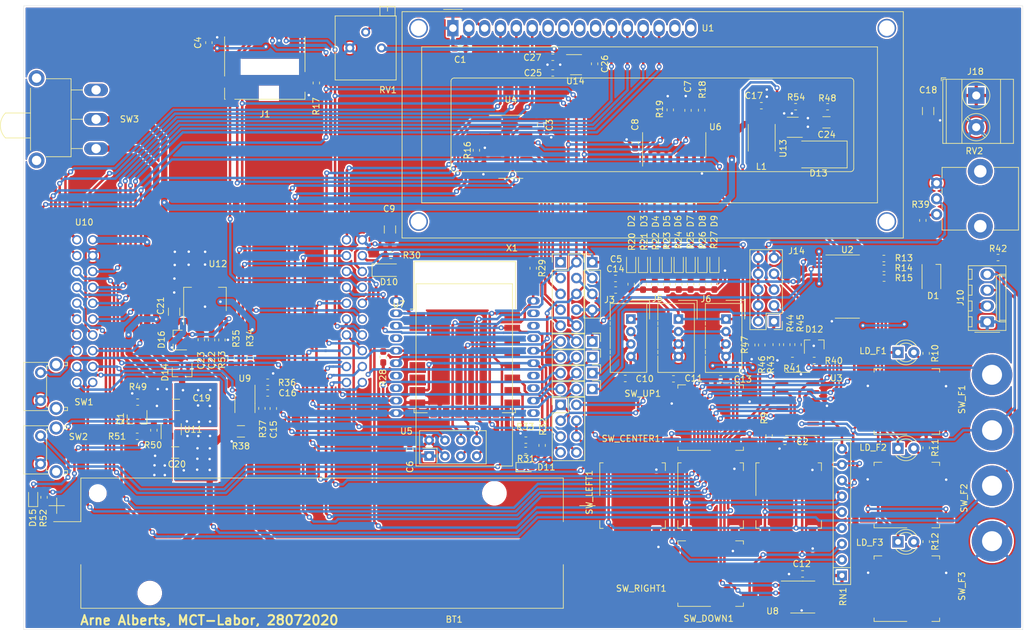
<source format=kicad_pcb>
(kicad_pcb (version 20171130) (host pcbnew "(5.1.6)-1")
  (layers (0 F.Cu signal) (31 B.Cu signal) (34 B.Paste user) (35 F.Paste user) (36 B.SilkS user) (37 F.SilkS user) (38 B.Mask user) (39 F.Mask user) (44 Edge.Cuts user))
  (net 0 "")
  (net 1 "Net-(BT1-Pad2)")
  (net 2 +BATT)
  (net 3 GND)
  (net 4 +3V3)
  (net 5 "Net-(C7-Pad1)")
  (net 6 "Net-(C15-Pad1)")
  (net 7 VBUS)
  (net 8 VDD)
  (net 9 "Net-(C22-Pad1)")
  (net 10 "Net-(D1-Pad2)")
  (net 11 "Net-(D1-Pad3)")
  (net 12 "Net-(D1-Pad1)")
  (net 13 "Net-(D2-Pad2)")
  (net 14 "Net-(D2-Pad1)")
  (net 15 "Net-(D3-Pad2)")
  (net 16 "Net-(D3-Pad1)")
  (net 17 "Net-(D4-Pad2)")
  (net 18 "Net-(D4-Pad1)")
  (net 19 "Net-(D5-Pad2)")
  (net 20 "Net-(D5-Pad1)")
  (net 21 "Net-(D6-Pad2)")
  (net 22 "Net-(D6-Pad1)")
  (net 23 "Net-(D7-Pad2)")
  (net 24 "Net-(D7-Pad1)")
  (net 25 "Net-(D8-Pad2)")
  (net 26 "Net-(D8-Pad1)")
  (net 27 "Net-(D9-Pad2)")
  (net 28 "Net-(D9-Pad1)")
  (net 29 "Net-(D10-Pad2)")
  (net 30 /Launchpad/~RST)
  (net 31 "Net-(D11-Pad2)")
  (net 32 "Net-(D11-Pad1)")
  (net 33 "Net-(D12-Pad3)")
  (net 34 "Net-(D15-Pad1)")
  (net 35 /Launchpad/P7.4)
  (net 36 "Net-(J1-Pad11)")
  (net 37 "Net-(J1-Pad1)")
  (net 38 "Net-(J1-Pad2)")
  (net 39 /SPI/MOSI)
  (net 40 /Launchpad/P3.2)
  (net 41 /SPI/MISO)
  (net 42 "Net-(J1-Pad8)")
  (net 43 "Net-(J2-Pad9)")
  (net 44 "Net-(J2-Pad7)")
  (net 45 "Net-(J2-Pad5)")
  (net 46 "Net-(J2-Pad3)")
  (net 47 "Net-(J2-Pad1)")
  (net 48 "Net-(J3-Pad2)")
  (net 49 "Net-(J3-Pad1)")
  (net 50 /Launchpad/P3.3)
  (net 51 "Net-(J4-Pad7)")
  (net 52 /Launchpad/P3.4)
  (net 53 "Net-(J4-Pad5)")
  (net 54 /Launchpad/P4.1)
  (net 55 /Launchpad/P4.2)
  (net 56 "Net-(J8-Pad1)")
  (net 57 /Launchpad/P1.5_FAN)
  (net 58 /Launchpad/P1.6)
  (net 59 /Launchpad/P7.0)
  (net 60 "Net-(J14-Pad5)")
  (net 61 "Net-(J14-Pad3)")
  (net 62 "Net-(J14-Pad1)")
  (net 63 /Launchpad/P1.2_XBEE)
  (net 64 "Net-(JP1-Pad2)")
  (net 65 /LED-Treiber/LED_1)
  (net 66 /Launchpad/P1.3_XBEE)
  (net 67 "Net-(JP3-Pad2)")
  (net 68 /LED-Treiber/LED_2)
  (net 69 /Launchpad/P1.4_XBEE)
  (net 70 "Net-(JP4-Pad2)")
  (net 71 /LED-Treiber/LED_3)
  (net 72 /Launchpad/P1.5_XBEE)
  (net 73 "Net-(JP5-Pad2)")
  (net 74 "Net-(LD_F1-Pad2)")
  (net 75 /Button_decoder/LED_F1)
  (net 76 "Net-(LD_F2-Pad2)")
  (net 77 /Button_decoder/LED_F2)
  (net 78 "Net-(LD_F3-Pad2)")
  (net 79 /Button_decoder/LED_F3)
  (net 80 "Net-(Q1-Pad3)")
  (net 81 /Launchpad/P6.5)
  (net 82 /Launchpad/P6.4)
  (net 83 /LCD/E)
  (net 84 /LCD/D4)
  (net 85 /LCD/D5)
  (net 86 /LCD/D6)
  (net 87 /LCD/D7)
  (net 88 "Net-(R9-Pad1)")
  (net 89 /LED-Treiber/LED_R)
  (net 90 /LED-Treiber/LED_G)
  (net 91 /LED-Treiber/LED_B)
  (net 92 /SPI/ADDR_EN)
  (net 93 "Net-(R19-Pad1)")
  (net 94 "Net-(R28-Pad2)")
  (net 95 "Net-(R29-Pad2)")
  (net 96 "Net-(R32-Pad2)")
  (net 97 "Net-(R33-Pad1)")
  (net 98 "Net-(R36-Pad1)")
  (net 99 "Net-(R39-Pad2)")
  (net 100 "Net-(R50-Pad1)")
  (net 101 "Net-(R52-Pad2)")
  (net 102 "Net-(RN1-Pad9)")
  (net 103 "Net-(RN1-Pad8)")
  (net 104 "Net-(RN1-Pad7)")
  (net 105 "Net-(RN1-Pad6)")
  (net 106 "Net-(RN1-Pad5)")
  (net 107 "Net-(RN1-Pad4)")
  (net 108 "Net-(RN1-Pad3)")
  (net 109 "Net-(RN1-Pad2)")
  (net 110 "Net-(RV1-Pad2)")
  (net 111 "Net-(SW3-Pad3)")
  (net 112 "Net-(U1-Pad10)")
  (net 113 "Net-(U1-Pad9)")
  (net 114 "Net-(U1-Pad8)")
  (net 115 "Net-(U1-Pad7)")
  (net 116 /LED-Treiber/LED_6)
  (net 117 /LED-Treiber/LED_5)
  (net 118 /LED-Treiber/LED_4)
  (net 119 /Button_decoder/BTN_INT)
  (net 120 /Button_decoder/BTN_S0)
  (net 121 /Button_decoder/BTN_S1)
  (net 122 /Button_decoder/BTN_S2)
  (net 123 "Net-(U4-Pad14)")
  (net 124 "Net-(U4-Pad13)")
  (net 125 /SPI/A2)
  (net 126 /SPI/A1)
  (net 127 /SPI/A0)
  (net 128 /SPI/NRF_INT)
  (net 129 /SPI/NRF_CE)
  (net 130 "Net-(U6-Pad9)")
  (net 131 "Net-(U7-Pad20)")
  (net 132 "Net-(U7-Pad19)")
  (net 133 "Net-(U7-Pad14)")
  (net 134 "Net-(U7-Pad13)")
  (net 135 "Net-(U7-Pad12)")
  (net 136 "Net-(U7-Pad11)")
  (net 137 "Net-(U7-Pad10)")
  (net 138 "Net-(U7-Pad9)")
  (net 139 "Net-(U7-Pad6)")
  (net 140 "Net-(U7-Pad5)")
  (net 141 "Net-(U7-Pad2)")
  (net 142 "Net-(U8-Pad3)")
  (net 143 "Net-(U9-Pad1)")
  (net 144 "Net-(X1-Pad11)")
  (net 145 "Net-(X1-Pad8)")
  (net 146 "Net-(X1-Pad13)")
  (net 147 "Net-(X1-Pad7)")
  (net 148 "Net-(X1-Pad14)")
  (net 149 "Net-(X1-Pad4)")
  (net 150 "Net-(X1-Pad17)")
  (net 151 "Net-(X1-Pad18)")
  (net 152 "Net-(X1-Pad19)")
  (net 153 "Net-(C17-Pad1)")
  (net 154 +12V)
  (net 155 "Net-(D13-Pad2)")
  (net 156 "Net-(R48-Pad2)")
  (net 157 "Net-(U13-Pad6)")
  (net 158 "Net-(C26-Pad2)")
  (net 159 "Net-(C26-Pad1)")
  (net 160 -3V3)
  (net 161 "Net-(U1-Pad16)")
  (net 162 "Net-(U1-Pad15)")
  (net 163 "Net-(U2-Pad7)")
  (net 164 "Net-(U2-Pad10)")
  (net 165 12V_Enable)
  (module Connector_Molex:Molex_KK-254_AE-6410-04A_1x04_P2.54mm_Vertical (layer F.Cu) (at 204.30522 100.6489 90)
    (fp_text reference J10 (at 3.8735 -4.29768 90) (layer F.SilkS))
    (fp_text value Conn_01x04_Male)
    (pad 1 thru_hole roundrect (at 0 0 90) (size 1.74 2.19) (drill 1.19) (layers *.Cu *.Mask) (roundrect_rratio 0.143678) (net 3 GND))
    (pad 2 thru_hole oval (at 2.54 0 90) (size 1.74 2.19) (drill 1.19) (layers *.Cu *.Mask) (net 154 +12V))
    (pad 3 thru_hole oval (at 5.08 0 90) (size 1.74 2.19) (drill 1.19) (layers *.Cu *.Mask) (net 58 /Launchpad/P1.6))
    (pad 4 thru_hole oval (at 7.62 0 90) (size 1.74 2.19) (drill 1.19) (layers *.Cu *.Mask) (net 57 /Launchpad/P1.5_FAN))
  )
  (module HS-Wismar:TI_Launchpad (layer F.Cu) (at 58.5 87.5)
    (fp_text reference U10 (at 1.17 -2.815) (layer F.SilkS))
    (fp_text value msp-exp430f5529-LP)
    (pad 1 thru_hole circle (at 0 0) (size 1.5 1.5) (drill 1) (layers *.Cu *.Mask) (net 4 +3V3))
    (pad 21 thru_hole circle (at 2.54 0) (size 1.5 1.5) (drill 1) (layers *.Cu *.Mask) (net 7 VBUS))
    (pad 20 thru_hole circle (at 45.72 0) (size 1.5 1.5) (drill 1) (layers *.Cu *.Mask) (net 3 GND))
    (pad 40 thru_hole circle (at 43.18 0) (size 1.5 1.5) (drill 1) (layers *.Cu *.Mask) (net 127 /SPI/A0))
    (pad 2 thru_hole circle (at 0 2.54) (size 1.5 1.5) (drill 1) (layers *.Cu *.Mask) (net 81 /Launchpad/P6.5))
    (pad 3 thru_hole circle (at 0 5.08) (size 1.5 1.5) (drill 1) (layers *.Cu *.Mask) (net 52 /Launchpad/P3.4))
    (pad 4 thru_hole circle (at 0 7.62) (size 1.5 1.5) (drill 1) (layers *.Cu *.Mask) (net 50 /Launchpad/P3.3))
    (pad 5 thru_hole circle (at 0 10.16) (size 1.5 1.5) (drill 1) (layers *.Cu *.Mask) (net 58 /Launchpad/P1.6))
    (pad 6 thru_hole circle (at 0 12.7) (size 1.5 1.5) (drill 1) (layers *.Cu *.Mask) (net 83 /LCD/E))
    (pad 7 thru_hole circle (at 0 15.24) (size 1.5 1.5) (drill 1) (layers *.Cu *.Mask) (net 40 /Launchpad/P3.2))
    (pad 8 thru_hole circle (at 0 17.78) (size 1.5 1.5) (drill 1) (layers *.Cu *.Mask) (net 125 /SPI/A2))
    (pad 9 thru_hole circle (at 0 20.32) (size 1.5 1.5) (drill 1) (layers *.Cu *.Mask) (net 55 /Launchpad/P4.2))
    (pad 10 thru_hole circle (at 0 22.86) (size 1.5 1.5) (drill 1) (layers *.Cu *.Mask) (net 54 /Launchpad/P4.1))
    (pad 11 thru_hole circle (at 45.72 22.86) (size 1.5 1.5) (drill 1) (layers *.Cu *.Mask) (net 92 /SPI/ADDR_EN))
    (pad 12 thru_hole circle (at 45.72 20.32) (size 1.5 1.5) (drill 1) (layers *.Cu *.Mask) (net 121 /Button_decoder/BTN_S1))
    (pad 13 thru_hole circle (at 45.72 17.78) (size 1.5 1.5) (drill 1) (layers *.Cu *.Mask) (net 126 /SPI/A1))
    (pad 14 thru_hole circle (at 45.72 15.24) (size 1.5 1.5) (drill 1) (layers *.Cu *.Mask) (net 41 /SPI/MISO))
    (pad 15 thru_hole circle (at 45.72 12.7) (size 1.5 1.5) (drill 1) (layers *.Cu *.Mask) (net 39 /SPI/MOSI))
    (pad 16 thru_hole circle (at 45.72 10.16) (size 1.5 1.5) (drill 1) (layers *.Cu *.Mask) (net 30 /Launchpad/~RST))
    (pad 17 thru_hole circle (at 45.72 7.62) (size 1.5 1.5) (drill 1) (layers *.Cu *.Mask) (net 35 /Launchpad/P7.4))
    (pad 18 thru_hole circle (at 45.72 5.08) (size 1.5 1.5) (drill 1) (layers *.Cu *.Mask) (net 120 /Button_decoder/BTN_S0))
    (pad 19 thru_hole circle (at 45.72 2.54) (size 1.5 1.5) (drill 1) (layers *.Cu *.Mask) (net 119 /Button_decoder/BTN_INT))
    (pad 22 thru_hole circle (at 2.54 2.54) (size 1.5 1.5) (drill 1) (layers *.Cu *.Mask) (net 3 GND))
    (pad 23 thru_hole circle (at 2.54 5.08) (size 1.5 1.5) (drill 1) (layers *.Cu *.Mask) (net 84 /LCD/D4))
    (pad 24 thru_hole circle (at 2.54 7.62) (size 1.5 1.5) (drill 1) (layers *.Cu *.Mask) (net 85 /LCD/D5))
    (pad 25 thru_hole circle (at 2.54 10.16) (size 1.5 1.5) (drill 1) (layers *.Cu *.Mask) (net 86 /LCD/D6))
    (pad 26 thru_hole circle (at 2.54 12.7) (size 1.5 1.5) (drill 1) (layers *.Cu *.Mask) (net 87 /LCD/D7))
    (pad 27 thru_hole circle (at 2.54 15.24) (size 1.5 1.5) (drill 1) (layers *.Cu *.Mask) (net 82 /Launchpad/P6.4))
    (pad 28 thru_hole circle (at 2.54 17.78) (size 1.5 1.5) (drill 1) (layers *.Cu *.Mask) (net 59 /Launchpad/P7.0))
    (pad 29 thru_hole circle (at 2.54 20.32) (size 1.5 1.5) (drill 1) (layers *.Cu *.Mask) (net 117 /LED-Treiber/LED_5))
    (pad 30 thru_hole circle (at 2.54 22.86) (size 1.5 1.5) (drill 1) (layers *.Cu *.Mask) (net 118 /LED-Treiber/LED_4))
    (pad 31 thru_hole circle (at 43.18 22.86) (size 1.5 1.5) (drill 1) (layers *.Cu *.Mask) (net 165 12V_Enable))
    (pad 32 thru_hole circle (at 43.18 20.32) (size 1.5 1.5) (drill 1) (layers *.Cu *.Mask) (net 116 /LED-Treiber/LED_6))
    (pad 33 thru_hole circle (at 43.18 17.78) (size 1.5 1.5) (drill 1) (layers *.Cu *.Mask) (net 129 /SPI/NRF_CE))
    (pad 34 thru_hole circle (at 43.18 15.24) (size 1.5 1.5) (drill 1) (layers *.Cu *.Mask) (net 128 /SPI/NRF_INT))
    (pad 35 thru_hole circle (at 43.18 12.7) (size 1.5 1.5) (drill 1) (layers *.Cu *.Mask) (net 64 "Net-(JP1-Pad2)"))
    (pad 36 thru_hole circle (at 43.18 10.16) (size 1.5 1.5) (drill 1) (layers *.Cu *.Mask) (net 67 "Net-(JP3-Pad2)"))
    (pad 37 thru_hole circle (at 43.18 7.62) (size 1.5 1.5) (drill 1) (layers *.Cu *.Mask) (net 70 "Net-(JP4-Pad2)"))
    (pad 38 thru_hole circle (at 43.18 5.08) (size 1.5 1.5) (drill 1) (layers *.Cu *.Mask) (net 73 "Net-(JP5-Pad2)"))
    (pad 39 thru_hole circle (at 43.18 2.54) (size 1.5 1.5) (drill 1) (layers *.Cu *.Mask) (net 122 /Button_decoder/BTN_S2))
  )
  (module Battery:BatteryHolder_Keystone_1042_1x18650 (layer F.Cu) (at 97.77 136.12)
    (fp_text reference BT1 (at 21.15566 12.22248) (layer F.SilkS))
    (fp_text value 18650_Cell)
    (pad "" np_thru_hole circle (at -35.93 -8) (size 2.39 2.39) (drill 2.39) (layers *.Cu *.Mask))
    (pad "" np_thru_hole circle (at -27.6 8) (size 3.45 3.45) (drill 3.45) (layers *.Cu *.Mask))
    (pad "" np_thru_hole circle (at 27.6 -8) (size 3.45 3.45) (drill 3.45) (layers *.Cu *.Mask))
    (pad 2 smd rect (at 39.33 0) (size 7.34 6.35) (layers F.Cu F.Paste F.Mask) (net 1 "Net-(BT1-Pad2)"))
    (pad 1 smd rect (at -39.33 0) (size 7.34 6.35) (layers F.Cu F.Paste F.Mask) (net 2 +BATT))
  )
  (module Package_SO:SOIC-16_3.9x9.9mm_P1.27mm (layer F.Cu) (at 173.94968 113.79848 180)
    (fp_text reference U3 (at -6.18236 4.13512) (layer F.SilkS))
    (fp_text value 74148)
    (pad 1 smd roundrect (at -2.475 -4.445 180) (size 1.95 0.6) (layers F.Cu F.Paste F.Mask) (net 105 "Net-(RN1-Pad6)"))
    (pad 2 smd roundrect (at -2.475 -3.175 180) (size 1.95 0.6) (layers F.Cu F.Paste F.Mask) (net 104 "Net-(RN1-Pad7)"))
    (pad 3 smd roundrect (at -2.475 -1.905 180) (size 1.95 0.6) (layers F.Cu F.Paste F.Mask) (net 103 "Net-(RN1-Pad8)"))
    (pad 4 smd roundrect (at -2.475 -0.635 180) (size 1.95 0.6) (layers F.Cu F.Paste F.Mask) (net 102 "Net-(RN1-Pad9)"))
    (pad 5 smd roundrect (at -2.475 0.635 180) (size 1.95 0.6) (layers F.Cu F.Paste F.Mask) (net 3 GND))
    (pad 6 smd roundrect (at -2.475 1.905 180) (size 1.95 0.6) (layers F.Cu F.Paste F.Mask) (net 122 /Button_decoder/BTN_S2))
    (pad 7 smd roundrect (at -2.475 3.175 180) (size 1.95 0.6) (layers F.Cu F.Paste F.Mask) (net 121 /Button_decoder/BTN_S1))
    (pad 8 smd roundrect (at -2.475 4.445 180) (size 1.95 0.6) (layers F.Cu F.Paste F.Mask) (net 3 GND))
    (pad 9 smd roundrect (at 2.475 4.445 180) (size 1.95 0.6) (layers F.Cu F.Paste F.Mask) (net 120 /Button_decoder/BTN_S0))
    (pad 10 smd roundrect (at 2.475 3.175 180) (size 1.95 0.6) (layers F.Cu F.Paste F.Mask) (net 109 "Net-(RN1-Pad2)"))
    (pad 11 smd roundrect (at 2.475 1.905 180) (size 1.95 0.6) (layers F.Cu F.Paste F.Mask) (net 108 "Net-(RN1-Pad3)"))
    (pad 12 smd roundrect (at 2.475 0.635 180) (size 1.95 0.6) (layers F.Cu F.Paste F.Mask) (net 107 "Net-(RN1-Pad4)"))
    (pad 13 smd roundrect (at 2.475 -0.635 180) (size 1.95 0.6) (layers F.Cu F.Paste F.Mask) (net 106 "Net-(RN1-Pad5)"))
    (pad 14 smd roundrect (at 2.475 -1.905 180) (size 1.95 0.6) (layers F.Cu F.Paste F.Mask) (net 119 /Button_decoder/BTN_INT))
    (pad 15 smd roundrect (at 2.475 -3.175 180) (size 1.95 0.6) (layers F.Cu F.Paste F.Mask) (net 88 "Net-(R9-Pad1)"))
    (pad 16 smd roundrect (at 2.475 -4.445 180) (size 1.95 0.6) (layers F.Cu F.Paste F.Mask) (net 4 +3V3))
  )
  (module Connector:NS-Tech_Grove_1x04_P2mm_Vertical (layer F.Cu) (at 162.4638 100.2044)
    (fp_text reference J6 (at -3.21056 -3.22072) (layer F.SilkS))
    (fp_text value Grove)
    (pad 4 thru_hole circle (at 0 6) (size 1.524 1.524) (drill 0.762) (layers *.Cu *.Mask) (net 3 GND))
    (pad 3 thru_hole circle (at 0 4) (size 1.524 1.524) (drill 0.762) (layers *.Cu *.Mask) (net 4 +3V3))
    (pad 2 thru_hole circle (at 0 2) (size 1.524 1.524) (drill 0.762) (layers *.Cu *.Mask) (net 54 /Launchpad/P4.1))
    (pad 1 thru_hole rect (at 0 0) (size 1.524 1.524) (drill 0.762) (layers *.Cu *.Mask) (net 55 /Launchpad/P4.2))
  )
  (module HS-Wismar:SS_13PLP (layer F.Cu) (at 61.575 68.175)
    (fp_text reference SW3 (at 5.3467 -0.01524) (layer F.SilkS))
    (fp_text value SW_SPDT)
    (pad "" thru_hole circle (at -9.53 6.6) (size 2.54 2.54) (drill 1.5) (layers *.Cu *.Mask))
    (pad "" thru_hole circle (at -9.53 -6.6) (size 2.54 2.54) (drill 1.5) (layers *.Cu *.Mask))
    (pad 1 thru_hole oval (at 0 4.7) (size 3.81 2) (drill 1.5) (layers *.Cu *.Mask) (net 8 VDD))
    (pad 2 thru_hole oval (at 0 0) (size 3.81 2) (drill 1.5) (layers *.Cu *.Mask) (net 153 "Net-(C17-Pad1)"))
    (pad 3 thru_hole oval (at 0 -4.7) (size 3.81 2) (drill 1.5) (layers *.Cu *.Mask) (net 111 "Net-(SW3-Pad3)"))
  )
  (module Button_Switch_THT:SW_Tactile_SPST_Angled_PTS645Vx39-2LFS (layer F.Cu) (at 52.685 123.42 90)
    (fp_text reference SW2 (at 4.35864 6.05536) (layer F.SilkS))
    (fp_text value SW_Push)
    (pad "" thru_hole circle (at -1.25 2.49 90) (size 2.1 2.1) (drill 1.3) (layers *.Cu *.Mask))
    (pad 1 thru_hole circle (at 0 0 90) (size 1.75 1.75) (drill 0.99) (layers *.Cu *.Mask) (net 3 GND))
    (pad 2 thru_hole circle (at 4.5 0 90) (size 1.75 1.75) (drill 0.99) (layers *.Cu *.Mask) (net 95 "Net-(R29-Pad2)"))
    (pad "" thru_hole circle (at 5.76 2.49 90) (size 2.1 2.1) (drill 1.3) (layers *.Cu *.Mask))
  )
  (module Button_Switch_THT:SW_Tactile_SPST_Angled_PTS645Vx39-2LFS (layer F.Cu) (at 52.685 113.26 90)
    (fp_text reference SW1 (at -0.2413 6.95198 180) (layer F.SilkS))
    (fp_text value SW_Push)
    (pad "" thru_hole circle (at -1.25 2.49 90) (size 2.1 2.1) (drill 1.3) (layers *.Cu *.Mask))
    (pad 1 thru_hole circle (at 0 0 90) (size 1.75 1.75) (drill 0.99) (layers *.Cu *.Mask) (net 3 GND))
    (pad 2 thru_hole circle (at 4.5 0 90) (size 1.75 1.75) (drill 0.99) (layers *.Cu *.Mask) (net 94 "Net-(R28-Pad2)"))
    (pad "" thru_hole circle (at 5.76 2.49 90) (size 2.1 2.1) (drill 1.3) (layers *.Cu *.Mask))
  )
  (module Resistor_SMD:R_0603_1608Metric_Pad1.05x0.95mm_HandSolder (layer F.Cu) (at 68.23742 113.514 180)
    (fp_text reference R49 (at -0.03302 2.4511) (layer F.SilkS))
    (fp_text value 10k)
    (pad 2 smd roundrect (at 0.875 0 180) (size 1.05 0.95) (layers F.Cu F.Paste F.Mask) (net 3 GND))
    (pad 1 smd roundrect (at -0.875 0 180) (size 1.05 0.95) (layers F.Cu F.Paste F.Mask) (net 4 +3V3))
  )
  (module LED_THT:LED_D3.0mm (layer F.Cu) (at 190.0101 135.9111)
    (fp_text reference LD_F3 (at -4.52374 0.1073) (layer F.SilkS))
    (fp_text value LED_Small)
    (pad 2 thru_hole circle (at 2.54 0) (size 1.8 1.8) (drill 0.9) (layers *.Cu *.Mask) (net 78 "Net-(LD_F3-Pad2)"))
    (pad 1 thru_hole rect (at 0 0) (size 1.8 1.8) (drill 0.9) (layers *.Cu *.Mask) (net 79 /Button_decoder/LED_F3))
  )
  (module LED_THT:LED_D3.0mm (layer F.Cu) (at 190.0101 120.9111)
    (fp_text reference LD_F2 (at -3.98272 -0.11746) (layer F.SilkS))
    (fp_text value LED_Small)
    (pad 2 thru_hole circle (at 2.54 0) (size 1.8 1.8) (drill 0.9) (layers *.Cu *.Mask) (net 76 "Net-(LD_F2-Pad2)"))
    (pad 1 thru_hole rect (at 0 0) (size 1.8 1.8) (drill 0.9) (layers *.Cu *.Mask) (net 77 /Button_decoder/LED_F2))
  )
  (module LED_THT:LED_D3.0mm (layer F.Cu) (at 190.0101 105.5511)
    (fp_text reference LD_F1 (at -3.99288 -0.2413) (layer F.SilkS))
    (fp_text value LED_Small)
    (pad 1 thru_hole rect (at 0 0) (size 1.8 1.8) (drill 0.9) (layers *.Cu *.Mask) (net 75 /Button_decoder/LED_F1))
    (pad 2 thru_hole circle (at 2.54 0) (size 1.8 1.8) (drill 0.9) (layers *.Cu *.Mask) (net 74 "Net-(LD_F1-Pad2)"))
  )
  (module HS-Wismar:2mm_Socket (layer F.Cu) (at 205.07484 135.80504 270)
    (fp_text reference J13 (at 0 0.5 90) (layer F.SilkS))
    (fp_text value Conn_01x01_Female)
    (pad 1 thru_hole circle (at 0 0 270) (size 6.5 6.5) (drill 3.2) (layers *.Cu *.Mask) (net 3 GND))
  )
  (module HS-Wismar:2mm_Socket (layer F.Cu) (at 205.07484 118.02504 270)
    (fp_text reference J12 (at 0 0.5 90) (layer F.SilkS))
    (fp_text value Conn_01x01_Female)
    (pad 1 thru_hole circle (at 0 0 270) (size 6.5 6.5) (drill 3.2) (layers *.Cu *.Mask) (net 57 /Launchpad/P1.5_FAN))
  )
  (module HS-Wismar:2mm_Socket (layer F.Cu) (at 205.07484 126.91504 270)
    (fp_text reference J11 (at 0 0.5 90) (layer F.SilkS))
    (fp_text value Conn_01x01_Female)
    (pad 1 thru_hole circle (at 0 0 270) (size 6.5 6.5) (drill 3.2) (layers *.Cu *.Mask) (net 58 /Launchpad/P1.6))
  )
  (module HS-Wismar:2mm_Socket (layer F.Cu) (at 205.07484 109.13504 270)
    (fp_text reference J8 (at 0 0.5 90) (layer F.SilkS))
    (fp_text value Conn_01x01_Female)
    (pad 1 thru_hole circle (at 0 0 270) (size 6.5 6.5) (drill 3.2) (layers *.Cu *.Mask) (net 56 "Net-(J8-Pad1)"))
  )
  (module Display:WC1602A (layer F.Cu) (at 118.725 53.57)
    (fp_text reference U1 (at 40.85844 -0.00254) (layer F.SilkS))
    (fp_text value RC1602A)
    (pad "" thru_hole circle (at 69.5 0) (size 3 3) (drill 2.5) (layers *.Cu *.Mask))
    (pad "" thru_hole circle (at 69.49948 31.0007) (size 3 3) (drill 2.5) (layers *.Cu *.Mask))
    (pad "" thru_hole circle (at -5.4991 31.0007) (size 3 3) (drill 2.5) (layers *.Cu *.Mask))
    (pad "" thru_hole circle (at -5.4991 0) (size 3 3) (drill 2.5) (layers *.Cu *.Mask))
    (pad 16 thru_hole oval (at 38.1 0) (size 1.8 2.6) (drill 1.2) (layers *.Cu *.Mask) (net 161 "Net-(U1-Pad16)"))
    (pad 15 thru_hole oval (at 35.56 0) (size 1.8 2.6) (drill 1.2) (layers *.Cu *.Mask) (net 162 "Net-(U1-Pad15)"))
    (pad 14 thru_hole oval (at 33.02 0) (size 1.8 2.6) (drill 1.2) (layers *.Cu *.Mask) (net 87 /LCD/D7))
    (pad 13 thru_hole oval (at 30.48 0) (size 1.8 2.6) (drill 1.2) (layers *.Cu *.Mask) (net 86 /LCD/D6))
    (pad 12 thru_hole oval (at 27.94 0) (size 1.8 2.6) (drill 1.2) (layers *.Cu *.Mask) (net 85 /LCD/D5))
    (pad 11 thru_hole oval (at 25.4 0) (size 1.8 2.6) (drill 1.2) (layers *.Cu *.Mask) (net 84 /LCD/D4))
    (pad 10 thru_hole oval (at 22.86 0) (size 1.8 2.6) (drill 1.2) (layers *.Cu *.Mask) (net 112 "Net-(U1-Pad10)"))
    (pad 9 thru_hole oval (at 20.32 0) (size 1.8 2.6) (drill 1.2) (layers *.Cu *.Mask) (net 113 "Net-(U1-Pad9)"))
    (pad 8 thru_hole oval (at 17.78 0) (size 1.8 2.6) (drill 1.2) (layers *.Cu *.Mask) (net 114 "Net-(U1-Pad8)"))
    (pad 7 thru_hole oval (at 15.24 0) (size 1.8 2.6) (drill 1.2) (layers *.Cu *.Mask) (net 115 "Net-(U1-Pad7)"))
    (pad 6 thru_hole oval (at 12.7 0) (size 1.8 2.6) (drill 1.2) (layers *.Cu *.Mask) (net 83 /LCD/E))
    (pad 5 thru_hole oval (at 10.16 0) (size 1.8 2.6) (drill 1.2) (layers *.Cu *.Mask) (net 82 /Launchpad/P6.4))
    (pad 4 thru_hole oval (at 7.62 0) (size 1.8 2.6) (drill 1.2) (layers *.Cu *.Mask) (net 81 /Launchpad/P6.5))
    (pad 3 thru_hole oval (at 5.08 0) (size 1.8 2.6) (drill 1.2) (layers *.Cu *.Mask) (net 110 "Net-(RV1-Pad2)"))
    (pad 2 thru_hole oval (at 2.54 0) (size 1.8 2.6) (drill 1.2) (layers *.Cu *.Mask) (net 4 +3V3))
    (pad 1 thru_hole rect (at 0 0) (size 1.8 2.6) (drill 1.2) (layers *.Cu *.Mask) (net 3 GND))
  )
  (module HS-Wismar:XBEE_THT (layer F.Cu) (at 120.63 106.275 270)
    (fp_text reference X1 (at -17.44218 -7.55396) (layer F.SilkS))
    (fp_text value XBee_S3)
    (pad 10 thru_hole oval (at 9 11 270) (size 1.2 2) (drill 0.8) (layers *.Cu *.Mask) (net 3 GND))
    (pad 11 thru_hole oval (at 9 -11 270) (size 1.2 2) (drill 0.8) (layers *.Cu *.Mask) (net 144 "Net-(X1-Pad11)"))
    (pad 9 thru_hole oval (at 7 11 270) (size 1.2 2) (drill 0.8) (layers *.Cu *.Mask) (net 63 /Launchpad/P1.2_XBEE))
    (pad 12 thru_hole oval (at 7 -11 270) (size 1.2 2) (drill 0.8) (layers *.Cu *.Mask) (net 66 /Launchpad/P1.3_XBEE))
    (pad 8 thru_hole oval (at 5 11 270) (size 1.2 2) (drill 0.8) (layers *.Cu *.Mask) (net 145 "Net-(X1-Pad8)"))
    (pad 13 thru_hole oval (at 5 -11 270) (size 1.2 2) (drill 0.8) (layers *.Cu *.Mask) (net 146 "Net-(X1-Pad13)"))
    (pad 7 thru_hole oval (at 3 11 270) (size 1.2 2) (drill 0.8) (layers *.Cu *.Mask) (net 147 "Net-(X1-Pad7)"))
    (pad 14 thru_hole oval (at 3 -11 270) (size 1.2 2) (drill 0.8) (layers *.Cu *.Mask) (net 148 "Net-(X1-Pad14)"))
    (pad 6 thru_hole oval (at 1 11 270) (size 1.2 2) (drill 0.8) (layers *.Cu *.Mask) (net 72 /Launchpad/P1.5_XBEE))
    (pad 15 thru_hole oval (at 1 -11 270) (size 1.2 2) (drill 0.8) (layers *.Cu *.Mask) (net 31 "Net-(D11-Pad2)"))
    (pad 5 thru_hole oval (at -1 11 270) (size 1.2 2) (drill 0.8) (layers *.Cu *.Mask) (net 94 "Net-(R28-Pad2)"))
    (pad 16 thru_hole oval (at -1 -11 270) (size 1.2 2) (drill 0.8) (layers *.Cu *.Mask) (net 69 /Launchpad/P1.4_XBEE))
    (pad 4 thru_hole oval (at -3 11 270) (size 1.2 2) (drill 0.8) (layers *.Cu *.Mask) (net 149 "Net-(X1-Pad4)"))
    (pad 17 thru_hole oval (at -3 -11 270) (size 1.2 2) (drill 0.8) (layers *.Cu *.Mask) (net 150 "Net-(X1-Pad17)"))
    (pad 3 thru_hole oval (at -5 11 270) (size 1.2 2) (drill 0.8) (layers *.Cu *.Mask) (net 51 "Net-(J4-Pad7)"))
    (pad 18 thru_hole oval (at -5 -11 270) (size 1.2 2) (drill 0.8) (layers *.Cu *.Mask) (net 151 "Net-(X1-Pad18)"))
    (pad 2 thru_hole oval (at -7 11 270) (size 1.2 2) (drill 0.8) (layers *.Cu *.Mask) (net 53 "Net-(J4-Pad5)"))
    (pad 19 thru_hole oval (at -7 -11 270) (size 1.2 2) (drill 0.8) (layers *.Cu *.Mask) (net 152 "Net-(X1-Pad19)"))
    (pad 1 thru_hole oval (at -9 11 270) (size 1.2 2) (drill 0.8) (layers *.Cu *.Mask) (net 4 +3V3))
    (pad 20 thru_hole oval (at -9 -11 270) (size 1.2 2) (drill 0.8) (layers *.Cu *.Mask) (net 95 "Net-(R29-Pad2)"))
  )
  (module Package_TO_SOT_SMD:SOT-223-6 (layer F.Cu) (at 79.01464 96.98368 90)
    (fp_text reference U12 (at 5.62864 2.07264 180) (layer F.SilkS))
    (fp_text value TPS73733)
    (pad 1 smd rect (at -3.1375 -2.54 90) (size 2.2 0.6) (layers F.Cu F.Paste F.Mask) (net 153 "Net-(C17-Pad1)"))
    (pad 5 smd rect (at -3.1375 2.54 90) (size 2.2 0.6) (layers F.Cu F.Paste F.Mask) (net 8 VDD))
    (pad 3 smd rect (at -3.1375 0 90) (size 2.2 0.6) (layers F.Cu F.Paste F.Mask) (net 3 GND))
    (pad 6 smd rect (at 3.1625 0 90) (size 2.15 3.45) (layers F.Cu F.Paste F.Mask) (net 3 GND))
    (pad 2 smd rect (at -3.1375 -1.27 90) (size 2.2 0.6) (layers F.Cu F.Paste F.Mask) (net 4 +3V3))
    (pad 4 smd rect (at -3.1375 1.27 90) (size 2.2 0.6) (layers F.Cu F.Paste F.Mask) (net 9 "Net-(C22-Pad1)"))
  )
  (module Package_TO_SOT_SMD:SOT-23-5 (layer F.Cu) (at 73.60698 117.86502 90)
    (fp_text reference U11 (at -0.04318 3.5179 180) (layer F.SilkS))
    (fp_text value MCP73831)
    (pad 5 smd rect (at 1.1 -0.95 90) (size 1.06 0.65) (layers F.Cu F.Paste F.Mask) (net 100 "Net-(R50-Pad1)"))
    (pad 4 smd rect (at 1.1 0.95 90) (size 1.06 0.65) (layers F.Cu F.Paste F.Mask) (net 8 VDD))
    (pad 3 smd rect (at -1.1 0.95 90) (size 1.06 0.65) (layers F.Cu F.Paste F.Mask) (net 2 +BATT))
    (pad 2 smd rect (at -1.1 0 90) (size 1.06 0.65) (layers F.Cu F.Paste F.Mask) (net 3 GND))
    (pad 1 smd rect (at -1.1 -0.95 90) (size 1.06 0.65) (layers F.Cu F.Paste F.Mask) (net 101 "Net-(R52-Pad2)"))
  )
  (module Package_SO:MSOP-8_3x3mm_P0.65mm (layer F.Cu) (at 85.41544 113.71212 270)
    (fp_text reference U9 (at -3.99288 0.02286 180) (layer F.SilkS))
    (fp_text value STC3100)
    (pad 8 smd roundrect (at 2.1125 -0.975 270) (size 1.625 0.4) (layers F.Cu F.Paste F.Mask) (net 6 "Net-(C15-Pad1)"))
    (pad 7 smd roundrect (at 2.1125 -0.325 270) (size 1.625 0.4) (layers F.Cu F.Paste F.Mask) (net 2 +BATT))
    (pad 6 smd roundrect (at 2.1125 0.325 270) (size 1.625 0.4) (layers F.Cu F.Paste F.Mask) (net 1 "Net-(BT1-Pad2)"))
    (pad 5 smd roundrect (at 2.1125 0.975 270) (size 1.625 0.4) (layers F.Cu F.Paste F.Mask) (net 3 GND))
    (pad 4 smd roundrect (at -2.1125 0.975 270) (size 1.625 0.4) (layers F.Cu F.Paste F.Mask) (net 55 /Launchpad/P4.2))
    (pad 3 smd roundrect (at -2.1125 0.325 270) (size 1.625 0.4) (layers F.Cu F.Paste F.Mask) (net 54 /Launchpad/P4.1))
    (pad 2 smd roundrect (at -2.1125 -0.325 270) (size 1.625 0.4) (layers F.Cu F.Paste F.Mask) (net 98 "Net-(R36-Pad1)"))
    (pad 1 smd roundrect (at -2.1125 -0.975 270) (size 1.625 0.4) (layers F.Cu F.Paste F.Mask) (net 143 "Net-(U9-Pad1)"))
  )
  (module Package_SO:SO-8_3.9x4.9mm_P1.27mm (layer F.Cu) (at 174.7574 144.756)
    (fp_text reference U8 (at -4.83616 2.26314) (layer F.SilkS))
    (fp_text value LM75B)
    (pad 8 smd roundrect (at 2.575 -1.905) (size 1.75 0.6) (layers F.Cu F.Paste F.Mask) (net 4 +3V3))
    (pad 7 smd roundrect (at 2.575 -0.635) (size 1.75 0.6) (layers F.Cu F.Paste F.Mask) (net 3 GND))
    (pad 6 smd roundrect (at 2.575 0.635) (size 1.75 0.6) (layers F.Cu F.Paste F.Mask) (net 3 GND))
    (pad 5 smd roundrect (at 2.575 1.905) (size 1.75 0.6) (layers F.Cu F.Paste F.Mask) (net 3 GND))
    (pad 4 smd roundrect (at -2.575 1.905) (size 1.75 0.6) (layers F.Cu F.Paste F.Mask) (net 3 GND))
    (pad 3 smd roundrect (at -2.575 0.635) (size 1.75 0.6) (layers F.Cu F.Paste F.Mask) (net 142 "Net-(U8-Pad3)"))
    (pad 2 smd roundrect (at -2.575 -0.635) (size 1.75 0.6) (layers F.Cu F.Paste F.Mask) (net 55 /Launchpad/P4.2))
    (pad 1 smd roundrect (at -2.575 -1.905) (size 1.75 0.6) (layers F.Cu F.Paste F.Mask) (net 54 /Launchpad/P4.1))
  )
  (module RF_Module:ESP-12E (layer F.Cu) (at 120.63 103.1)
    (fp_text reference U7 (at -10.56 -5.26) (layer F.SilkS))
    (fp_text value ESP-12E)
    (pad 22 smd rect (at 7.6 -3.5) (size 2.5 1) (layers F.Cu F.Paste F.Mask) (net 53 "Net-(J4-Pad5)"))
    (pad 21 smd rect (at 7.6 -1.5) (size 2.5 1) (layers F.Cu F.Paste F.Mask) (net 51 "Net-(J4-Pad7)"))
    (pad 20 smd rect (at 7.6 0.5) (size 2.5 1) (layers F.Cu F.Paste F.Mask) (net 131 "Net-(U7-Pad20)"))
    (pad 19 smd rect (at 7.6 2.5) (size 2.5 1) (layers F.Cu F.Paste F.Mask) (net 132 "Net-(U7-Pad19)"))
    (pad 18 smd rect (at 7.6 4.5) (size 2.5 1) (layers F.Cu F.Paste F.Mask) (net 95 "Net-(R29-Pad2)"))
    (pad 17 smd rect (at 7.6 6.5) (size 2.5 1) (layers F.Cu F.Paste F.Mask) (net 96 "Net-(R32-Pad2)"))
    (pad 16 smd rect (at 7.6 8.5) (size 2.5 1) (layers F.Cu F.Paste F.Mask) (net 97 "Net-(R33-Pad1)"))
    (pad 15 smd rect (at 7.6 10.5) (size 2.5 1) (layers F.Cu F.Paste F.Mask) (net 3 GND))
    (pad 14 smd rect (at 5 12) (size 1 1.8) (layers F.Cu F.Paste F.Mask) (net 133 "Net-(U7-Pad14)"))
    (pad 13 smd rect (at 3 12) (size 1 1.8) (layers F.Cu F.Paste F.Mask) (net 134 "Net-(U7-Pad13)"))
    (pad 12 smd rect (at 1 12) (size 1 1.8) (layers F.Cu F.Paste F.Mask) (net 135 "Net-(U7-Pad12)"))
    (pad 11 smd rect (at -1 12) (size 1 1.8) (layers F.Cu F.Paste F.Mask) (net 136 "Net-(U7-Pad11)"))
    (pad 10 smd rect (at -3 12) (size 1 1.8) (layers F.Cu F.Paste F.Mask) (net 137 "Net-(U7-Pad10)"))
    (pad 9 smd rect (at -5 12) (size 1 1.8) (layers F.Cu F.Paste F.Mask) (net 138 "Net-(U7-Pad9)"))
    (pad 8 smd rect (at -7.6 10.5) (size 2.5 1) (layers F.Cu F.Paste F.Mask) (net 4 +3V3))
    (pad 7 smd rect (at -7.6 8.5) (size 2.5 1) (layers F.Cu F.Paste F.Mask) (net 31 "Net-(D11-Pad2)"))
    (pad 6 smd rect (at -7.6 6.5) (size 2.5 1) (layers F.Cu F.Paste F.Mask) (net 139 "Net-(U7-Pad6)"))
    (pad 5 smd rect (at -7.6 4.5) (size 2.5 1) (layers F.Cu F.Paste F.Mask) (net 140 "Net-(U7-Pad5)"))
    (pad 4 smd rect (at -7.6 2.5) (size 2.5 1) (layers F.Cu F.Paste F.Mask) (net 29 "Net-(D10-Pad2)"))
    (pad 3 smd rect (at -7.6 0.5) (size 2.5 1) (layers F.Cu F.Paste F.Mask) (net 94 "Net-(R28-Pad2)"))
    (pad 2 smd rect (at -7.6 -1.5) (size 2.5 1) (layers F.Cu F.Paste F.Mask) (net 141 "Net-(U7-Pad2)"))
    (pad 1 smd rect (at -7.6 -3.5) (size 2.5 1) (layers F.Cu F.Paste F.Mask) (net 29 "Net-(D10-Pad2)"))
  )
  (module Package_SO:SOIC-16_3.9x9.9mm_P1.27mm (layer F.Cu) (at 154.17324 72.24512 90)
    (fp_text reference U6 (at 2.84076 6.58876 180) (layer F.SilkS))
    (fp_text value 74HCT595)
    (pad 16 smd roundrect (at 2.475 -4.445 90) (size 1.95 0.6) (layers F.Cu F.Paste F.Mask) (net 4 +3V3))
    (pad 15 smd roundrect (at 2.475 -3.175 90) (size 1.95 0.6) (layers F.Cu F.Paste F.Mask) (net 13 "Net-(D2-Pad2)"))
    (pad 14 smd roundrect (at 2.475 -1.905 90) (size 1.95 0.6) (layers F.Cu F.Paste F.Mask) (net 39 /SPI/MOSI))
    (pad 13 smd roundrect (at 2.475 -0.635 90) (size 1.95 0.6) (layers F.Cu F.Paste F.Mask) (net 93 "Net-(R19-Pad1)"))
    (pad 12 smd roundrect (at 2.475 0.635 90) (size 1.95 0.6) (layers F.Cu F.Paste F.Mask) (net 124 "Net-(U4-Pad13)"))
    (pad 11 smd roundrect (at 2.475 1.905 90) (size 1.95 0.6) (layers F.Cu F.Paste F.Mask) (net 40 /Launchpad/P3.2))
    (pad 10 smd roundrect (at 2.475 3.175 90) (size 1.95 0.6) (layers F.Cu F.Paste F.Mask) (net 5 "Net-(C7-Pad1)"))
    (pad 9 smd roundrect (at 2.475 4.445 90) (size 1.95 0.6) (layers F.Cu F.Paste F.Mask) (net 130 "Net-(U6-Pad9)"))
    (pad 8 smd roundrect (at -2.475 4.445 90) (size 1.95 0.6) (layers F.Cu F.Paste F.Mask) (net 3 GND))
    (pad 7 smd roundrect (at -2.475 3.175 90) (size 1.95 0.6) (layers F.Cu F.Paste F.Mask) (net 27 "Net-(D9-Pad2)"))
    (pad 6 smd roundrect (at -2.475 1.905 90) (size 1.95 0.6) (layers F.Cu F.Paste F.Mask) (net 25 "Net-(D8-Pad2)"))
    (pad 5 smd roundrect (at -2.475 0.635 90) (size 1.95 0.6) (layers F.Cu F.Paste F.Mask) (net 23 "Net-(D7-Pad2)"))
    (pad 4 smd roundrect (at -2.475 -0.635 90) (size 1.95 0.6) (layers F.Cu F.Paste F.Mask) (net 21 "Net-(D6-Pad2)"))
    (pad 3 smd roundrect (at -2.475 -1.905 90) (size 1.95 0.6) (layers F.Cu F.Paste F.Mask) (net 19 "Net-(D5-Pad2)"))
    (pad 2 smd roundrect (at -2.475 -3.175 90) (size 1.95 0.6) (layers F.Cu F.Paste F.Mask) (net 17 "Net-(D4-Pad2)"))
    (pad 1 smd roundrect (at -2.475 -4.445 90) (size 1.95 0.6) (layers F.Cu F.Paste F.Mask) (net 15 "Net-(D3-Pad2)"))
  )
  (module RF_Module:nRF24L01_Breakout (layer F.Cu) (at 114.915 122.15 90)
    (fp_text reference U5 (at 3.97764 -3.63728 180) (layer F.SilkS))
    (fp_text value NRF24L01_Breakout)
    (pad 8 thru_hole circle (at 2.54 7.62 90) (size 1.524 1.524) (drill 0.762) (layers *.Cu *.Mask) (net 128 /SPI/NRF_INT))
    (pad 7 thru_hole circle (at 0 7.62 90) (size 1.524 1.524) (drill 0.762) (layers *.Cu *.Mask) (net 41 /SPI/MISO))
    (pad 6 thru_hole circle (at 2.54 5.08 90) (size 1.524 1.524) (drill 0.762) (layers *.Cu *.Mask) (net 39 /SPI/MOSI))
    (pad 5 thru_hole circle (at 0 5.08 90) (size 1.524 1.524) (drill 0.762) (layers *.Cu *.Mask) (net 40 /Launchpad/P3.2))
    (pad 4 thru_hole circle (at 2.54 2.54 90) (size 1.524 1.524) (drill 0.762) (layers *.Cu *.Mask) (net 123 "Net-(U4-Pad14)"))
    (pad 3 thru_hole circle (at 0 2.54 90) (size 1.524 1.524) (drill 0.762) (layers *.Cu *.Mask) (net 129 /SPI/NRF_CE))
    (pad 2 thru_hole circle (at 2.54 0 90) (size 1.524 1.524) (drill 0.762) (layers *.Cu *.Mask) (net 4 +3V3))
    (pad 1 thru_hole rect (at 0 0 90) (size 1.524 1.524) (drill 0.762) (layers *.Cu *.Mask) (net 3 GND))
  )
  (module Package_SO:SOIC-16_3.9x9.9mm_P1.27mm (layer F.Cu) (at 127.996 72.58444)
    (fp_text reference U4 (at 0.01524 -7.55396) (layer F.SilkS))
    (fp_text value 74_138)
    (pad 16 smd roundrect (at 2.475 -4.445) (size 1.95 0.6) (layers F.Cu F.Paste F.Mask) (net 4 +3V3))
    (pad 15 smd roundrect (at 2.475 -3.175) (size 1.95 0.6) (layers F.Cu F.Paste F.Mask) (net 38 "Net-(J1-Pad2)"))
    (pad 14 smd roundrect (at 2.475 -1.905) (size 1.95 0.6) (layers F.Cu F.Paste F.Mask) (net 123 "Net-(U4-Pad14)"))
    (pad 13 smd roundrect (at 2.475 -0.635) (size 1.95 0.6) (layers F.Cu F.Paste F.Mask) (net 124 "Net-(U4-Pad13)"))
    (pad 12 smd roundrect (at 2.475 0.635) (size 1.95 0.6) (layers F.Cu F.Paste F.Mask) (net 47 "Net-(J2-Pad1)"))
    (pad 11 smd roundrect (at 2.475 1.905) (size 1.95 0.6) (layers F.Cu F.Paste F.Mask) (net 46 "Net-(J2-Pad3)"))
    (pad 10 smd roundrect (at 2.475 3.175) (size 1.95 0.6) (layers F.Cu F.Paste F.Mask) (net 45 "Net-(J2-Pad5)"))
    (pad 9 smd roundrect (at 2.475 4.445) (size 1.95 0.6) (layers F.Cu F.Paste F.Mask) (net 44 "Net-(J2-Pad7)"))
    (pad 8 smd roundrect (at -2.475 4.445) (size 1.95 0.6) (layers F.Cu F.Paste F.Mask) (net 3 GND))
    (pad 7 smd roundrect (at -2.475 3.175) (size 1.95 0.6) (layers F.Cu F.Paste F.Mask) (net 43 "Net-(J2-Pad9)"))
    (pad 6 smd roundrect (at -2.475 1.905) (size 1.95 0.6) (layers F.Cu F.Paste F.Mask) (net 4 +3V3))
    (pad 5 smd roundrect (at -2.475 0.635) (size 1.95 0.6) (layers F.Cu F.Paste F.Mask) (net 3 GND))
    (pad 4 smd roundrect (at -2.475 -0.635) (size 1.95 0.6) (layers F.Cu F.Paste F.Mask) (net 92 /SPI/ADDR_EN))
    (pad 3 smd roundrect (at -2.475 -1.905) (size 1.95 0.6) (layers F.Cu F.Paste F.Mask) (net 125 /SPI/A2))
    (pad 2 smd roundrect (at -2.475 -3.175) (size 1.95 0.6) (layers F.Cu F.Paste F.Mask) (net 126 /SPI/A1))
    (pad 1 smd roundrect (at -2.475 -4.445) (size 1.95 0.6) (layers F.Cu F.Paste F.Mask) (net 127 /SPI/A0))
  )
  (module Package_SO:SOIC-16_3.9x9.9mm_P1.27mm (layer F.Cu) (at 181.90496 94.99232)
    (fp_text reference U2 (at 0 -5.9) (layer F.SilkS))
    (fp_text value ULN2003)
    (pad 1 smd roundrect (at -2.475 -4.445) (size 1.95 0.6) (layers F.Cu F.Paste F.Mask) (net 65 /LED-Treiber/LED_1))
    (pad 2 smd roundrect (at -2.475 -3.175) (size 1.95 0.6) (layers F.Cu F.Paste F.Mask) (net 68 /LED-Treiber/LED_2))
    (pad 3 smd roundrect (at -2.475 -1.905) (size 1.95 0.6) (layers F.Cu F.Paste F.Mask) (net 71 /LED-Treiber/LED_3))
    (pad 4 smd roundrect (at -2.475 -0.635) (size 1.95 0.6) (layers F.Cu F.Paste F.Mask) (net 118 /LED-Treiber/LED_4))
    (pad 5 smd roundrect (at -2.475 0.635) (size 1.95 0.6) (layers F.Cu F.Paste F.Mask) (net 117 /LED-Treiber/LED_5))
    (pad 6 smd roundrect (at -2.475 1.905) (size 1.95 0.6) (layers F.Cu F.Paste F.Mask) (net 116 /LED-Treiber/LED_6))
    (pad 7 smd roundrect (at -2.475 3.175) (size 1.95 0.6) (layers F.Cu F.Paste F.Mask) (net 163 "Net-(U2-Pad7)"))
    (pad 8 smd roundrect (at -2.475 4.445) (size 1.95 0.6) (layers F.Cu F.Paste F.Mask) (net 3 GND))
    (pad 9 smd roundrect (at 2.475 4.445) (size 1.95 0.6) (layers F.Cu F.Paste F.Mask) (net 4 +3V3))
    (pad 10 smd roundrect (at 2.475 3.175) (size 1.95 0.6) (layers F.Cu F.Paste F.Mask) (net 164 "Net-(U2-Pad10)"))
    (pad 11 smd roundrect (at 2.475 1.905) (size 1.95 0.6) (layers F.Cu F.Paste F.Mask) (net 79 /Button_decoder/LED_F3))
    (pad 12 smd roundrect (at 2.475 0.635) (size 1.95 0.6) (layers F.Cu F.Paste F.Mask) (net 77 /Button_decoder/LED_F2))
    (pad 13 smd roundrect (at 2.475 -0.635) (size 1.95 0.6) (layers F.Cu F.Paste F.Mask) (net 75 /Button_decoder/LED_F1))
    (pad 14 smd roundrect (at 2.475 -1.905) (size 1.95 0.6) (layers F.Cu F.Paste F.Mask) (net 91 /LED-Treiber/LED_B))
    (pad 15 smd roundrect (at 2.475 -3.175) (size 1.95 0.6) (layers F.Cu F.Paste F.Mask) (net 90 /LED-Treiber/LED_G))
    (pad 16 smd roundrect (at 2.475 -4.445) (size 1.95 0.6) (layers F.Cu F.Paste F.Mask) (net 89 /LED-Treiber/LED_R))
  )
  (module Button_Switch_SMD:SW_MEC_5GSH9 (layer F.Cu) (at 160 116 90)
    (fp_text reference SW_UP1 (at 3.85252 -10.86866) (layer F.SilkS))
    (fp_text value SW_MEC_5G)
    (pad 2 smd rect (at -3.81 6.25 180) (size 2.5 1.2) (layers F.Cu F.Paste F.Mask) (net 109 "Net-(RN1-Pad2)"))
    (pad 1 smd rect (at -3.81 -6.25 180) (size 2.5 1.2) (layers F.Cu F.Paste F.Mask) (net 109 "Net-(RN1-Pad2)"))
    (pad 4 smd rect (at 3.81 6.25 180) (size 2.5 1.2) (layers F.Cu F.Paste F.Mask) (net 3 GND))
    (pad 3 smd rect (at 3.81 -6.25 180) (size 2.5 1.2) (layers F.Cu F.Paste F.Mask) (net 3 GND))
  )
  (module Button_Switch_SMD:SW_MEC_5GSH9 (layer F.Cu) (at 172.5 128.5)
    (fp_text reference SW_RIGHT1 (at -23.5998 14.87932 180) (layer F.SilkS))
    (fp_text value SW_MEC_5G)
    (pad 2 smd rect (at -3.81 6.25 90) (size 2.5 1.2) (layers F.Cu F.Paste F.Mask) (net 106 "Net-(RN1-Pad5)"))
    (pad 1 smd rect (at -3.81 -6.25 90) (size 2.5 1.2) (layers F.Cu F.Paste F.Mask) (net 106 "Net-(RN1-Pad5)"))
    (pad 4 smd rect (at 3.81 6.25 90) (size 2.5 1.2) (layers F.Cu F.Paste F.Mask) (net 3 GND))
    (pad 3 smd rect (at 3.81 -6.25 90) (size 2.5 1.2) (layers F.Cu F.Paste F.Mask) (net 3 GND))
  )
  (module Button_Switch_SMD:SW_MEC_5GSH9 (layer F.Cu) (at 147.5 128.5)
    (fp_text reference SW_LEFT1 (at -6.92338 -0.51054 270) (layer F.SilkS))
    (fp_text value SW_MEC_5G)
    (pad 2 smd rect (at -3.81 6.25 90) (size 2.5 1.2) (layers F.Cu F.Paste F.Mask) (net 107 "Net-(RN1-Pad4)"))
    (pad 1 smd rect (at -3.81 -6.25 90) (size 2.5 1.2) (layers F.Cu F.Paste F.Mask) (net 107 "Net-(RN1-Pad4)"))
    (pad 4 smd rect (at 3.81 6.25 90) (size 2.5 1.2) (layers F.Cu F.Paste F.Mask) (net 3 GND))
    (pad 3 smd rect (at 3.81 -6.25 90) (size 2.5 1.2) (layers F.Cu F.Paste F.Mask) (net 3 GND))
  )
  (module Button_Switch_SMD:SW_MEC_5GSH9 (layer F.Cu) (at 191.4351 143.4111 90)
    (fp_text reference SW_F3 (at 0.3823 8.81374 270) (layer F.SilkS))
    (fp_text value SW_MEC_5G)
    (pad 2 smd rect (at -3.81 6.25 180) (size 2.5 1.2) (layers F.Cu F.Paste F.Mask) (net 102 "Net-(RN1-Pad9)"))
    (pad 1 smd rect (at -3.81 -6.25 180) (size 2.5 1.2) (layers F.Cu F.Paste F.Mask) (net 102 "Net-(RN1-Pad9)"))
    (pad 4 smd rect (at 3.81 6.25 180) (size 2.5 1.2) (layers F.Cu F.Paste F.Mask) (net 3 GND))
    (pad 3 smd rect (at 3.81 -6.25 180) (size 2.5 1.2) (layers F.Cu F.Paste F.Mask) (net 3 GND))
  )
  (module Button_Switch_SMD:SW_MEC_5GSH9 (layer F.Cu) (at 191.4351 128.4111 90)
    (fp_text reference SW_F2 (at -0.48768 9.16172 270) (layer F.SilkS))
    (fp_text value SW_MEC_5G)
    (pad 2 smd rect (at -3.81 6.25 180) (size 2.5 1.2) (layers F.Cu F.Paste F.Mask) (net 103 "Net-(RN1-Pad8)"))
    (pad 1 smd rect (at -3.81 -6.25 180) (size 2.5 1.2) (layers F.Cu F.Paste F.Mask) (net 103 "Net-(RN1-Pad8)"))
    (pad 4 smd rect (at 3.81 6.25 180) (size 2.5 1.2) (layers F.Cu F.Paste F.Mask) (net 3 GND))
    (pad 3 smd rect (at 3.81 -6.25 180) (size 2.5 1.2) (layers F.Cu F.Paste F.Mask) (net 3 GND))
  )
  (module Button_Switch_SMD:SW_MEC_5GSH9 (layer F.Cu) (at 191.4351 113.4111 90)
    (fp_text reference SW_F1 (at 0.32128 8.81374 270) (layer F.SilkS))
    (fp_text value SW_MEC_5G)
    (pad 2 smd rect (at -3.81 6.25 180) (size 2.5 1.2) (layers F.Cu F.Paste F.Mask) (net 104 "Net-(RN1-Pad7)"))
    (pad 1 smd rect (at -3.81 -6.25 180) (size 2.5 1.2) (layers F.Cu F.Paste F.Mask) (net 104 "Net-(RN1-Pad7)"))
    (pad 4 smd rect (at 3.81 6.25 180) (size 2.5 1.2) (layers F.Cu F.Paste F.Mask) (net 3 GND))
    (pad 3 smd rect (at 3.81 -6.25 180) (size 2.5 1.2) (layers F.Cu F.Paste F.Mask) (net 3 GND))
  )
  (module Button_Switch_SMD:SW_MEC_5GSH9 (layer F.Cu) (at 160 141 90)
    (fp_text reference SW_DOWN1 (at -7.20532 -0.32512) (layer F.SilkS))
    (fp_text value SW_MEC_5G)
    (pad 2 smd rect (at -3.81 6.25 180) (size 2.5 1.2) (layers F.Cu F.Paste F.Mask) (net 108 "Net-(RN1-Pad3)"))
    (pad 1 smd rect (at -3.81 -6.25 180) (size 2.5 1.2) (layers F.Cu F.Paste F.Mask) (net 108 "Net-(RN1-Pad3)"))
    (pad 4 smd rect (at 3.81 6.25 180) (size 2.5 1.2) (layers F.Cu F.Paste F.Mask) (net 3 GND))
    (pad 3 smd rect (at 3.81 -6.25 180) (size 2.5 1.2) (layers F.Cu F.Paste F.Mask) (net 3 GND))
  )
  (module Button_Switch_SMD:SW_MEC_5GSH9 (layer F.Cu) (at 160 128.5)
    (fp_text reference SW_CENTER1 (at -12.73048 -9.13638 180) (layer F.SilkS))
    (fp_text value SW_MEC_5G)
    (pad 2 smd rect (at -3.81 6.25 90) (size 2.5 1.2) (layers F.Cu F.Paste F.Mask) (net 105 "Net-(RN1-Pad6)"))
    (pad 1 smd rect (at -3.81 -6.25 90) (size 2.5 1.2) (layers F.Cu F.Paste F.Mask) (net 105 "Net-(RN1-Pad6)"))
    (pad 4 smd rect (at 3.81 6.25 90) (size 2.5 1.2) (layers F.Cu F.Paste F.Mask) (net 3 GND))
    (pad 3 smd rect (at 3.81 -6.25 90) (size 2.5 1.2) (layers F.Cu F.Paste F.Mask) (net 3 GND))
  )
  (module Potentiometer_THT:Potentiometer_Alps_RK09K_Single_Vertical (layer F.Cu) (at 196.195 83.415)
    (fp_text reference RV2 (at 6.05 -10.15) (layer F.SilkS))
    (fp_text value 10k)
    (pad "" np_thru_hole circle (at 7 1.9) (size 4 4) (drill 2) (layers *.Cu *.Mask))
    (pad "" np_thru_hole circle (at 7 -6.9) (size 4 4) (drill 2) (layers *.Cu *.Mask))
    (pad 1 thru_hole circle (at 0 0) (size 1.8 1.8) (drill 1) (layers *.Cu *.Mask) (net 99 "Net-(R39-Pad2)"))
    (pad 2 thru_hole circle (at 0 -2.5) (size 1.8 1.8) (drill 1) (layers *.Cu *.Mask) (net 60 "Net-(J14-Pad5)"))
    (pad 3 thru_hole circle (at 0 -5) (size 1.8 1.8) (drill 1) (layers *.Cu *.Mask) (net 3 GND))
  )
  (module Potentiometer_THT:Potentiometer_Bourns_3296P_Horizontal (layer F.Cu) (at 107.295 56.745 270)
    (fp_text reference RV1 (at 6.73354 -1.03378 180) (layer F.SilkS))
    (fp_text value 10k)
    (pad 3 thru_hole circle (at 0 5.08 270) (size 1.44 1.44) (drill 0.8) (layers *.Cu *.Mask) (net 3 GND))
    (pad 2 thru_hole circle (at -2.54 2.54 270) (size 1.44 1.44) (drill 0.8) (layers *.Cu *.Mask) (net 110 "Net-(RV1-Pad2)"))
    (pad 1 thru_hole circle (at 0 0 270) (size 1.44 1.44) (drill 0.8) (layers *.Cu *.Mask) (net 160 -3V3))
  )
  (module Resistor_THT:R_Array_SIP9 (layer F.Cu) (at 181.03374 141.3143 90)
    (fp_text reference RN1 (at -3.39344 0.18542 90) (layer F.SilkS))
    (fp_text value 10k)
    (pad 9 thru_hole oval (at 20.32 0 90) (size 1.6 1.6) (drill 0.8) (layers *.Cu *.Mask) (net 102 "Net-(RN1-Pad9)"))
    (pad 8 thru_hole oval (at 17.78 0 90) (size 1.6 1.6) (drill 0.8) (layers *.Cu *.Mask) (net 103 "Net-(RN1-Pad8)"))
    (pad 7 thru_hole oval (at 15.24 0 90) (size 1.6 1.6) (drill 0.8) (layers *.Cu *.Mask) (net 104 "Net-(RN1-Pad7)"))
    (pad 6 thru_hole oval (at 12.7 0 90) (size 1.6 1.6) (drill 0.8) (layers *.Cu *.Mask) (net 105 "Net-(RN1-Pad6)"))
    (pad 5 thru_hole oval (at 10.16 0 90) (size 1.6 1.6) (drill 0.8) (layers *.Cu *.Mask) (net 106 "Net-(RN1-Pad5)"))
    (pad 4 thru_hole oval (at 7.62 0 90) (size 1.6 1.6) (drill 0.8) (layers *.Cu *.Mask) (net 107 "Net-(RN1-Pad4)"))
    (pad 3 thru_hole oval (at 5.08 0 90) (size 1.6 1.6) (drill 0.8) (layers *.Cu *.Mask) (net 108 "Net-(RN1-Pad3)"))
    (pad 2 thru_hole oval (at 2.54 0 90) (size 1.6 1.6) (drill 0.8) (layers *.Cu *.Mask) (net 109 "Net-(RN1-Pad2)"))
    (pad 1 thru_hole rect (at 0 0 90) (size 1.6 1.6) (drill 0.8) (layers *.Cu *.Mask) (net 4 +3V3))
  )
  (module Resistor_SMD:R_0603_1608Metric_Pad1.05x0.95mm_HandSolder (layer F.Cu) (at 81.73244 103.54958 270)
    (fp_text reference R53 (at 3.18262 0.00508 90) (layer F.SilkS))
    (fp_text value 10k)
    (pad 1 smd roundrect (at -0.875 0 270) (size 1.05 0.95) (layers F.Cu F.Paste F.Mask) (net 8 VDD))
    (pad 2 smd roundrect (at 0.875 0 270) (size 1.05 0.95) (layers F.Cu F.Paste F.Mask) (net 3 GND))
  )
  (module Resistor_SMD:R_0603_1608Metric_Pad1.05x0.95mm_HandSolder (layer F.Cu) (at 53.23872 128.77178 90)
    (fp_text reference R52 (at -3.34264 -0.11176 90) (layer F.SilkS))
    (fp_text value 220)
    (pad 2 smd roundrect (at 0.875 0 90) (size 1.05 0.95) (layers F.Cu F.Paste F.Mask) (net 101 "Net-(R52-Pad2)"))
    (pad 1 smd roundrect (at -0.875 0 90) (size 1.05 0.95) (layers F.Cu F.Paste F.Mask) (net 34 "Net-(D15-Pad1)"))
  )
  (module Resistor_SMD:R_0603_1608Metric_Pad1.05x0.95mm_HandSolder (layer F.Cu) (at 68.1663 118.99532 180)
    (fp_text reference R51 (at 3.23596 -0.01524) (layer F.SilkS))
    (fp_text value 10k)
    (pad 2 smd roundrect (at 0.875 0 180) (size 1.05 0.95) (layers F.Cu F.Paste F.Mask) (net 3 GND))
    (pad 1 smd roundrect (at -0.875 0 180) (size 1.05 0.95) (layers F.Cu F.Paste F.Mask) (net 100 "Net-(R50-Pad1)"))
  )
  (module Resistor_SMD:R_0603_1608Metric_Pad1.05x0.95mm_HandSolder (layer F.Cu) (at 70.83076 118.02758 90)
    (fp_text reference R50 (at -2.37236 -0.13716 180) (layer F.SilkS))
    (fp_text value 2k2)
    (pad 2 smd roundrect (at 0.875 0 90) (size 1.05 0.95) (layers F.Cu F.Paste F.Mask) (net 80 "Net-(Q1-Pad3)"))
    (pad 1 smd roundrect (at -0.875 0 90) (size 1.05 0.95) (layers F.Cu F.Paste F.Mask) (net 100 "Net-(R50-Pad1)"))
  )
  (module Resistor_SMD:R_0603_1608Metric_Pad1.05x0.95mm_HandSolder (layer F.Cu) (at 166.58876 104.35984 270)
    (fp_text reference R47 (at -0.02286 1.13538 90) (layer F.SilkS))
    (fp_text value 10k)
    (pad 2 smd roundrect (at 0.875 0 270) (size 1.05 0.95) (layers F.Cu F.Paste F.Mask) (net 3 GND))
    (pad 1 smd roundrect (at -0.875 0 270) (size 1.05 0.95) (layers F.Cu F.Paste F.Mask) (net 62 "Net-(J14-Pad1)"))
  )
  (module Resistor_SMD:R_0603_1608Metric_Pad1.05x0.95mm_HandSolder (layer F.Cu) (at 168.18896 104.35984 90)
    (fp_text reference R46 (at -3.14198 0.02286 90) (layer F.SilkS))
    (fp_text value 10k)
    (pad 2 smd roundrect (at 0.875 0 90) (size 1.05 0.95) (layers F.Cu F.Paste F.Mask) (net 62 "Net-(J14-Pad1)"))
    (pad 1 smd roundrect (at -0.875 0 90) (size 1.05 0.95) (layers F.Cu F.Paste F.Mask) (net 4 +3V3))
  )
  (module Resistor_SMD:R_0603_1608Metric_Pad1.05x0.95mm_HandSolder (layer F.Cu) (at 174.00048 104.29888 270)
    (fp_text reference R45 (at -3.429 -0.36576 90) (layer F.SilkS))
    (fp_text value 2k2)
    (pad 2 smd roundrect (at 0.875 0 270) (size 1.05 0.95) (layers F.Cu F.Paste F.Mask) (net 56 "Net-(J8-Pad1)"))
    (pad 1 smd roundrect (at -0.875 0 270) (size 1.05 0.95) (layers F.Cu F.Paste F.Mask) (net 33 "Net-(D12-Pad3)"))
  )
  (module Resistor_SMD:R_0603_1608Metric_Pad1.05x0.95mm_HandSolder (layer F.Cu) (at 172.20216 104.30396 270)
    (fp_text reference R44 (at -3.41376 -0.56388 90) (layer F.SilkS))
    (fp_text value 10k)
    (pad 2 smd roundrect (at 0.875 0 270) (size 1.05 0.95) (layers F.Cu F.Paste F.Mask) (net 3 GND))
    (pad 1 smd roundrect (at -0.875 0 270) (size 1.05 0.95) (layers F.Cu F.Paste F.Mask) (net 61 "Net-(J14-Pad3)"))
  )
  (module Resistor_SMD:R_0603_1608Metric_Pad1.05x0.95mm_HandSolder (layer F.Cu) (at 170.51052 104.29888 90)
    (fp_text reference R43 (at -3.18262 -0.86868 270) (layer F.SilkS))
    (fp_text value 10k)
    (pad 2 smd roundrect (at 0.875 0 90) (size 1.05 0.95) (layers F.Cu F.Paste F.Mask) (net 61 "Net-(J14-Pad3)"))
    (pad 1 smd roundrect (at -0.875 0 90) (size 1.05 0.95) (layers F.Cu F.Paste F.Mask) (net 2 +BATT))
  )
  (module Resistor_SMD:R_0603_1608Metric_Pad1.05x0.95mm_HandSolder (layer F.Cu) (at 206.04004 90.33904)
    (fp_text reference R42 (at 0 -1.43) (layer F.SilkS))
    (fp_text value 10k)
    (pad 2 smd roundrect (at 0.875 0) (size 1.05 0.95) (layers F.Cu F.Paste F.Mask) (net 58 /Launchpad/P1.6))
    (pad 1 smd roundrect (at -0.875 0) (size 1.05 0.95) (layers F.Cu F.Paste F.Mask) (net 4 +3V3))
  )
  (module Resistor_SMD:R_0603_1608Metric_Pad1.05x0.95mm_HandSolder (layer F.Cu) (at 173.1064 106.83888 180)
    (fp_text reference R41 (at 0.01778 -1.29032) (layer F.SilkS))
    (fp_text value 1Meg)
    (pad 2 smd roundrect (at 0.875 0 180) (size 1.05 0.95) (layers F.Cu F.Paste F.Mask) (net 3 GND))
    (pad 1 smd roundrect (at -0.875 0 180) (size 1.05 0.95) (layers F.Cu F.Paste F.Mask) (net 56 "Net-(J8-Pad1)"))
  )
  (module Resistor_SMD:R_0603_1608Metric_Pad1.05x0.95mm_HandSolder (layer F.Cu) (at 176.59128 106.84396 180)
    (fp_text reference R40 (at -3.13436 -0.0381 180) (layer F.SilkS))
    (fp_text value 1Meg)
    (pad 1 smd roundrect (at -0.875 0 180) (size 1.05 0.95) (layers F.Cu F.Paste F.Mask) (net 4 +3V3))
    (pad 2 smd roundrect (at 0.875 0 180) (size 1.05 0.95) (layers F.Cu F.Paste F.Mask) (net 56 "Net-(J8-Pad1)"))
  )
  (module Resistor_SMD:R_0603_1608Metric_Pad1.05x0.95mm_HandSolder (layer F.Cu) (at 193.99028 84.38528 90)
    (fp_text reference R39 (at 2.54254 -0.35814 180) (layer F.SilkS))
    (fp_text value 4k7)
    (pad 2 smd roundrect (at 0.875 0 90) (size 1.05 0.95) (layers F.Cu F.Paste F.Mask) (net 99 "Net-(R39-Pad2)"))
    (pad 1 smd roundrect (at -0.875 0 90) (size 1.05 0.95) (layers F.Cu F.Paste F.Mask) (net 4 +3V3))
  )
  (module Resistor_SMD:R_1206_3216Metric_Pad1.42x1.75mm_HandSolder (layer F.Cu) (at 84.77536 118.2003 180)
    (fp_text reference R38 (at 0.00254 -2.37236) (layer F.SilkS))
    (fp_text value 50m)
    (pad 2 smd roundrect (at 1.4875 0 180) (size 1.425 1.75) (layers F.Cu F.Paste F.Mask) (roundrect_rratio 0.175439) (net 3 GND))
    (pad 1 smd roundrect (at -1.4875 0 180) (size 1.425 1.75) (layers F.Cu F.Paste F.Mask) (roundrect_rratio 0.175439) (net 1 "Net-(BT1-Pad2)"))
  )
  (module Resistor_SMD:R_0603_1608Metric_Pad1.05x0.95mm_HandSolder (layer F.Cu) (at 88.13578 114.51984 270)
    (fp_text reference R37 (at 3.31216 -0.14478 90) (layer F.SilkS))
    (fp_text value 1k)
    (pad 2 smd roundrect (at 0.875 0 270) (size 1.05 0.95) (layers F.Cu F.Paste F.Mask) (net 6 "Net-(C15-Pad1)"))
    (pad 1 smd roundrect (at -0.875 0 270) (size 1.05 0.95) (layers F.Cu F.Paste F.Mask) (net 2 +BATT))
  )
  (module Resistor_SMD:R_0603_1608Metric_Pad1.05x0.95mm_HandSolder (layer F.Cu) (at 89.06796 110.32122)
    (fp_text reference R36 (at 3.09626 0.07366) (layer F.SilkS))
    (fp_text value 200k)
    (pad 2 smd roundrect (at 0.875 0) (size 1.05 0.95) (layers F.Cu F.Paste F.Mask) (net 3 GND))
    (pad 1 smd roundrect (at -0.875 0) (size 1.05 0.95) (layers F.Cu F.Paste F.Mask) (net 98 "Net-(R36-Pad1)"))
  )
  (module Resistor_SMD:R_0603_1608Metric_Pad1.05x0.95mm_HandSolder (layer F.Cu) (at 83.19548 106.55186 270)
    (fp_text reference R35 (at -3.2131 -0.82042 90) (layer F.SilkS))
    (fp_text value 4k7)
    (pad 2 smd roundrect (at 0.875 0 270) (size 1.05 0.95) (layers F.Cu F.Paste F.Mask) (net 55 /Launchpad/P4.2))
    (pad 1 smd roundrect (at -0.875 0 270) (size 1.05 0.95) (layers F.Cu F.Paste F.Mask) (net 4 +3V3))
  )
  (module Resistor_SMD:R_0603_1608Metric_Pad1.05x0.95mm_HandSolder (layer F.Cu) (at 86.2511 106.47944 270)
    (fp_text reference R34 (at -3.24228 0.0127 90) (layer F.SilkS))
    (fp_text value 4k7)
    (pad 2 smd roundrect (at 0.875 0 270) (size 1.05 0.95) (layers F.Cu F.Paste F.Mask) (net 54 /Launchpad/P4.1))
    (pad 1 smd roundrect (at -0.875 0 270) (size 1.05 0.95) (layers F.Cu F.Paste F.Mask) (net 4 +3V3))
  )
  (module Resistor_SMD:R_0603_1608Metric_Pad1.05x0.95mm_HandSolder (layer F.Cu) (at 130.409 119.61 180)
    (fp_text reference R33 (at 0.08636 2.15138) (layer F.SilkS))
    (fp_text value 10k)
    (pad 2 smd roundrect (at 0.875 0 180) (size 1.05 0.95) (layers F.Cu F.Paste F.Mask) (net 3 GND))
    (pad 1 smd roundrect (at -0.875 0 180) (size 1.05 0.95) (layers F.Cu F.Paste F.Mask) (net 97 "Net-(R33-Pad1)"))
  )
  (module Resistor_SMD:R_0603_1608Metric_Pad1.05x0.95mm_HandSolder (layer F.Cu) (at 133.01504 120.45328 90)
    (fp_text reference R32 (at 3.01752 0.14224 90) (layer F.SilkS))
    (fp_text value 10k)
    (pad 2 smd roundrect (at 0.875 0 90) (size 1.05 0.95) (layers F.Cu F.Paste F.Mask) (net 96 "Net-(R32-Pad2)"))
    (pad 1 smd roundrect (at -0.875 0 90) (size 1.05 0.95) (layers F.Cu F.Paste F.Mask) (net 4 +3V3))
  )
  (module Resistor_SMD:R_0603_1608Metric_Pad1.05x0.95mm_HandSolder (layer F.Cu) (at 130.3836 121.261 180)
    (fp_text reference R31 (at -0.04572 -1.3335) (layer F.SilkS))
    (fp_text value 47)
    (pad 2 smd roundrect (at 0.875 0 180) (size 1.05 0.95) (layers F.Cu F.Paste F.Mask) (net 3 GND))
    (pad 1 smd roundrect (at -0.875 0 180) (size 1.05 0.95) (layers F.Cu F.Paste F.Mask) (net 32 "Net-(D11-Pad1)"))
  )
  (module Resistor_SMD:R_0603_1608Metric_Pad1.05x0.95mm_HandSolder (layer F.Cu) (at 108.79614 89.99106)
    (fp_text reference R30 (at 3.35026 -0.00762) (layer F.SilkS))
    (fp_text value 10k)
    (pad 2 smd roundrect (at 0.875 0) (size 1.05 0.95) (layers F.Cu F.Paste F.Mask) (net 29 "Net-(D10-Pad2)"))
    (pad 1 smd roundrect (at -0.875 0) (size 1.05 0.95) (layers F.Cu F.Paste F.Mask) (net 4 +3V3))
  )
  (module Resistor_SMD:R_0603_1608Metric_Pad1.05x0.95mm_HandSolder (layer F.Cu) (at 131.58756 92.051 270)
    (fp_text reference R29 (at 0 -1.43 90) (layer F.SilkS))
    (fp_text value 10k)
    (pad 2 smd roundrect (at 0.875 0 270) (size 1.05 0.95) (layers F.Cu F.Paste F.Mask) (net 95 "Net-(R29-Pad2)"))
    (pad 1 smd roundrect (at -0.875 0 270) (size 1.05 0.95) (layers F.Cu F.Paste F.Mask) (net 4 +3V3))
  )
  (module Resistor_SMD:R_0603_1608Metric_Pad1.05x0.95mm_HandSolder (layer F.Cu) (at 107.57186 106.28516 90)
    (fp_text reference R28 (at -3.35534 -0.05588 90) (layer F.SilkS))
    (fp_text value 10k)
    (pad 2 smd roundrect (at 0.875 0 90) (size 1.05 0.95) (layers F.Cu F.Paste F.Mask) (net 94 "Net-(R28-Pad2)"))
    (pad 1 smd roundrect (at -0.875 0 90) (size 1.05 0.95) (layers F.Cu F.Paste F.Mask) (net 4 +3V3))
  )
  (module Resistor_SMD:R_0603_1608Metric_Pad1.05x0.95mm_HandSolder (layer F.Cu) (at 160.6096 94.591 90)
    (fp_text reference R27 (at 7.06628 -0.0508 90) (layer F.SilkS))
    (fp_text value 220)
    (pad 2 smd roundrect (at 0.875 0 90) (size 1.05 0.95) (layers F.Cu F.Paste F.Mask) (net 28 "Net-(D9-Pad1)"))
    (pad 1 smd roundrect (at -0.875 0 90) (size 1.05 0.95) (layers F.Cu F.Paste F.Mask) (net 3 GND))
  )
  (module Resistor_SMD:R_0603_1608Metric_Pad1.05x0.95mm_HandSolder (layer F.Cu) (at 158.6996 94.591 90)
    (fp_text reference R26 (at 7.0104 0.01008 90) (layer F.SilkS))
    (fp_text value 220)
    (pad 2 smd roundrect (at 0.875 0 90) (size 1.05 0.95) (layers F.Cu F.Paste F.Mask) (net 26 "Net-(D8-Pad1)"))
    (pad 1 smd roundrect (at -0.875 0 90) (size 1.05 0.95) (layers F.Cu F.Paste F.Mask) (net 3 GND))
  )
  (module Resistor_SMD:R_0603_1608Metric_Pad1.05x0.95mm_HandSolder (layer F.Cu) (at 156.7996 94.58592 90)
    (fp_text reference R25 (at 7.00532 -0.02286 90) (layer F.SilkS))
    (fp_text value 220)
    (pad 2 smd roundrect (at 0.875 0 90) (size 1.05 0.95) (layers F.Cu F.Paste F.Mask) (net 24 "Net-(D7-Pad1)"))
    (pad 1 smd roundrect (at -0.875 0 90) (size 1.05 0.95) (layers F.Cu F.Paste F.Mask) (net 3 GND))
  )
  (module Resistor_SMD:R_0603_1608Metric_Pad1.05x0.95mm_HandSolder (layer F.Cu) (at 154.89968 94.59608 90)
    (fp_text reference R24 (at 7.04342 -0.05588 90) (layer F.SilkS))
    (fp_text value 220)
    (pad 2 smd roundrect (at 0.875 0 90) (size 1.05 0.95) (layers F.Cu F.Paste F.Mask) (net 22 "Net-(D6-Pad1)"))
    (pad 1 smd roundrect (at -0.875 0 90) (size 1.05 0.95) (layers F.Cu F.Paste F.Mask) (net 3 GND))
  )
  (module Resistor_SMD:R_0603_1608Metric_Pad1.05x0.95mm_HandSolder (layer F.Cu) (at 152.99468 94.60116 90)
    (fp_text reference R23 (at 6.9342 0 90) (layer F.SilkS))
    (fp_text value 220)
    (pad 2 smd roundrect (at 0.875 0 90) (size 1.05 0.95) (layers F.Cu F.Paste F.Mask) (net 20 "Net-(D5-Pad1)"))
    (pad 1 smd roundrect (at -0.875 0 90) (size 1.05 0.95) (layers F.Cu F.Paste F.Mask) (net 3 GND))
  )
  (module Resistor_SMD:R_0603_1608Metric_Pad1.05x0.95mm_HandSolder (layer F.Cu) (at 151.0596 94.591 90)
    (fp_text reference R22 (at 6.86816 0.14438 90) (layer F.SilkS))
    (fp_text value 220)
    (pad 2 smd roundrect (at 0.875 0 90) (size 1.05 0.95) (layers F.Cu F.Paste F.Mask) (net 18 "Net-(D4-Pad1)"))
    (pad 1 smd roundrect (at -0.875 0 90) (size 1.05 0.95) (layers F.Cu F.Paste F.Mask) (net 3 GND))
  )
  (module Resistor_SMD:R_0603_1608Metric_Pad1.05x0.95mm_HandSolder (layer F.Cu) (at 149.1796 94.6164 90)
    (fp_text reference R21 (at 6.83514 0.17526 90) (layer F.SilkS))
    (fp_text value 220)
    (pad 2 smd roundrect (at 0.875 0 90) (size 1.05 0.95) (layers F.Cu F.Paste F.Mask) (net 16 "Net-(D3-Pad1)"))
    (pad 1 smd roundrect (at -0.875 0 90) (size 1.05 0.95) (layers F.Cu F.Paste F.Mask) (net 3 GND))
  )
  (module Resistor_SMD:R_0603_1608Metric_Pad1.05x0.95mm_HandSolder (layer F.Cu) (at 147.2746 94.6164 90)
    (fp_text reference R20 (at 6.8072 0.11684 90) (layer F.SilkS))
    (fp_text value 220)
    (pad 2 smd roundrect (at 0.875 0 90) (size 1.05 0.95) (layers F.Cu F.Paste F.Mask) (net 14 "Net-(D2-Pad1)"))
    (pad 1 smd roundrect (at -0.875 0 90) (size 1.05 0.95) (layers F.Cu F.Paste F.Mask) (net 3 GND))
  )
  (module Resistor_SMD:R_0603_1608Metric_Pad1.05x0.95mm_HandSolder (layer F.Cu) (at 153.53824 66.67132 90)
    (fp_text reference R19 (at 0.127 -1.69418 90) (layer F.SilkS))
    (fp_text value 10k)
    (pad 2 smd roundrect (at 0.875 0 90) (size 1.05 0.95) (layers F.Cu F.Paste F.Mask) (net 3 GND))
    (pad 1 smd roundrect (at -0.875 0 90) (size 1.05 0.95) (layers F.Cu F.Paste F.Mask) (net 93 "Net-(R19-Pad1)"))
  )
  (module Resistor_SMD:R_0603_1608Metric_Pad1.05x0.95mm_HandSolder (layer F.Cu) (at 158.55982 66.71704 270)
    (fp_text reference R18 (at -3.28676 -0.12192 90) (layer F.SilkS))
    (fp_text value 10k)
    (pad 2 smd roundrect (at 0.875 0 270) (size 1.05 0.95) (layers F.Cu F.Paste F.Mask) (net 5 "Net-(C7-Pad1)"))
    (pad 1 smd roundrect (at -0.875 0 270) (size 1.05 0.95) (layers F.Cu F.Paste F.Mask) (net 4 +3V3))
  )
  (module Resistor_SMD:R_0603_1608Metric_Pad1.05x0.95mm_HandSolder (layer F.Cu) (at 96.8556 62.3584 270)
    (fp_text reference R17 (at 3.75158 0.0254 90) (layer F.SilkS))
    (fp_text value 1meg)
    (pad 2 smd roundrect (at 0.875 0 270) (size 1.05 0.95) (layers F.Cu F.Paste F.Mask) (net 3 GND))
    (pad 1 smd roundrect (at -0.875 0 270) (size 1.05 0.95) (layers F.Cu F.Paste F.Mask) (net 36 "Net-(J1-Pad11)"))
  )
  (module Resistor_SMD:R_0603_1608Metric_Pad1.05x0.95mm_HandSolder (layer F.Cu) (at 122.48928 73.14324 90)
    (fp_text reference R16 (at 0 -1.43 90) (layer F.SilkS))
    (fp_text value 10k)
    (pad 2 smd roundrect (at 0.875 0 90) (size 1.05 0.95) (layers F.Cu F.Paste F.Mask) (net 92 /SPI/ADDR_EN))
    (pad 1 smd roundrect (at -0.875 0 90) (size 1.05 0.95) (layers F.Cu F.Paste F.Mask) (net 4 +3V3))
  )
  (module Resistor_SMD:R_0603_1608Metric_Pad1.05x0.95mm_HandSolder (layer F.Cu) (at 187.78252 93.64104 180)
    (fp_text reference R15 (at -3.17754 0.04064) (layer F.SilkS))
    (fp_text value 39)
    (pad 2 smd roundrect (at 0.875 0 180) (size 1.05 0.95) (layers F.Cu F.Paste F.Mask) (net 91 /LED-Treiber/LED_B))
    (pad 1 smd roundrect (at -0.875 0 180) (size 1.05 0.95) (layers F.Cu F.Paste F.Mask) (net 11 "Net-(D1-Pad3)"))
  )
  (module Resistor_SMD:R_0603_1608Metric_Pad1.05x0.95mm_HandSolder (layer F.Cu) (at 187.76728 92.06116 180)
    (fp_text reference R14 (at -3.16484 0.05334) (layer F.SilkS))
    (fp_text value 39)
    (pad 2 smd roundrect (at 0.875 0 180) (size 1.05 0.95) (layers F.Cu F.Paste F.Mask) (net 90 /LED-Treiber/LED_G))
    (pad 1 smd roundrect (at -0.875 0 180) (size 1.05 0.95) (layers F.Cu F.Paste F.Mask) (net 10 "Net-(D1-Pad2)"))
  )
  (module Resistor_SMD:R_0603_1608Metric_Pad1.05x0.95mm_HandSolder (layer F.Cu) (at 187.75204 90.49144 180)
    (fp_text reference R13 (at -3.20802 0.0762) (layer F.SilkS))
    (fp_text value 120)
    (pad 2 smd roundrect (at 0.875 0 180) (size 1.05 0.95) (layers F.Cu F.Paste F.Mask) (net 89 /LED-Treiber/LED_R))
    (pad 1 smd roundrect (at -0.875 0 180) (size 1.05 0.95) (layers F.Cu F.Paste F.Mask) (net 12 "Net-(D1-Pad1)"))
  )
  (module Resistor_SMD:R_0603_1608Metric_Pad1.05x0.95mm_HandSolder (layer F.Cu) (at 194.52622 135.87362 270)
    (fp_text reference R12 (at 0 -1.43 90) (layer F.SilkS))
    (fp_text value 120)
    (pad 2 smd roundrect (at 0.875 0 270) (size 1.05 0.95) (layers F.Cu F.Paste F.Mask) (net 78 "Net-(LD_F3-Pad2)"))
    (pad 1 smd roundrect (at -0.875 0 270) (size 1.05 0.95) (layers F.Cu F.Paste F.Mask) (net 4 +3V3))
  )
  (module Resistor_SMD:R_0603_1608Metric_Pad1.05x0.95mm_HandSolder (layer F.Cu) (at 194.52876 120.83428 270)
    (fp_text reference R11 (at 0 -1.43 90) (layer F.SilkS))
    (fp_text value 120)
    (pad 2 smd roundrect (at 0.875 0 270) (size 1.05 0.95) (layers F.Cu F.Paste F.Mask) (net 76 "Net-(LD_F2-Pad2)"))
    (pad 1 smd roundrect (at -0.875 0 270) (size 1.05 0.95) (layers F.Cu F.Paste F.Mask) (net 4 +3V3))
  )
  (module Resistor_SMD:R_0603_1608Metric_Pad1.05x0.95mm_HandSolder (layer F.Cu) (at 194.51606 105.69588 270)
    (fp_text reference R10 (at 0 -1.43 90) (layer F.SilkS))
    (fp_text value 120)
    (pad 1 smd roundrect (at -0.875 0 270) (size 1.05 0.95) (layers F.Cu F.Paste F.Mask) (net 4 +3V3))
    (pad 2 smd roundrect (at 0.875 0 270) (size 1.05 0.95) (layers F.Cu F.Paste F.Mask) (net 74 "Net-(LD_F1-Pad2)"))
  )
  (module Resistor_SMD:R_0603_1608Metric_Pad1.05x0.95mm_HandSolder (layer F.Cu) (at 169.36752 118.88864 270)
    (fp_text reference R9 (at -2.79908 0.7747 90) (layer F.SilkS))
    (fp_text value 10k)
    (pad 2 smd roundrect (at 0.875 0 270) (size 1.05 0.95) (layers F.Cu F.Paste F.Mask) (net 3 GND))
    (pad 1 smd roundrect (at -0.875 0 270) (size 1.05 0.95) (layers F.Cu F.Paste F.Mask) (net 88 "Net-(R9-Pad1)"))
  )
  (module Package_TO_SOT_SMD:SOT-23 (layer F.Cu) (at 68.13836 116.24704 270)
    (fp_text reference Q1 (at -0.0635 2.63652 90) (layer F.SilkS))
    (fp_text value BSS138)
    (pad 3 smd rect (at 1 0 270) (size 0.9 0.8) (layers F.Cu F.Paste F.Mask) (net 80 "Net-(Q1-Pad3)"))
    (pad 2 smd rect (at -1 0.95 270) (size 0.9 0.8) (layers F.Cu F.Paste F.Mask) (net 3 GND))
    (pad 1 smd rect (at -1 -0.95 270) (size 0.9 0.8) (layers F.Cu F.Paste F.Mask) (net 4 +3V3))
  )
  (module Connector_PinHeader_2.54mm:PinHeader_1x03_P2.54mm_Vertical (layer F.Cu) (at 141.04652 106.32964 270)
    (fp_text reference JP5 hide)
    (fp_text value JP_3)
    (pad 3 thru_hole oval (at 0 5.08 270) (size 1.7 1.7) (drill 1) (layers *.Cu *.Mask) (net 72 /Launchpad/P1.5_XBEE))
    (pad 2 thru_hole oval (at 0 2.54 270) (size 1.7 1.7) (drill 1) (layers *.Cu *.Mask) (net 73 "Net-(JP5-Pad2)"))
    (pad 1 thru_hole rect (at 0 0 270) (size 1.7 1.7) (drill 1) (layers *.Cu *.Mask) (net 57 /Launchpad/P1.5_FAN))
  )
  (module Connector_PinHeader_2.54mm:PinHeader_1x03_P2.54mm_Vertical (layer F.Cu) (at 141.04652 103.78964 270)
    (fp_text reference JP4 hide)
    (fp_text value JP_3)
    (pad 3 thru_hole oval (at 0 5.08 270) (size 1.7 1.7) (drill 1) (layers *.Cu *.Mask) (net 69 /Launchpad/P1.4_XBEE))
    (pad 2 thru_hole oval (at 0 2.54 270) (size 1.7 1.7) (drill 1) (layers *.Cu *.Mask) (net 70 "Net-(JP4-Pad2)"))
    (pad 1 thru_hole rect (at 0 0 270) (size 1.7 1.7) (drill 1) (layers *.Cu *.Mask) (net 71 /LED-Treiber/LED_3))
  )
  (module Connector_PinHeader_2.54mm:PinHeader_1x03_P2.54mm_Vertical (layer F.Cu) (at 141.04652 111.40964 270)
    (fp_text reference JP3 hide)
    (fp_text value JP_3)
    (pad 3 thru_hole oval (at 0 5.08 270) (size 1.7 1.7) (drill 1) (layers *.Cu *.Mask) (net 66 /Launchpad/P1.3_XBEE))
    (pad 2 thru_hole oval (at 0 2.54 270) (size 1.7 1.7) (drill 1) (layers *.Cu *.Mask) (net 67 "Net-(JP3-Pad2)"))
    (pad 1 thru_hole rect (at 0 0 270) (size 1.7 1.7) (drill 1) (layers *.Cu *.Mask) (net 68 /LED-Treiber/LED_2))
  )
  (module Connector_PinHeader_2.54mm:PinHeader_1x03_P2.54mm_Vertical (layer F.Cu) (at 141.04652 108.86964 270)
    (fp_text reference JP1 hide)
    (fp_text value JP_3)
    (pad 3 thru_hole oval (at 0 5.08 270) (size 1.7 1.7) (drill 1) (layers *.Cu *.Mask) (net 63 /Launchpad/P1.2_XBEE))
    (pad 2 thru_hole oval (at 0 2.54 270) (size 1.7 1.7) (drill 1) (layers *.Cu *.Mask) (net 64 "Net-(JP1-Pad2)"))
    (pad 1 thru_hole rect (at 0 0 270) (size 1.7 1.7) (drill 1) (layers *.Cu *.Mask) (net 65 /LED-Treiber/LED_1))
  )
  (module TerminalBlock_Phoenix:TerminalBlock_Phoenix_MKDS-3-2-5.08_1x02_P5.08mm_Horizontal (layer F.Cu) (at 202.545 64.365 270)
    (fp_text reference J18 (at -3.83286 0.12446 180) (layer F.SilkS))
    (fp_text value Screw_Terminal_01x02)
    (pad 2 thru_hole circle (at 5.08 0 270) (size 2.6 2.6) (drill 1.3) (layers *.Cu *.Mask) (net 3 GND))
    (pad 1 thru_hole rect (at 0 0 270) (size 2.6 2.6) (drill 1.3) (layers *.Cu *.Mask) (net 4 +3V3))
  )
  (module Connector_PinHeader_2.54mm:PinHeader_2x05_P2.54mm_Vertical (layer F.Cu) (at 170.16 100.56 180)
    (fp_text reference J14 (at -3.60172 11.27252) (layer F.SilkS))
    (fp_text value Conn_02x05_Odd_Even)
    (pad 10 thru_hole oval (at 2.54 10.16 180) (size 1.7 1.7) (drill 1) (layers *.Cu *.Mask) (net 59 /Launchpad/P7.0))
    (pad 9 thru_hole oval (at 0 10.16 180) (size 1.7 1.7) (drill 1) (layers *.Cu *.Mask) (net 3 GND))
    (pad 8 thru_hole oval (at 2.54 7.62 180) (size 1.7 1.7) (drill 1) (layers *.Cu *.Mask) (net 59 /Launchpad/P7.0))
    (pad 7 thru_hole oval (at 0 7.62 180) (size 1.7 1.7) (drill 1) (layers *.Cu *.Mask) (net 33 "Net-(D12-Pad3)"))
    (pad 6 thru_hole oval (at 2.54 5.08 180) (size 1.7 1.7) (drill 1) (layers *.Cu *.Mask) (net 59 /Launchpad/P7.0))
    (pad 5 thru_hole oval (at 0 5.08 180) (size 1.7 1.7) (drill 1) (layers *.Cu *.Mask) (net 60 "Net-(J14-Pad5)"))
    (pad 4 thru_hole oval (at 2.54 2.54 180) (size 1.7 1.7) (drill 1) (layers *.Cu *.Mask) (net 59 /Launchpad/P7.0))
    (pad 3 thru_hole oval (at 0 2.54 180) (size 1.7 1.7) (drill 1) (layers *.Cu *.Mask) (net 61 "Net-(J14-Pad3)"))
    (pad 2 thru_hole oval (at 2.54 0 180) (size 1.7 1.7) (drill 1) (layers *.Cu *.Mask) (net 59 /Launchpad/P7.0))
    (pad 1 thru_hole rect (at 0 0 180) (size 1.7 1.7) (drill 1) (layers *.Cu *.Mask) (net 62 "Net-(J14-Pad1)"))
  )
  (module Connector_PinHeader_2.54mm:PinHeader_1x04_P2.54mm_Vertical (layer F.Cu) (at 141.04652 91.08964)
    (fp_text reference J7 hide)
    (fp_text value Conn_01x04_Male)
    (pad 4 thru_hole oval (at 0 7.62) (size 1.7 1.7) (drill 1) (layers *.Cu *.Mask) (net 3 GND))
    (pad 3 thru_hole oval (at 0 5.08) (size 1.7 1.7) (drill 1) (layers *.Cu *.Mask) (net 4 +3V3))
    (pad 2 thru_hole oval (at 0 2.54) (size 1.7 1.7) (drill 1) (layers *.Cu *.Mask) (net 54 /Launchpad/P4.1))
    (pad 1 thru_hole rect (at 0 0) (size 1.7 1.7) (drill 1) (layers *.Cu *.Mask) (net 55 /Launchpad/P4.2))
  )
  (module Connector:NS-Tech_Grove_1x04_P2mm_Vertical (layer F.Cu) (at 154.8438 100.2044)
    (fp_text reference J5 (at -3.35534 -3.27914) (layer F.SilkS))
    (fp_text value Grove)
    (pad 4 thru_hole circle (at 0 6) (size 1.524 1.524) (drill 0.762) (layers *.Cu *.Mask) (net 3 GND))
    (pad 3 thru_hole circle (at 0 4) (size 1.524 1.524) (drill 0.762) (layers *.Cu *.Mask) (net 4 +3V3))
    (pad 2 thru_hole circle (at 0 2) (size 1.524 1.524) (drill 0.762) (layers *.Cu *.Mask) (net 54 /Launchpad/P4.1))
    (pad 1 thru_hole rect (at 0 0) (size 1.524 1.524) (drill 0.762) (layers *.Cu *.Mask) (net 55 /Launchpad/P4.2))
  )
  (module Connector_PinHeader_2.54mm:PinHeader_2x04_P2.54mm_Vertical (layer F.Cu) (at 135.96652 113.94964)
    (fp_text reference J4 hide)
    (fp_text value Conn_02x04_Odd_Even)
    (pad 8 thru_hole oval (at 2.54 7.62) (size 1.7 1.7) (drill 1) (layers *.Cu *.Mask) (net 50 /Launchpad/P3.3))
    (pad 7 thru_hole oval (at 0 7.62) (size 1.7 1.7) (drill 1) (layers *.Cu *.Mask) (net 51 "Net-(J4-Pad7)"))
    (pad 6 thru_hole oval (at 2.54 5.08) (size 1.7 1.7) (drill 1) (layers *.Cu *.Mask) (net 52 /Launchpad/P3.4))
    (pad 5 thru_hole oval (at 0 5.08) (size 1.7 1.7) (drill 1) (layers *.Cu *.Mask) (net 53 "Net-(J4-Pad5)"))
    (pad 4 thru_hole oval (at 2.54 2.54) (size 1.7 1.7) (drill 1) (layers *.Cu *.Mask) (net 52 /Launchpad/P3.4))
    (pad 3 thru_hole oval (at 0 2.54) (size 1.7 1.7) (drill 1) (layers *.Cu *.Mask) (net 48 "Net-(J3-Pad2)"))
    (pad 2 thru_hole oval (at 2.54 0) (size 1.7 1.7) (drill 1) (layers *.Cu *.Mask) (net 49 "Net-(J3-Pad1)"))
    (pad 1 thru_hole rect (at 0 0) (size 1.7 1.7) (drill 1) (layers *.Cu *.Mask) (net 50 /Launchpad/P3.3))
  )
  (module Connector:NS-Tech_Grove_1x04_P2mm_Vertical (layer F.Cu) (at 147.2238 100.2044)
    (fp_text reference J3 (at -3.41376 -3.09626) (layer F.SilkS))
    (fp_text value Grove)
    (pad 4 thru_hole circle (at 0 6) (size 1.524 1.524) (drill 0.762) (layers *.Cu *.Mask) (net 3 GND))
    (pad 3 thru_hole circle (at 0 4) (size 1.524 1.524) (drill 0.762) (layers *.Cu *.Mask) (net 4 +3V3))
    (pad 2 thru_hole circle (at 0 2) (size 1.524 1.524) (drill 0.762) (layers *.Cu *.Mask) (net 48 "Net-(J3-Pad2)"))
    (pad 1 thru_hole rect (at 0 0) (size 1.524 1.524) (drill 0.762) (layers *.Cu *.Mask) (net 49 "Net-(J3-Pad1)"))
  )
  (module Connector_PinHeader_2.54mm:PinHeader_2x05_P2.54mm_Vertical (layer F.Cu) (at 135.96652 91.08964)
    (fp_text reference J2 hide)
    (fp_text value Conn_02x05_Odd_Even)
    (pad 10 thru_hole oval (at 2.54 10.16) (size 1.7 1.7) (drill 1) (layers *.Cu *.Mask) (net 39 /SPI/MOSI))
    (pad 9 thru_hole oval (at 0 10.16) (size 1.7 1.7) (drill 1) (layers *.Cu *.Mask) (net 43 "Net-(J2-Pad9)"))
    (pad 8 thru_hole oval (at 2.54 7.62) (size 1.7 1.7) (drill 1) (layers *.Cu *.Mask) (net 3 GND))
    (pad 7 thru_hole oval (at 0 7.62) (size 1.7 1.7) (drill 1) (layers *.Cu *.Mask) (net 44 "Net-(J2-Pad7)"))
    (pad 6 thru_hole oval (at 2.54 5.08) (size 1.7 1.7) (drill 1) (layers *.Cu *.Mask) (net 40 /Launchpad/P3.2))
    (pad 5 thru_hole oval (at 0 5.08) (size 1.7 1.7) (drill 1) (layers *.Cu *.Mask) (net 45 "Net-(J2-Pad5)"))
    (pad 4 thru_hole oval (at 2.54 2.54) (size 1.7 1.7) (drill 1) (layers *.Cu *.Mask) (net 4 +3V3))
    (pad 3 thru_hole oval (at 0 2.54) (size 1.7 1.7) (drill 1) (layers *.Cu *.Mask) (net 46 "Net-(J2-Pad3)"))
    (pad 2 thru_hole oval (at 2.54 0) (size 1.7 1.7) (drill 1) (layers *.Cu *.Mask) (net 41 /SPI/MISO))
    (pad 1 thru_hole rect (at 0 0) (size 1.7 1.7) (drill 1) (layers *.Cu *.Mask) (net 47 "Net-(J2-Pad1)"))
  )
  (module Connector_Card:microSD_HC_Hirose_DM3D-SF (layer F.Cu) (at 88.6006 59.1834 180)
    (fp_text reference J1 (at -0.01778 -8.1788) (layer F.SilkS))
    (fp_text value Micro_SD_Card_Det)
    (pad 10 smd rect (at 5.575 -5.45 180) (size 1 1.55) (layers F.Cu F.Paste F.Mask) (net 35 /Launchpad/P7.4))
    (pad 11 smd rect (at 5.625 5.225 180) (size 1.5 1.5) (layers F.Cu F.Paste F.Mask) (net 36 "Net-(J1-Pad11)"))
    (pad 1 smd rect (at 3.175 5.35 180) (size 0.7 1.75) (layers F.Cu F.Paste F.Mask) (net 37 "Net-(J1-Pad1)"))
    (pad 2 smd rect (at 2.075 5.35 180) (size 0.7 1.75) (layers F.Cu F.Paste F.Mask) (net 38 "Net-(J1-Pad2)"))
    (pad 3 smd rect (at 0.975 5.35 180) (size 0.7 1.75) (layers F.Cu F.Paste F.Mask) (net 39 /SPI/MOSI))
    (pad 4 smd rect (at -0.125 5.35 180) (size 0.7 1.75) (layers F.Cu F.Paste F.Mask) (net 4 +3V3))
    (pad 5 smd rect (at -1.225 5.35 180) (size 0.7 1.75) (layers F.Cu F.Paste F.Mask) (net 40 /Launchpad/P3.2))
    (pad 6 smd rect (at -2.325 5.35 180) (size 0.7 1.75) (layers F.Cu F.Paste F.Mask) (net 3 GND))
    (pad 7 smd rect (at -3.425 5.35 180) (size 0.7 1.75) (layers F.Cu F.Paste F.Mask) (net 41 /SPI/MISO))
    (pad 11 smd rect (at 5.975 -3.025 180) (size 0.8 1.4) (layers F.Cu F.Paste F.Mask) (net 36 "Net-(J1-Pad11)"))
    (pad 9 smd rect (at -5.65 -3.875 180) (size 1.45 1) (layers F.Cu F.Paste F.Mask) (net 3 GND))
    (pad 11 smd rect (at -5.975 -2.375 180) (size 0.8 1.5) (layers F.Cu F.Paste F.Mask) (net 36 "Net-(J1-Pad11)"))
    (pad 11 smd rect (at -5.725 5.225 180) (size 1.3 1.5) (layers F.Cu F.Paste F.Mask) (net 36 "Net-(J1-Pad11)"))
    (pad 8 smd rect (at -4.525 5.35 180) (size 0.7 1.75) (layers F.Cu F.Paste F.Mask) (net 42 "Net-(J1-Pad8)"))
  )
  (module Package_TO_SOT_SMD:SOT-23 (layer F.Cu) (at 74.67378 103.56228 180)
    (fp_text reference D16 (at 2.62382 0.05588 90) (layer F.SilkS))
    (fp_text value BAT54C)
    (pad 3 smd rect (at 1 0 180) (size 0.9 0.8) (layers F.Cu F.Paste F.Mask) (net 153 "Net-(C17-Pad1)"))
    (pad 2 smd rect (at -1 0.95 180) (size 0.9 0.8) (layers F.Cu F.Paste F.Mask) (net 8 VDD))
    (pad 1 smd rect (at -1 -0.95 180) (size 0.9 0.8) (layers F.Cu F.Paste F.Mask) (net 2 +BATT))
  )
  (module LED_SMD:LED_0603_1608Metric (layer F.Cu) (at 51.49882 128.77178 90)
    (fp_text reference D15 (at -3.29692 -0.0635 90) (layer F.SilkS))
    (fp_text value LED_Small)
    (pad 2 smd roundrect (at 0.7875 0 90) (size 0.875 0.95) (layers F.Cu F.Paste F.Mask) (net 8 VDD))
    (pad 1 smd roundrect (at -0.7875 0 90) (size 0.875 0.95) (layers F.Cu F.Paste F.Mask) (net 34 "Net-(D15-Pad1)"))
  )
  (module Package_TO_SOT_SMD:SOT-23 (layer F.Cu) (at 75.3545 108.67784 270)
    (fp_text reference D14 (at 0.07112 2.73812 90) (layer F.SilkS))
    (fp_text value BAT54C)
    (pad 3 smd rect (at 1 0 270) (size 0.9 0.8) (layers F.Cu F.Paste F.Mask) (net 8 VDD))
    (pad 2 smd rect (at -1 0.95 270) (size 0.9 0.8) (layers F.Cu F.Paste F.Mask) (net 7 VBUS))
    (pad 1 smd rect (at -1 -0.95 270) (size 0.9 0.8) (layers F.Cu F.Paste F.Mask) (net 4 +3V3))
  )
  (module Package_TO_SOT_SMD:SOT-23 (layer F.Cu) (at 176.59636 104.30904 90)
    (fp_text reference D12 (at 2.47142 0) (layer F.SilkS))
    (fp_text value BAT54S)
    (pad 3 smd rect (at 1 0 90) (size 0.9 0.8) (layers F.Cu F.Paste F.Mask) (net 33 "Net-(D12-Pad3)"))
    (pad 2 smd rect (at -1 0.95 90) (size 0.9 0.8) (layers F.Cu F.Paste F.Mask) (net 4 +3V3))
    (pad 1 smd rect (at -1 -0.95 90) (size 0.9 0.8) (layers F.Cu F.Paste F.Mask) (net 3 GND))
  )
  (module LED_SMD:LED_0603_1608Metric_Pad1.05x0.95mm_HandSolder (layer F.Cu) (at 130.4852 123.928)
    (fp_text reference D11 (at 3.2004 0.01524) (layer F.SilkS))
    (fp_text value LED_Small)
    (pad 2 smd roundrect (at 0.875 0) (size 1.05 0.95) (layers F.Cu F.Paste F.Mask) (net 31 "Net-(D11-Pad2)"))
    (pad 1 smd roundrect (at -0.875 0) (size 1.05 0.95) (layers F.Cu F.Paste F.Mask) (net 32 "Net-(D11-Pad1)"))
  )
  (module Diode_SMD:D_SOD-123 (layer F.Cu) (at 108.03414 92.3685)
    (fp_text reference D10 (at 0.44958 1.88468) (layer F.SilkS))
    (fp_text value D_Schottky_Small)
    (pad 2 smd rect (at 1.65 0) (size 0.9 1.2) (layers F.Cu F.Paste F.Mask) (net 29 "Net-(D10-Pad2)"))
    (pad 1 smd rect (at -1.65 0) (size 0.9 1.2) (layers F.Cu F.Paste F.Mask) (net 30 /Launchpad/~RST))
  )
  (module LED_SMD:LED_0603_1608Metric_Pad1.05x0.95mm_HandSolder (layer F.Cu) (at 160.6096 91.0858 90)
    (fp_text reference D9 (at 6.57606 -0.02286 90) (layer F.SilkS))
    (fp_text value LED_Small hide)
    (pad 2 smd roundrect (at 0.875 0 90) (size 1.05 0.95) (layers F.Cu F.Paste F.Mask) (net 27 "Net-(D9-Pad2)"))
    (pad 1 smd roundrect (at -0.875 0 90) (size 1.05 0.95) (layers F.Cu F.Paste F.Mask) (net 28 "Net-(D9-Pad1)"))
  )
  (module LED_SMD:LED_0603_1608Metric_Pad1.05x0.95mm_HandSolder (layer F.Cu) (at 158.7046 91.0858 90)
    (fp_text reference D8 (at 6.57606 0.00508 90) (layer F.SilkS))
    (fp_text value LED_Small hide)
    (pad 2 smd roundrect (at 0.875 0 90) (size 1.05 0.95) (layers F.Cu F.Paste F.Mask) (net 25 "Net-(D8-Pad2)"))
    (pad 1 smd roundrect (at -0.875 0 90) (size 1.05 0.95) (layers F.Cu F.Paste F.Mask) (net 26 "Net-(D8-Pad1)"))
  )
  (module LED_SMD:LED_0603_1608Metric_Pad1.05x0.95mm_HandSolder (layer F.Cu) (at 156.7996 91.0858 90)
    (fp_text reference D7 (at 6.57606 -0.02286 90) (layer F.SilkS))
    (fp_text value LED_Small hide)
    (pad 2 smd roundrect (at 0.875 0 90) (size 1.05 0.95) (layers F.Cu F.Paste F.Mask) (net 23 "Net-(D7-Pad2)"))
    (pad 1 smd roundrect (at -0.875 0 90) (size 1.05 0.95) (layers F.Cu F.Paste F.Mask) (net 24 "Net-(D7-Pad1)"))
  )
  (module LED_SMD:LED_0603_1608Metric_Pad1.05x0.95mm_HandSolder (layer F.Cu) (at 154.8946 91.0858 90)
    (fp_text reference D6 (at 6.57606 -0.10922 90) (layer F.SilkS))
    (fp_text value LED_Small hide)
    (pad 2 smd roundrect (at 0.875 0 90) (size 1.05 0.95) (layers F.Cu F.Paste F.Mask) (net 21 "Net-(D6-Pad2)"))
    (pad 1 smd roundrect (at -0.875 0 90) (size 1.05 0.95) (layers F.Cu F.Paste F.Mask) (net 22 "Net-(D6-Pad1)"))
  )
  (module LED_SMD:LED_0603_1608Metric_Pad1.05x0.95mm_HandSolder (layer F.Cu) (at 152.9896 91.0858 90)
    (fp_text reference D5 (at 6.57606 0.00508 90) (layer F.SilkS))
    (fp_text value LED_Small hide)
    (pad 2 smd roundrect (at 0.875 0 90) (size 1.05 0.95) (layers F.Cu F.Paste F.Mask) (net 19 "Net-(D5-Pad2)"))
    (pad 1 smd roundrect (at -0.875 0 90) (size 1.05 0.95) (layers F.Cu F.Paste F.Mask) (net 20 "Net-(D5-Pad1)"))
  )
  (module LED_SMD:LED_0603_1608Metric_Pad1.05x0.95mm_HandSolder (layer F.Cu) (at 151.0846 91.0858 90)
    (fp_text reference D4 (at 6.51764 0.11938 90) (layer F.SilkS))
    (fp_text value LED_Small hide)
    (pad 2 smd roundrect (at 0.875 0 90) (size 1.05 0.95) (layers F.Cu F.Paste F.Mask) (net 17 "Net-(D4-Pad2)"))
    (pad 1 smd roundrect (at -0.875 0 90) (size 1.05 0.95) (layers F.Cu F.Paste F.Mask) (net 18 "Net-(D4-Pad1)"))
  )
  (module LED_SMD:LED_0603_1608Metric_Pad1.05x0.95mm_HandSolder (layer F.Cu) (at 149.1796 91.0858 90)
    (fp_text reference D3 (at 6.57606 0.17526 90) (layer F.SilkS))
    (fp_text value LED_Small hide)
    (pad 2 smd roundrect (at 0.875 0 90) (size 1.05 0.95) (layers F.Cu F.Paste F.Mask) (net 15 "Net-(D3-Pad2)"))
    (pad 1 smd roundrect (at -0.875 0 90) (size 1.05 0.95) (layers F.Cu F.Paste F.Mask) (net 16 "Net-(D3-Pad1)"))
  )
  (module LED_SMD:LED_0603_1608Metric_Pad1.05x0.95mm_HandSolder (layer F.Cu) (at 147.2746 91.0858 90)
    (fp_text reference D2 (at 6.57606 0.06096 90) (layer F.SilkS))
    (fp_text value LED_Small hide)
    (pad 2 smd roundrect (at 0.875 0 90) (size 1.05 0.95) (layers F.Cu F.Paste F.Mask) (net 13 "Net-(D2-Pad2)"))
    (pad 1 smd roundrect (at -0.875 0 90) (size 1.05 0.95) (layers F.Cu F.Paste F.Mask) (net 14 "Net-(D2-Pad1)"))
  )
  (module LED_SMD:LED_Cree-PLCC4_3.2x2.8mm_CCW (layer F.Cu) (at 195.36696 93.39466 270)
    (fp_text reference D1 (at 3.07848 -0.28702 180) (layer F.SilkS))
    (fp_text value LED_RGBA)
    (pad 2 smd rect (at -1.25 0.7 270) (size 1 0.8) (layers F.Cu F.Paste F.Mask) (net 10 "Net-(D1-Pad2)"))
    (pad 3 smd rect (at 1.25 0.7 270) (size 1 0.8) (layers F.Cu F.Paste F.Mask) (net 11 "Net-(D1-Pad3)"))
    (pad 4 smd rect (at 1.25 -0.7 270) (size 1 0.8) (layers F.Cu F.Paste F.Mask) (net 4 +3V3))
    (pad 1 smd rect (at -1.25 -0.7 270) (size 1 0.8) (layers F.Cu F.Paste F.Mask) (net 12 "Net-(D1-Pad1)"))
  )
  (module Capacitor_SMD:C_0603_1608Metric_Pad1.05x0.95mm_HandSolder (layer F.Cu) (at 78.4279 103.52926 270)
    (fp_text reference C23 (at 3.3147 0.04064 90) (layer F.SilkS))
    (fp_text value 100n)
    (pad 2 smd roundrect (at 0.875 0 270) (size 1.05 0.95) (layers F.Cu F.Paste F.Mask) (net 3 GND))
    (pad 1 smd roundrect (at -0.875 0 270) (size 1.05 0.95) (layers F.Cu F.Paste F.Mask) (net 4 +3V3))
  )
  (module Capacitor_SMD:C_0603_1608Metric_Pad1.05x0.95mm_HandSolder (layer F.Cu) (at 80.06874 103.54196 270)
    (fp_text reference C22 (at 3.24612 -0.03556 90) (layer F.SilkS))
    (fp_text value 100n)
    (pad 2 smd roundrect (at 0.875 0 270) (size 1.05 0.95) (layers F.Cu F.Paste F.Mask) (net 3 GND))
    (pad 1 smd roundrect (at -0.875 0 270) (size 1.05 0.95) (layers F.Cu F.Paste F.Mask) (net 9 "Net-(C22-Pad1)"))
  )
  (module Capacitor_SMD:C_1206_3216Metric_Pad1.42x1.75mm_HandSolder (layer F.Cu) (at 74.06926 99.02584 90)
    (fp_text reference C21 (at 0.96012 -2.1463 270) (layer F.SilkS))
    (fp_text value 10µ)
    (pad 2 smd roundrect (at 1.4875 0 90) (size 1.425 1.75) (layers F.Cu F.Paste F.Mask) (roundrect_rratio 0.175439) (net 3 GND))
    (pad 1 smd roundrect (at -1.4875 0 90) (size 1.425 1.75) (layers F.Cu F.Paste F.Mask) (roundrect_rratio 0.175439) (net 153 "Net-(C17-Pad1)"))
  )
  (module Capacitor_SMD:C_1206_3216Metric_Pad1.42x1.75mm_HandSolder (layer F.Cu) (at 74.24706 121.5912 180)
    (fp_text reference C20 (at -0.2667 -1.87452) (layer F.SilkS))
    (fp_text value 4µ7)
    (pad 2 smd roundrect (at 1.4875 0 180) (size 1.425 1.75) (layers F.Cu F.Paste F.Mask) (roundrect_rratio 0.175439) (net 3 GND))
    (pad 1 smd roundrect (at -1.4875 0 180) (size 1.425 1.75) (layers F.Cu F.Paste F.Mask) (roundrect_rratio 0.175439) (net 2 +BATT))
  )
  (module Capacitor_SMD:C_1206_3216Metric_Pad1.42x1.75mm_HandSolder (layer F.Cu) (at 74.3639 113.95596 180)
    (fp_text reference C19 (at -4.11226 1.09474 180) (layer F.SilkS))
    (fp_text value 4µ7)
    (pad 2 smd roundrect (at 1.4875 0 180) (size 1.425 1.75) (layers F.Cu F.Paste F.Mask) (roundrect_rratio 0.175439) (net 3 GND))
    (pad 1 smd roundrect (at -1.4875 0 180) (size 1.425 1.75) (layers F.Cu F.Paste F.Mask) (roundrect_rratio 0.175439) (net 8 VDD))
  )
  (module Capacitor_SMD:C_1206_3216Metric_Pad1.42x1.75mm_HandSolder (layer F.Cu) (at 194.83356 66.86182 270)
    (fp_text reference C18 (at -3.37566 -0.01016 180) (layer F.SilkS))
    (fp_text value 10µ)
    (pad 2 smd roundrect (at 1.4875 0 270) (size 1.425 1.75) (layers F.Cu F.Paste F.Mask) (roundrect_rratio 0.175439) (net 3 GND))
    (pad 1 smd roundrect (at -1.4875 0 270) (size 1.425 1.75) (layers F.Cu F.Paste F.Mask) (roundrect_rratio 0.175439) (net 4 +3V3))
  )
  (module Capacitor_SMD:C_0603_1608Metric_Pad1.05x0.95mm_HandSolder (layer F.Cu) (at 89.06288 112.04842)
    (fp_text reference C16 (at 3.18262 0.00254) (layer F.SilkS))
    (fp_text value 1µ)
    (pad 2 smd roundrect (at 0.875 0) (size 1.05 0.95) (layers F.Cu F.Paste F.Mask) (net 3 GND))
    (pad 1 smd roundrect (at -0.875 0) (size 1.05 0.95) (layers F.Cu F.Paste F.Mask) (net 2 +BATT))
  )
  (module Capacitor_SMD:C_0603_1608Metric_Pad1.05x0.95mm_HandSolder (layer F.Cu) (at 89.96712 114.53762 90)
    (fp_text reference C15 (at -3.37312 0.03048 90) (layer F.SilkS))
    (fp_text value 220n)
    (pad 2 smd roundrect (at 0.875 0 90) (size 1.05 0.95) (layers F.Cu F.Paste F.Mask) (net 3 GND))
    (pad 1 smd roundrect (at -0.875 0 90) (size 1.05 0.95) (layers F.Cu F.Paste F.Mask) (net 6 "Net-(C15-Pad1)"))
  )
  (module Capacitor_SMD:C_0603_1608Metric_Pad1.05x0.95mm_HandSolder (layer F.Cu) (at 144.79556 95.54604)
    (fp_text reference C14 (at -0.04826 -3.38582) (layer F.SilkS))
    (fp_text value 100n)
    (pad 2 smd roundrect (at 0.875 0) (size 1.05 0.95) (layers F.Cu F.Paste F.Mask) (net 3 GND))
    (pad 1 smd roundrect (at -0.875 0) (size 1.05 0.95) (layers F.Cu F.Paste F.Mask) (net 4 +3V3))
  )
  (module Capacitor_SMD:C_0603_1608Metric_Pad1.05x0.95mm_HandSolder (layer F.Cu) (at 161.61036 109.7802)
    (fp_text reference C13 (at 3.55092 0.07366) (layer F.SilkS))
    (fp_text value 100n)
    (pad 2 smd roundrect (at 0.875 0) (size 1.05 0.95) (layers F.Cu F.Paste F.Mask) (net 3 GND))
    (pad 1 smd roundrect (at -0.875 0) (size 1.05 0.95) (layers F.Cu F.Paste F.Mask) (net 4 +3V3))
  )
  (module Capacitor_SMD:C_0603_1608Metric_Pad1.05x0.95mm_HandSolder (layer F.Cu) (at 174.732 141.0476 180)
    (fp_text reference C12 (at 0.13208 1.61798) (layer F.SilkS))
    (fp_text value 100n)
    (pad 2 smd roundrect (at 0.875 0 180) (size 1.05 0.95) (layers F.Cu F.Paste F.Mask) (net 3 GND))
    (pad 1 smd roundrect (at -0.875 0 180) (size 1.05 0.95) (layers F.Cu F.Paste F.Mask) (net 4 +3V3))
  )
  (module Capacitor_SMD:C_0603_1608Metric_Pad1.05x0.95mm_HandSolder (layer F.Cu) (at 154.05008 109.7802)
    (fp_text reference C11 (at 3.23212 -0.08382) (layer F.SilkS))
    (fp_text value 100n)
    (pad 2 smd roundrect (at 0.875 0) (size 1.05 0.95) (layers F.Cu F.Paste F.Mask) (net 3 GND))
    (pad 1 smd roundrect (at -0.875 0) (size 1.05 0.95) (layers F.Cu F.Paste F.Mask) (net 4 +3V3))
  )
  (module Capacitor_SMD:C_0603_1608Metric_Pad1.05x0.95mm_HandSolder (layer F.Cu) (at 146.32972 109.7294)
    (fp_text reference C10 (at 3.11912 0.04572) (layer F.SilkS))
    (fp_text value 100n)
    (pad 2 smd roundrect (at 0.875 0) (size 1.05 0.95) (layers F.Cu F.Paste F.Mask) (net 3 GND))
    (pad 1 smd roundrect (at -0.875 0) (size 1.05 0.95) (layers F.Cu F.Paste F.Mask) (net 4 +3V3))
  )
  (module Capacitor_SMD:C_1206_3216Metric_Pad1.42x1.75mm_HandSolder (layer F.Cu) (at 108.64882 85.8407 90)
    (fp_text reference C9 (at 3.31978 -0.12954 180) (layer F.SilkS))
    (fp_text value 10µ)
    (pad 2 smd roundrect (at 1.4875 0 90) (size 1.425 1.75) (layers F.Cu F.Paste F.Mask) (roundrect_rratio 0.175439) (net 3 GND))
    (pad 1 smd roundrect (at -1.4875 0 90) (size 1.425 1.75) (layers F.Cu F.Paste F.Mask) (roundrect_rratio 0.175439) (net 4 +3V3))
  )
  (module Capacitor_SMD:C_0603_1608Metric_Pad1.05x0.95mm_HandSolder (layer F.Cu) (at 147.91468 71.93544 270)
    (fp_text reference C8 (at -2.89938 0.0127 90) (layer F.SilkS))
    (fp_text value 100n)
    (pad 2 smd roundrect (at 0.875 0 270) (size 1.05 0.95) (layers F.Cu F.Paste F.Mask) (net 3 GND))
    (pad 1 smd roundrect (at -0.875 0 270) (size 1.05 0.95) (layers F.Cu F.Paste F.Mask) (net 4 +3V3))
  )
  (module Capacitor_SMD:C_0603_1608Metric_Pad1.05x0.95mm_HandSolder (layer F.Cu) (at 156.38304 66.74752 90)
    (fp_text reference C7 (at 3.81254 -0.03048 90) (layer F.SilkS))
    (fp_text value 100n)
    (pad 2 smd roundrect (at 0.875 0 90) (size 1.05 0.95) (layers F.Cu F.Paste F.Mask) (net 3 GND))
    (pad 1 smd roundrect (at -0.875 0 90) (size 1.05 0.95) (layers F.Cu F.Paste F.Mask) (net 5 "Net-(C7-Pad1)"))
  )
  (module Capacitor_SMD:C_0603_1608Metric_Pad1.05x0.95mm_HandSolder (layer F.Cu) (at 111.8162 121.0832 270)
    (fp_text reference C6 (at 2.79908 -0.03048 90) (layer F.SilkS))
    (fp_text value 100n)
    (pad 2 smd roundrect (at 0.875 0 270) (size 1.05 0.95) (layers F.Cu F.Paste F.Mask) (net 3 GND))
    (pad 1 smd roundrect (at -0.875 0 270) (size 1.05 0.95) (layers F.Cu F.Paste F.Mask) (net 4 +3V3))
  )
  (module Capacitor_SMD:C_0603_1608Metric_Pad1.05x0.95mm_HandSolder (layer F.Cu) (at 144.77016 93.69692)
    (fp_text reference C5 (at 0.09144 -3.10134) (layer F.SilkS))
    (fp_text value 1µ)
    (pad 2 smd roundrect (at 0.875 0) (size 1.05 0.95) (layers F.Cu F.Paste F.Mask) (net 3 GND))
    (pad 1 smd roundrect (at -0.875 0) (size 1.05 0.95) (layers F.Cu F.Paste F.Mask) (net 4 +3V3))
  )
  (module Capacitor_SMD:C_0603_1608Metric_Pad1.05x0.95mm_HandSolder (layer F.Cu) (at 79.64456 55.89156 90)
    (fp_text reference C4 (at -0.00762 -1.7526 90) (layer F.SilkS))
    (fp_text value 100n)
    (pad 1 smd roundrect (at -0.875 0 90) (size 1.05 0.95) (layers F.Cu F.Paste F.Mask) (net 4 +3V3))
    (pad 2 smd roundrect (at 0.875 0 90) (size 1.05 0.95) (layers F.Cu F.Paste F.Mask) (net 3 GND))
  )
  (module Capacitor_SMD:C_0603_1608Metric_Pad1.05x0.95mm_HandSolder (layer F.Cu) (at 132.77374 69.10972 270)
    (fp_text reference C3 (at 0 -1.43 90) (layer F.SilkS))
    (fp_text value 100n)
    (pad 2 smd roundrect (at 0.875 0 270) (size 1.05 0.95) (layers F.Cu F.Paste F.Mask) (net 3 GND))
    (pad 1 smd roundrect (at -0.875 0 270) (size 1.05 0.95) (layers F.Cu F.Paste F.Mask) (net 4 +3V3))
  )
  (module Capacitor_SMD:C_0603_1608Metric_Pad1.05x0.95mm_HandSolder (layer F.Cu) (at 171.89736 119.80812 180)
    (fp_text reference C2 (at -2.81686 -0.0762) (layer F.SilkS))
    (fp_text value 100n)
    (pad 2 smd roundrect (at 0.875 0 180) (size 1.05 0.95) (layers F.Cu F.Paste F.Mask) (net 3 GND))
    (pad 1 smd roundrect (at -0.875 0 180) (size 1.05 0.95) (layers F.Cu F.Paste F.Mask) (net 4 +3V3))
  )
  (module Capacitor_SMD:C_0603_1608Metric_Pad1.05x0.95mm_HandSolder (layer F.Cu) (at 119.8934 56.84406 180)
    (fp_text reference C1 (at 0 -1.76784) (layer F.SilkS))
    (fp_text value 100n)
    (pad 1 smd roundrect (at -0.875 0 180) (size 1.05 0.95) (layers F.Cu F.Paste F.Mask) (net 4 +3V3))
    (pad 2 smd roundrect (at 0.875 0 180) (size 1.05 0.95) (layers F.Cu F.Paste F.Mask) (net 3 GND))
  )
  (module Capacitor_SMD:C_0603_1608Metric_Pad1.05x0.95mm_HandSolder (layer F.Cu) (at 168.12546 66.0033)
    (fp_text reference C17 (at -1.19634 -1.60528) (layer F.SilkS))
    (fp_text value 1u)
    (pad 2 smd roundrect (at 0.875 0) (size 1.05 0.95) (layers F.Cu F.Paste F.Mask) (net 3 GND))
    (pad 1 smd roundrect (at -0.875 0) (size 1.05 0.95) (layers F.Cu F.Paste F.Mask) (net 153 "Net-(C17-Pad1)"))
  )
  (module Capacitor_SMD:C_1206_3216Metric_Pad1.42x1.75mm_HandSolder (layer F.Cu) (at 178.55724 68.6703 180)
    (fp_text reference C24 (at -0.02286 -1.97104) (layer F.SilkS))
    (fp_text value 10u)
    (pad 2 smd roundrect (at 1.4875 0 180) (size 1.425 1.75) (layers F.Cu F.Paste F.Mask) (roundrect_rratio 0.175439) (net 3 GND))
    (pad 1 smd roundrect (at -1.4875 0 180) (size 1.425 1.75) (layers F.Cu F.Paste F.Mask) (roundrect_rratio 0.175439) (net 154 +12V))
  )
  (module Diode_SMD:D_SMB_Handsoldering (layer F.Cu) (at 177.27454 73.81888 180)
    (fp_text reference D13 (at 0 -3) (layer F.SilkS))
    (fp_text value MBRS120)
    (pad 2 smd rect (at 2.7 0 180) (size 3.5 2.3) (layers F.Cu F.Paste F.Mask) (net 155 "Net-(D13-Pad2)"))
    (pad 1 smd rect (at -2.7 0 180) (size 3.5 2.3) (layers F.Cu F.Paste F.Mask) (net 154 +12V))
  )
  (module HS-Wismar:L_Coilcraft_XxL4040_handsolder (layer F.Cu) (at 168.18642 71.13918 270)
    (fp_text reference L1 (at 4.62026 0.05334 180) (layer F.SilkS))
    (fp_text value 3.3u)
    (pad 1 smd rect (at -2.185 0 270) (size 3 3.4) (layers F.Cu F.Paste F.Mask) (net 153 "Net-(C17-Pad1)"))
    (pad 2 smd rect (at 2.185 0 270) (size 3 3.4) (layers F.Cu F.Paste F.Mask) (net 155 "Net-(D13-Pad2)"))
  )
  (module Resistor_SMD:R_0603_1608Metric_Pad1.05x0.95mm_HandSolder (layer F.Cu) (at 178.73758 66.17094 180)
    (fp_text reference R48 (at 0.04318 1.37922) (layer F.SilkS))
    (fp_text value 1.5M)
    (pad 2 smd roundrect (at 0.875 0 180) (size 1.05 0.95) (layers F.Cu F.Paste F.Mask) (net 156 "Net-(R48-Pad2)"))
    (pad 1 smd roundrect (at -0.875 0 180) (size 1.05 0.95) (layers F.Cu F.Paste F.Mask) (net 154 +12V))
  )
  (module Resistor_SMD:R_0603_1608Metric_Pad1.05x0.95mm_HandSolder (layer F.Cu) (at 173.6144 66.16586 180)
    (fp_text reference R54 (at -0.07874 1.52654) (layer F.SilkS))
    (fp_text value 107k)
    (pad 1 smd roundrect (at -0.875 0 180) (size 1.05 0.95) (layers F.Cu F.Paste F.Mask) (net 156 "Net-(R48-Pad2)"))
    (pad 2 smd roundrect (at 0.875 0 180) (size 1.05 0.95) (layers F.Cu F.Paste F.Mask) (net 3 GND))
  )
  (module Package_TO_SOT_SMD:SOT-23-6 (layer F.Cu) (at 173.15212 69.45516 180)
    (fp_text reference U13 (at 1.5367 -3.39852 90) (layer F.SilkS))
    (fp_text value TLV61048)
    (pad 5 smd rect (at 1.1 0 180) (size 1.06 0.65) (layers F.Cu F.Paste F.Mask) (net 153 "Net-(C17-Pad1)"))
    (pad 6 smd rect (at 1.1 -0.95 180) (size 1.06 0.65) (layers F.Cu F.Paste F.Mask) (net 157 "Net-(U13-Pad6)"))
    (pad 4 smd rect (at 1.1 0.95 180) (size 1.06 0.65) (layers F.Cu F.Paste F.Mask) (net 165 12V_Enable))
    (pad 3 smd rect (at -1.1 0.95 180) (size 1.06 0.65) (layers F.Cu F.Paste F.Mask) (net 156 "Net-(R48-Pad2)"))
    (pad 2 smd rect (at -1.1 0 180) (size 1.06 0.65) (layers F.Cu F.Paste F.Mask) (net 3 GND))
    (pad 1 smd rect (at -1.1 -0.95 180) (size 1.06 0.65) (layers F.Cu F.Paste F.Mask) (net 155 "Net-(D13-Pad2)"))
  )
  (module Capacitor_SMD:C_0603_1608Metric_Pad1.05x0.95mm_HandSolder (layer F.Cu) (at 134.72192 60.75058 180)
    (fp_text reference C25 (at 3.17754 -0.00508) (layer F.SilkS))
    (fp_text value 2.2u)
    (pad 2 smd roundrect (at 0.875 0 180) (size 1.05 0.95) (layers F.Cu F.Paste F.Mask) (net 3 GND))
    (pad 1 smd roundrect (at -0.875 0 180) (size 1.05 0.95) (layers F.Cu F.Paste F.Mask) (net 4 +3V3))
  )
  (module Capacitor_SMD:C_0603_1608Metric_Pad1.05x0.95mm_HandSolder (layer F.Cu) (at 141.4199 59.28754 90)
    (fp_text reference C26 (at -0.00762 1.64084 90) (layer F.SilkS))
    (fp_text value 1u)
    (pad 1 smd roundrect (at -0.875 0 90) (size 1.05 0.95) (layers F.Cu F.Paste F.Mask) (net 159 "Net-(C26-Pad1)"))
    (pad 2 smd roundrect (at 0.875 0 90) (size 1.05 0.95) (layers F.Cu F.Paste F.Mask) (net 158 "Net-(C26-Pad2)"))
  )
  (module Capacitor_SMD:C_0603_1608Metric_Pad1.05x0.95mm_HandSolder (layer F.Cu) (at 134.72192 58.2436 180)
    (fp_text reference C27 (at 3.26136 -0.0381) (layer F.SilkS))
    (fp_text value 2.2u)
    (pad 2 smd roundrect (at 0.875 0 180) (size 1.05 0.95) (layers F.Cu F.Paste F.Mask) (net 3 GND))
    (pad 1 smd roundrect (at -0.875 0 180) (size 1.05 0.95) (layers F.Cu F.Paste F.Mask) (net 160 -3V3))
  )
  (module Package_TO_SOT_SMD:SOT-23-6 (layer F.Cu) (at 138.450321 59.425981)
    (fp_text reference U14 (at -0.111441 2.627619) (layer F.SilkS))
    (fp_text value LM2776)
    (pad 5 smd rect (at 1.1 0) (size 1.06 0.65) (layers F.Cu F.Paste F.Mask) (net 159 "Net-(C26-Pad1)"))
    (pad 6 smd rect (at 1.1 -0.95) (size 1.06 0.65) (layers F.Cu F.Paste F.Mask) (net 158 "Net-(C26-Pad2)"))
    (pad 4 smd rect (at 1.1 0.95) (size 1.06 0.65) (layers F.Cu F.Paste F.Mask) (net 4 +3V3))
    (pad 3 smd rect (at -1.1 0.95) (size 1.06 0.65) (layers F.Cu F.Paste F.Mask) (net 4 +3V3))
    (pad 2 smd rect (at -1.1 0) (size 1.06 0.65) (layers F.Cu F.Paste F.Mask) (net 3 GND))
    (pad 1 smd rect (at -1.1 -0.95) (size 1.06 0.65) (layers F.Cu F.Paste F.Mask) (net 160 -3V3))
  )
  (gr_text "Arne Alberts, MCT-Labor, 28072020" (at 79.71822 148.47964) (layer F.SilkS) (effects (font (size 1.5 1.5) (thickness 0.3))))
  (gr_line (start 210 50) (end 50 50) (layer Edge.Cuts) (width 0.05))
  (gr_line (start 210 150) (end 210 50) (layer Edge.Cuts) (width 0.05))
  (gr_line (start 50 150) (end 210 150) (layer Edge.Cuts) (width 0.05))
  (gr_line (start 50 50) (end 50 150) (layer Edge.Cuts) (width 0.05))
  (segment (start 85.09044 117.02788) (end 86.26286 118.2003) (width 0.4) (layer F.Cu) (net 1))
  (segment (start 85.09044 115.82462) (end 85.09044 117.02788) (width 0.4) (layer F.Cu) (net 1))
  (segment (start 137.1 136.12) (end 90.0865 136.12) (width 1) (layer F.Cu) (net 1))
  (segment (start 86.26286 132.29636) (end 86.26286 118.2003) (width 1) (layer F.Cu) (net 1))
  (segment (start 90.0865 136.12) (end 86.26286 132.29636) (width 1) (layer F.Cu) (net 1))
  (segment (start 167.900001 114.341257) (end 164.599999 117.641259) (width 0.4) (layer F.Cu) (net 2))
  (segment (start 167.900001 108.309399) (end 167.900001 114.341257) (width 0.4) (layer F.Cu) (net 2))
  (segment (start 170.51052 105.17388) (end 170.51052 105.69888) (width 0.4) (layer F.Cu) (net 2))
  (segment (start 170.51052 105.69888) (end 167.900001 108.309399) (width 0.4) (layer F.Cu) (net 2))
  (segment (start 164.599999 117.641259) (end 162.809999 119.431259) (width 0.4) (layer F.Cu) (net 2))
  (segment (start 162.809999 119.431259) (end 162.809999 129.103761) (width 0.4) (layer F.Cu) (net 2))
  (via (at 163.19532 130.90284) (size 0.8) (drill 0.4) (layers F.Cu B.Cu) (net 2))
  (segment (start 162.809999 129.103761) (end 162.809999 130.517519) (width 0.4) (layer F.Cu) (net 2))
  (segment (start 162.809999 130.517519) (end 163.19532 130.90284) (width 0.4) (layer F.Cu) (net 2))
  (segment (start 88.18788 113.59274) (end 88.13578 113.64484) (width 0.7) (layer F.Cu) (net 2))
  (segment (start 88.18788 112.04842) (end 88.18788 113.59274) (width 0.7) (layer F.Cu) (net 2))
  (segment (start 85.74044 115.82462) (end 85.74044 114.47424) (width 0.5) (layer F.Cu) (net 2))
  (segment (start 86.56984 113.64484) (end 88.13578 113.64484) (width 0.5) (layer F.Cu) (net 2))
  (segment (start 85.74044 114.47424) (end 86.56984 113.64484) (width 0.5) (layer F.Cu) (net 2))
  (segment (start 128.92875 134.45827) (end 98.82353 134.45827) (width 0.4) (layer B.Cu) (net 2))
  (segment (start 132.184841 131.207441) (end 128.934012 134.45827) (width 0.4) (layer B.Cu) (net 2))
  (segment (start 128.934012 134.45827) (end 128.92875 134.45827) (width 0.4) (layer B.Cu) (net 2))
  (segment (start 163.19532 130.90284) (end 162.890719 131.207441) (width 0.4) (layer B.Cu) (net 2))
  (segment (start 162.890719 131.207441) (end 132.184841 131.207441) (width 0.4) (layer B.Cu) (net 2))
  (segment (start 58.44 136.12) (end 75.48404 136.12) (width 1) (layer F.Cu) (net 2))
  (segment (start 98.82353 134.45827) (end 81.57299 134.45827) (width 0.4) (layer B.Cu) (net 2))
  (via (at 80.3964 133.49364) (size 0.8) (drill 0.4) (layers F.Cu B.Cu) (net 2))
  (segment (start 81.57299 134.45827) (end 81.36103 134.45827) (width 0.4) (layer B.Cu) (net 2))
  (segment (start 81.36103 134.45827) (end 80.3964 133.49364) (width 0.4) (layer B.Cu) (net 2))
  (segment (start 79.29658 132.39382) (end 80.3964 133.49364) (width 0.4) (layer F.Cu) (net 2))
  (segment (start 79.21022 132.39382) (end 79.29658 132.39382) (width 0.4) (layer F.Cu) (net 2))
  (segment (start 75.48404 136.12) (end 79.21022 132.39382) (width 1) (layer F.Cu) (net 2))
  (via (at 76.21302 118.9369) (size 0.8) (drill 0.4) (layers F.Cu B.Cu) (net 2))
  (via (at 77.96054 118.94706) (size 0.8) (drill 0.4) (layers F.Cu B.Cu) (net 2))
  (via (at 79.82744 118.9369) (size 0.8) (drill 0.4) (layers F.Cu B.Cu) (net 2))
  (via (at 77.81576 120.91302) (size 0.8) (drill 0.4) (layers F.Cu B.Cu) (net 2))
  (via (at 79.7995 120.92064) (size 0.8) (drill 0.4) (layers F.Cu B.Cu) (net 2))
  (via (at 77.79798 122.59196) (size 0.8) (drill 0.4) (layers F.Cu B.Cu) (net 2))
  (via (at 79.76648 122.6453) (size 0.8) (drill 0.4) (layers F.Cu B.Cu) (net 2))
  (via (at 79.77664 124.38774) (size 0.8) (drill 0.4) (layers F.Cu B.Cu) (net 2))
  (via (at 77.76496 124.34456) (size 0.8) (drill 0.4) (layers F.Cu B.Cu) (net 2))
  (via (at 75.62374 124.45124) (size 0.8) (drill 0.4) (layers F.Cu B.Cu) (net 2))
  (segment (start 79.77664 131.8274) (end 79.77664 124.38774) (width 1) (layer F.Cu) (net 2))
  (segment (start 79.21022 132.39382) (end 79.77664 131.8274) (width 1) (layer F.Cu) (net 2))
  (segment (start 75.67378 104.900366) (end 76.923954 106.15054) (width 1) (layer F.Cu) (net 2))
  (segment (start 75.67378 104.51228) (end 75.67378 104.900366) (width 1) (layer F.Cu) (net 2))
  (segment (start 76.923954 106.15054) (end 78.35932 106.15054) (width 1) (layer F.Cu) (net 2))
  (segment (start 78.35932 106.15054) (end 81.87535 109.66657) (width 1) (layer F.Cu) (net 2))
  (segment (start 81.87535 118.84479) (end 79.7995 120.92064) (width 1) (layer F.Cu) (net 2))
  (segment (start 85.71583 114.49885) (end 85.74044 114.47424) (width 0.4) (layer F.Cu) (net 2))
  (segment (start 81.87535 114.49885) (end 85.71583 114.49885) (width 0.4) (layer F.Cu) (net 2))
  (segment (start 81.87535 114.49885) (end 81.87535 118.84479) (width 1) (layer F.Cu) (net 2))
  (segment (start 81.87535 109.66657) (end 81.87535 114.49885) (width 1) (layer F.Cu) (net 2))
  (segment (start 147.2396 95.466) (end 149.1496 95.466) (width 0.4) (layer F.Cu) (net 3))
  (segment (start 149.1496 95.466) (end 151.0596 95.466) (width 0.4) (layer F.Cu) (net 3))
  (segment (start 151.0596 95.466) (end 152.9696 95.466) (width 0.4) (layer F.Cu) (net 3))
  (segment (start 152.9696 95.466) (end 154.8796 95.466) (width 0.4) (layer F.Cu) (net 3))
  (segment (start 154.8796 95.466) (end 156.7896 95.466) (width 0.4) (layer F.Cu) (net 3))
  (segment (start 156.7896 95.466) (end 158.6996 95.466) (width 0.4) (layer F.Cu) (net 3))
  (segment (start 158.6996 95.466) (end 160.6096 95.466) (width 0.4) (layer F.Cu) (net 3))
  (segment (start 94.4256 63.2334) (end 94.2506 63.0584) (width 0.4) (layer F.Cu) (net 3))
  (segment (start 96.8556 63.2334) (end 95.6504 63.2334) (width 0.4) (layer F.Cu) (net 3))
  (segment (start 95.6504 63.2334) (end 94.4256 63.2334) (width 0.4) (layer F.Cu) (net 3))
  (via (at 95.64656 64.29896) (size 0.8) (drill 0.4) (layers F.Cu B.Cu) (net 3))
  (segment (start 194.83356 68.34932) (end 196.75032 68.34932) (width 0.4) (layer F.Cu) (net 3))
  (via (at 196.75032 68.34932) (size 0.8) (drill 0.4) (layers F.Cu B.Cu) (net 3))
  (via (at 197.7063 110.9613) (size 0.8) (drill 0.4) (layers F.Cu B.Cu) (net 3))
  (segment (start 197.6851 109.6011) (end 197.6851 110.9401) (width 0.4) (layer F.Cu) (net 3))
  (segment (start 197.6851 110.9401) (end 197.7063 110.9613) (width 0.4) (layer F.Cu) (net 3))
  (via (at 185.1841 110.9105) (size 0.8) (drill 0.4) (layers F.Cu B.Cu) (net 3))
  (segment (start 185.1851 109.6011) (end 185.1851 110.9095) (width 0.4) (layer F.Cu) (net 3))
  (segment (start 185.1851 110.9095) (end 185.1841 110.9105) (width 0.4) (layer F.Cu) (net 3))
  (via (at 197.7317 125.9473) (size 0.8) (drill 0.4) (layers F.Cu B.Cu) (net 3))
  (segment (start 197.6851 124.6011) (end 197.6851 125.9007) (width 0.4) (layer F.Cu) (net 3))
  (segment (start 197.6851 125.9007) (end 197.7317 125.9473) (width 0.4) (layer F.Cu) (net 3))
  (via (at 185.1587 125.8965) (size 0.8) (drill 0.4) (layers F.Cu B.Cu) (net 3))
  (segment (start 185.1851 124.6011) (end 185.1851 125.8701) (width 0.4) (layer F.Cu) (net 3))
  (segment (start 185.1851 125.8701) (end 185.1587 125.8965) (width 0.4) (layer F.Cu) (net 3))
  (via (at 176.3068 124.3852) (size 0.8) (drill 0.4) (layers F.Cu B.Cu) (net 3))
  (segment (start 176.31 122.25) (end 176.31 124.382) (width 0.4) (layer F.Cu) (net 3))
  (segment (start 176.31 124.382) (end 176.3068 124.3852) (width 0.4) (layer F.Cu) (net 3))
  (via (at 163.81 124.2074) (size 0.8) (drill 0.4) (layers F.Cu B.Cu) (net 3))
  (segment (start 163.81 122.25) (end 163.81 124.2074) (width 0.4) (layer F.Cu) (net 3))
  (segment (start 164.6 137.19) (end 166.25 137.19) (width 0.4) (layer F.Cu) (net 3))
  (segment (start 163.81 134.75) (end 163.81 136.4) (width 0.4) (layer F.Cu) (net 3))
  (segment (start 151.31 136.4) (end 151.31 134.75) (width 0.4) (layer F.Cu) (net 3))
  (segment (start 153.75 137.19) (end 152.1 137.19) (width 0.4) (layer F.Cu) (net 3))
  (segment (start 151.6453 136.7315) (end 151.6942 136.7804) (width 0.4) (layer F.Cu) (net 3))
  (segment (start 151.6415 136.7315) (end 151.6453 136.7315) (width 0.4) (layer F.Cu) (net 3))
  (segment (start 151.6415 136.7315) (end 151.31 136.4) (width 0.4) (layer F.Cu) (net 3))
  (segment (start 152.1 137.19) (end 151.6415 136.7315) (width 0.4) (layer F.Cu) (net 3))
  (via (at 151.6415 136.7315) (size 0.8) (drill 0.4) (layers F.Cu B.Cu) (net 3))
  (via (at 151.3132 124.3344) (size 0.8) (drill 0.4) (layers F.Cu B.Cu) (net 3))
  (segment (start 151.31 122.25) (end 151.31 124.3312) (width 0.4) (layer F.Cu) (net 3))
  (segment (start 151.31 124.3312) (end 151.3132 124.3344) (width 0.4) (layer F.Cu) (net 3))
  (via (at 166.2484 113.4378) (size 0.8) (drill 0.4) (layers F.Cu B.Cu) (net 3))
  (segment (start 166.25 112.19) (end 166.25 113.4362) (width 0.4) (layer F.Cu) (net 3))
  (segment (start 166.25 113.4362) (end 166.2484 113.4378) (width 0.4) (layer F.Cu) (net 3))
  (via (at 153.777 113.7426) (size 0.8) (drill 0.4) (layers F.Cu B.Cu) (net 3))
  (segment (start 153.75 112.19) (end 153.75 113.7156) (width 0.4) (layer F.Cu) (net 3))
  (segment (start 153.75 113.7156) (end 153.777 113.7426) (width 0.4) (layer F.Cu) (net 3))
  (via (at 185.22982 140.86218) (size 0.8) (drill 0.4) (layers F.Cu B.Cu) (net 3))
  (segment (start 185.1851 139.6011) (end 185.1851 140.81746) (width 0.4) (layer F.Cu) (net 3))
  (segment (start 185.1851 140.81746) (end 185.22982 140.86218) (width 0.4) (layer F.Cu) (net 3))
  (via (at 197.7317 140.88504) (size 0.8) (drill 0.4) (layers F.Cu B.Cu) (net 3))
  (segment (start 197.6851 139.6011) (end 197.6851 140.83844) (width 0.4) (layer F.Cu) (net 3))
  (segment (start 197.6851 140.83844) (end 197.7317 140.88504) (width 0.4) (layer F.Cu) (net 3))
  (segment (start 177.0324 146.961) (end 177.3324 146.661) (width 0.4) (layer F.Cu) (net 3))
  (segment (start 172.1824 146.661) (end 172.4824 146.961) (width 0.4) (layer F.Cu) (net 3))
  (segment (start 177.3324 146.661) (end 177.3324 145.391) (width 0.4) (layer F.Cu) (net 3))
  (segment (start 177.3324 145.391) (end 177.3324 144.121) (width 0.4) (layer F.Cu) (net 3))
  (segment (start 174.6129 146.94068) (end 174.5796 146.90738) (width 0.4) (layer F.Cu) (net 3))
  (segment (start 174.6129 146.961) (end 177.0324 146.961) (width 0.4) (layer F.Cu) (net 3))
  (via (at 174.5796 146.90738) (size 0.8) (drill 0.4) (layers F.Cu B.Cu) (net 3))
  (segment (start 174.6129 146.961) (end 174.6129 146.94068) (width 0.4) (layer F.Cu) (net 3))
  (segment (start 172.4824 146.961) (end 174.6129 146.961) (width 0.4) (layer F.Cu) (net 3))
  (via (at 172.55522 141.073) (size 0.8) (drill 0.4) (layers F.Cu B.Cu) (net 3))
  (segment (start 173.857 141.0476) (end 172.58062 141.0476) (width 0.4) (layer F.Cu) (net 3))
  (segment (start 172.58062 141.0476) (end 172.55522 141.073) (width 0.4) (layer F.Cu) (net 3))
  (segment (start 129.534 121.2356) (end 129.5086 121.261) (width 0.4) (layer F.Cu) (net 3))
  (segment (start 129.534 119.61) (end 129.534 121.2356) (width 0.4) (layer F.Cu) (net 3))
  (via (at 129.56064 118.52796) (size 0.8) (drill 0.4) (layers F.Cu B.Cu) (net 3))
  (segment (start 129.534 119.61) (end 129.534 118.5546) (width 0.4) (layer F.Cu) (net 3))
  (segment (start 129.534 118.5546) (end 129.56064 118.52796) (width 0.4) (layer F.Cu) (net 3))
  (segment (start 128.3008 113.6708) (end 128.23 113.6) (width 0.4) (layer F.Cu) (net 3))
  (segment (start 128.3008 114.93386) (end 128.3008 113.6708) (width 0.4) (layer F.Cu) (net 3))
  (segment (start 169.412 119.80812) (end 169.36752 119.76364) (width 1) (layer F.Cu) (net 3))
  (segment (start 171.02236 119.80812) (end 169.412 119.80812) (width 1) (layer F.Cu) (net 3))
  (via (at 171.03376 120.97144) (size 0.8) (drill 0.4) (layers F.Cu B.Cu) (net 3))
  (segment (start 171.02236 119.80812) (end 171.02236 120.96004) (width 0.4) (layer F.Cu) (net 3))
  (segment (start 171.02236 120.96004) (end 171.03376 120.97144) (width 0.4) (layer F.Cu) (net 3))
  (via (at 156.01728 64.45644) (size 0.8) (drill 0.4) (layers F.Cu B.Cu) (net 3))
  (segment (start 156.38304 65.87252) (end 156.38304 64.5682) (width 0.4) (layer F.Cu) (net 3))
  (segment (start 153.17248 65.68456) (end 153.17248 64.26848) (width 0.4) (layer F.Cu) (net 3))
  (via (at 153.13438 64.46914) (size 0.8) (drill 0.4) (layers F.Cu B.Cu) (net 3))
  (segment (start 153.17248 64.26848) (end 153.1674 64.2634) (width 0.4) (layer F.Cu) (net 3))
  (via (at 166.5786 106.6306) (size 0.8) (drill 0.4) (layers F.Cu B.Cu) (net 3))
  (segment (start 166.58876 105.23484) (end 166.58876 106.62044) (width 0.4) (layer F.Cu) (net 3))
  (segment (start 166.58876 106.62044) (end 166.5786 106.6306) (width 0.4) (layer F.Cu) (net 3))
  (segment (start 172.21232 106.59504) (end 172.22248 106.6052) (width 0.4) (layer F.Cu) (net 3))
  (segment (start 172.20216 106.80964) (end 172.2314 106.83888) (width 0.4) (layer F.Cu) (net 3))
  (segment (start 172.20216 106.021) (end 172.20216 106.80964) (width 0.4) (layer F.Cu) (net 3))
  (segment (start 172.20216 105.17896) (end 172.20216 106.021) (width 0.4) (layer F.Cu) (net 3))
  (segment (start 175.64636 105.30904) (end 175.70304 105.30904) (width 0.4) (layer F.Cu) (net 3))
  (via (at 176.52016 104.49192) (size 0.8) (drill 0.4) (layers F.Cu B.Cu) (net 3))
  (segment (start 175.70304 105.30904) (end 176.52016 104.49192) (width 0.4) (layer F.Cu) (net 3))
  (via (at 90.89676 55.55628) (size 0.8) (drill 0.4) (layers F.Cu B.Cu) (net 3))
  (segment (start 90.9256 53.8334) (end 90.9256 55.52744) (width 0.4) (layer F.Cu) (net 3))
  (segment (start 90.9256 55.52744) (end 90.89676 55.55628) (width 0.4) (layer F.Cu) (net 3))
  (via (at 80.97044 55.03812) (size 0.8) (drill 0.4) (layers F.Cu B.Cu) (net 3))
  (segment (start 79.64456 55.01656) (end 80.94888 55.01656) (width 0.4) (layer F.Cu) (net 3))
  (segment (start 80.94888 55.01656) (end 80.97044 55.03812) (width 0.4) (layer F.Cu) (net 3))
  (segment (start 95.6504 63.729435) (end 95.6504 63.2334) (width 0.4) (layer F.Cu) (net 3))
  (segment (start 95.64656 63.733275) (end 95.6504 63.729435) (width 0.4) (layer F.Cu) (net 3))
  (segment (start 95.64656 64.29896) (end 95.64656 63.733275) (width 0.4) (layer F.Cu) (net 3))
  (via (at 179.41576 100.55492) (size 0.8) (drill 0.4) (layers F.Cu B.Cu) (net 3))
  (segment (start 179.42996 99.43732) (end 179.42996 100.54072) (width 0.4) (layer F.Cu) (net 3))
  (segment (start 179.42996 100.54072) (end 179.41576 100.55492) (width 0.4) (layer F.Cu) (net 3))
  (segment (start 145.64516 95.52064) (end 145.67056 95.54604) (width 0.4) (layer F.Cu) (net 3))
  (segment (start 145.64516 93.69692) (end 145.64516 95.52064) (width 0.4) (layer F.Cu) (net 3))
  (segment (start 145.7252 95.4914) (end 145.67056 95.54604) (width 0.4) (layer F.Cu) (net 3))
  (segment (start 147.2746 95.4914) (end 145.7252 95.4914) (width 0.4) (layer F.Cu) (net 3))
  (segment (start 176.42468 113.16348) (end 177.0688 113.16348) (width 0.4) (layer F.Cu) (net 3))
  (segment (start 177.0688 113.16348) (end 177.07388 113.16856) (width 0.4) (layer F.Cu) (net 3))
  (via (at 178.63344 114.10328) (size 0.8) (drill 0.4) (layers F.Cu B.Cu) (net 3))
  (segment (start 177.07388 113.16856) (end 178.0086 114.10328) (width 0.4) (layer F.Cu) (net 3))
  (segment (start 178.0086 114.10328) (end 178.63344 114.10328) (width 0.4) (layer F.Cu) (net 3))
  (segment (start 114.7232 121.9582) (end 114.915 122.15) (width 0.4) (layer F.Cu) (net 3))
  (segment (start 111.8162 121.9582) (end 114.7232 121.9582) (width 0.4) (layer F.Cu) (net 3))
  (segment (start 154.92508 111.01492) (end 153.75 112.19) (width 0.4) (layer F.Cu) (net 3))
  (segment (start 154.92508 109.7802) (end 154.92508 111.01492) (width 0.4) (layer F.Cu) (net 3))
  (segment (start 147.20472 106.22348) (end 147.2238 106.2044) (width 0.4) (layer F.Cu) (net 3))
  (segment (start 147.20472 109.7294) (end 147.20472 106.22348) (width 0.4) (layer F.Cu) (net 3))
  (segment (start 162.4638 109.75864) (end 162.48536 109.7802) (width 0.4) (layer F.Cu) (net 3))
  (segment (start 162.4638 106.2044) (end 162.4638 109.75864) (width 0.4) (layer F.Cu) (net 3))
  (via (at 176.34998 136.98106) (size 0.8) (drill 0.4) (layers F.Cu B.Cu) (net 3))
  (segment (start 176.31 134.75) (end 176.31 136.94108) (width 0.4) (layer F.Cu) (net 3))
  (segment (start 176.31 136.94108) (end 176.34998 136.98106) (width 0.4) (layer F.Cu) (net 3))
  (via (at 163.5687 137.38238) (size 0.8) (drill 0.4) (layers F.Cu B.Cu) (net 3))
  (segment (start 164.09164 136.85944) (end 163.5687 137.38238) (width 0.4) (layer F.Cu) (net 3))
  (segment (start 164.26944 136.85944) (end 164.6 137.19) (width 0.4) (layer F.Cu) (net 3))
  (segment (start 164.26944 136.85944) (end 164.09164 136.85944) (width 0.4) (layer F.Cu) (net 3))
  (segment (start 163.81 136.4) (end 164.26944 136.85944) (width 0.4) (layer F.Cu) (net 3))
  (via (at 162.30632 92.43454) (size 0.8) (drill 0.4) (layers F.Cu B.Cu) (net 3))
  (segment (start 162.30632 94.24428) (end 162.30632 93.000225) (width 0.4) (layer F.Cu) (net 3))
  (segment (start 161.0846 95.466) (end 162.30632 94.24428) (width 0.4) (layer F.Cu) (net 3))
  (segment (start 162.30632 93.000225) (end 162.30632 92.43454) (width 0.4) (layer F.Cu) (net 3))
  (segment (start 160.6096 95.466) (end 161.0846 95.466) (width 0.4) (layer F.Cu) (net 3))
  (segment (start 128.3008 117.26812) (end 129.56064 118.52796) (width 0.4) (layer F.Cu) (net 3))
  (segment (start 128.3008 114.93386) (end 128.3008 115.44948) (width 0.4) (layer F.Cu) (net 3))
  (segment (start 107.3668 84.3532) (end 104.22 87.5) (width 0.4) (layer F.Cu) (net 3))
  (segment (start 108.64882 84.3532) (end 107.3668 84.3532) (width 0.4) (layer F.Cu) (net 3))
  (segment (start 166.2484 113.4378) (end 166.07822 113.4378) (width 0.4) (layer B.Cu) (net 3))
  (segment (start 80.05604 104.40426) (end 80.06874 104.41696) (width 0.7) (layer F.Cu) (net 3))
  (segment (start 78.4279 104.40426) (end 80.05604 104.40426) (width 0.7) (layer F.Cu) (net 3))
  (segment (start 81.72482 104.41696) (end 81.73244 104.42458) (width 0.7) (layer F.Cu) (net 3))
  (segment (start 80.06874 104.41696) (end 81.72482 104.41696) (width 0.7) (layer F.Cu) (net 3))
  (segment (start 89.96712 112.07766) (end 89.93788 112.04842) (width 0.7) (layer F.Cu) (net 3))
  (segment (start 89.96712 113.66262) (end 89.96712 112.07766) (width 0.7) (layer F.Cu) (net 3))
  (segment (start 89.93788 110.3263) (end 89.94296 110.32122) (width 0.7) (layer F.Cu) (net 3))
  (segment (start 89.93788 112.04842) (end 89.93788 110.3263) (width 0.7) (layer F.Cu) (net 3))
  (segment (start 84.44044 117.04772) (end 83.28786 118.2003) (width 0.4) (layer F.Cu) (net 3))
  (segment (start 84.44044 115.82462) (end 84.44044 117.04772) (width 0.4) (layer F.Cu) (net 3))
  (via (at 74.08958 95.94228) (size 0.8) (drill 0.4) (layers F.Cu B.Cu) (net 3))
  (segment (start 74.06926 97.53834) (end 74.06926 95.9626) (width 0.7) (layer F.Cu) (net 3))
  (segment (start 74.06926 95.9626) (end 74.08958 95.94228) (width 0.7) (layer F.Cu) (net 3))
  (via (at 83.28946 119.80304) (size 0.8) (drill 0.4) (layers F.Cu B.Cu) (net 3))
  (segment (start 83.28786 118.2003) (end 83.28786 119.80144) (width 1) (layer F.Cu) (net 3))
  (segment (start 83.28786 119.80144) (end 83.28946 119.80304) (width 1) (layer F.Cu) (net 3))
  (via (at 89.93156 108.91406) (size 0.8) (drill 0.4) (layers F.Cu B.Cu) (net 3))
  (segment (start 89.94296 110.32122) (end 89.94296 108.92546) (width 0.4) (layer F.Cu) (net 3))
  (segment (start 89.94296 108.92546) (end 89.93156 108.91406) (width 0.4) (layer F.Cu) (net 3))
  (via (at 170.69848 106.81856) (size 0.8) (drill 0.4) (layers F.Cu B.Cu) (net 3))
  (segment (start 172.2314 106.83888) (end 170.7188 106.83888) (width 0.4) (layer F.Cu) (net 3))
  (segment (start 170.7188 106.83888) (end 170.69848 106.81856) (width 0.4) (layer F.Cu) (net 3))
  (segment (start 128.3008 115.44948) (end 128.3008 117.26812) (width 0.4) (layer F.Cu) (net 3))
  (via (at 128.3008 115.44948) (size 0.8) (drill 0.4) (layers F.Cu B.Cu) (net 3))
  (segment (start 73.60698 120.74378) (end 72.75956 121.5912) (width 0.4) (layer F.Cu) (net 3))
  (segment (start 73.60698 120.08244) (end 73.60698 120.74378) (width 0.4) (layer F.Cu) (net 3))
  (segment (start 73.60698 118.96502) (end 73.60698 120.08244) (width 0.4) (layer F.Cu) (net 3))
  (via (at 71.02634 122.11444) (size 0.8) (drill 0.4) (layers F.Cu B.Cu) (net 3))
  (via (at 70.9349 123.64098) (size 0.8) (drill 0.4) (layers F.Cu B.Cu) (net 3))
  (via (at 70.9095 125.20308) (size 0.8) (drill 0.4) (layers F.Cu B.Cu) (net 3))
  (via (at 72.57574 123.66892) (size 0.8) (drill 0.4) (layers F.Cu B.Cu) (net 3))
  (via (at 72.5859 125.2107) (size 0.8) (drill 0.4) (layers F.Cu B.Cu) (net 3))
  (via (at 71.3159 114.1236) (size 0.8) (drill 0.4) (layers F.Cu B.Cu) (net 3))
  (via (at 71.45814 111.43882) (size 0.8) (drill 0.4) (layers F.Cu B.Cu) (net 3))
  (via (at 72.89832 111.43882) (size 0.8) (drill 0.4) (layers F.Cu B.Cu) (net 3))
  (segment (start 67.36242 115.07298) (end 67.18836 115.24704) (width 0.5) (layer F.Cu) (net 3))
  (segment (start 67.36242 113.514) (end 67.36242 115.07298) (width 0.5) (layer F.Cu) (net 3))
  (segment (start 67.18836 118.89238) (end 67.2913 118.99532) (width 0.5) (layer F.Cu) (net 3))
  (segment (start 67.18836 115.24704) (end 67.18836 118.89238) (width 0.5) (layer F.Cu) (net 3))
  (segment (start 67.36242 113.514) (end 67.36242 113.23082) (width 0.5) (layer F.Cu) (net 3))
  (via (at 67.36366 112.117) (size 0.8) (drill 0.4) (layers F.Cu B.Cu) (net 3))
  (segment (start 67.36242 113.23082) (end 67.36366 113.22958) (width 0.5) (layer F.Cu) (net 3))
  (segment (start 67.36366 113.22958) (end 67.36366 112.117) (width 0.5) (layer F.Cu) (net 3))
  (via (at 82.68494 103.5318) (size 0.8) (drill 0.4) (layers F.Cu B.Cu) (net 3))
  (segment (start 81.73244 104.42458) (end 81.79216 104.42458) (width 0.4) (layer F.Cu) (net 3))
  (segment (start 81.79216 104.42458) (end 82.68494 103.5318) (width 0.4) (layer F.Cu) (net 3))
  (via (at 79.0248 98.21558) (size 0.8) (drill 0.4) (layers F.Cu B.Cu) (net 3))
  (segment (start 79.01464 100.12118) (end 79.01464 98.22574) (width 0.5) (layer F.Cu) (net 3))
  (segment (start 79.01464 98.22574) (end 79.0248 98.21558) (width 0.5) (layer F.Cu) (net 3))
  (via (at 79.02734 91.4668) (size 0.8) (drill 0.4) (layers F.Cu B.Cu) (net 3))
  (via (at 79.04258 89.41956) (size 0.8) (drill 0.4) (layers F.Cu B.Cu) (net 3))
  (via (at 76.41876 89.40178) (size 0.8) (drill 0.4) (layers F.Cu B.Cu) (net 3))
  (via (at 76.40098 91.49982) (size 0.8) (drill 0.4) (layers F.Cu B.Cu) (net 3))
  (via (at 74.18864 89.41956) (size 0.8) (drill 0.4) (layers F.Cu B.Cu) (net 3))
  (via (at 74.1734 91.53284) (size 0.8) (drill 0.4) (layers F.Cu B.Cu) (net 3))
  (via (at 74.1226 93.71216) (size 0.8) (drill 0.4) (layers F.Cu B.Cu) (net 3))
  (segment (start 132.77374 69.98472) (end 132.77374 70.6388) (width 0.4) (layer F.Cu) (net 3))
  (via (at 123.84056 72.74944) (size 0.8) (drill 0.4) (layers F.Cu B.Cu) (net 3))
  (segment (start 125.521 73.21944) (end 124.31056 73.21944) (width 0.4) (layer F.Cu) (net 3))
  (segment (start 124.31056 73.21944) (end 123.84056 72.74944) (width 0.4) (layer F.Cu) (net 3))
  (via (at 123.60942 76.99134) (size 0.8) (drill 0.4) (layers F.Cu B.Cu) (net 3))
  (segment (start 125.521 77.02944) (end 123.64752 77.02944) (width 0.4) (layer F.Cu) (net 3))
  (segment (start 123.64752 77.02944) (end 123.60942 76.99134) (width 0.4) (layer F.Cu) (net 3))
  (segment (start 132.77374 70.6388) (end 132.77374 70.74294) (width 0.4) (layer F.Cu) (net 3))
  (via (at 134.47046 71.069669) (size 0.8) (drill 0.4) (layers F.Cu B.Cu) (net 3))
  (segment (start 132.77374 70.74294) (end 133.100469 71.069669) (width 0.4) (layer F.Cu) (net 3))
  (segment (start 133.100469 71.069669) (end 134.47046 71.069669) (width 0.4) (layer F.Cu) (net 3))
  (via (at 158.61316 76.87196) (size 0.8) (drill 0.4) (layers F.Cu B.Cu) (net 3))
  (segment (start 158.61824 74.72012) (end 158.61824 76.86688) (width 0.4) (layer F.Cu) (net 3))
  (segment (start 158.61824 76.86688) (end 158.61316 76.87196) (width 0.4) (layer F.Cu) (net 3))
  (segment (start 147.91468 72.81044) (end 147.91468 72.774719) (width 0.4) (layer F.Cu) (net 3))
  (via (at 146.54816 71.408199) (size 0.8) (drill 0.4) (layers F.Cu B.Cu) (net 3))
  (segment (start 147.91468 72.774719) (end 146.54816 71.408199) (width 0.4) (layer F.Cu) (net 3))
  (segment (start 169.00046 66.0033) (end 169.00046 64.55934) (width 1) (layer F.Cu) (net 3))
  (via (at 169.00046 63.42396) (size 0.8) (drill 0.4) (layers F.Cu B.Cu) (net 3))
  (segment (start 169.00046 64.55934) (end 169.00046 63.42396) (width 1) (layer F.Cu) (net 3))
  (via (at 169.00046 64.55934) (size 0.8) (drill 0.4) (layers F.Cu B.Cu) (net 3))
  (via (at 171.78052 67.23266) (size 0.8) (drill 0.4) (layers F.Cu B.Cu) (net 3))
  (via (at 173.02512 67.24028) (size 0.8) (drill 0.4) (layers F.Cu B.Cu) (net 3))
  (via (at 175.5829 67.99466) (size 0.8) (drill 0.4) (layers F.Cu B.Cu) (net 3))
  (via (at 175.5829 69.37896) (size 0.8) (drill 0.4) (layers F.Cu B.Cu) (net 3))
  (segment (start 137.350321 59.425981) (end 135.909359 59.425981) (width 0.7) (layer F.Cu) (net 3))
  (segment (start 133.84692 59.408182) (end 133.84692 58.2436) (width 0.7) (layer F.Cu) (net 3))
  (segment (start 133.829121 59.425981) (end 133.84692 59.408182) (width 0.7) (layer F.Cu) (net 3))
  (segment (start 133.84692 59.44378) (end 133.829121 59.425981) (width 0.7) (layer F.Cu) (net 3))
  (segment (start 133.84692 60.75058) (end 133.84692 59.44378) (width 0.7) (layer F.Cu) (net 3))
  (segment (start 135.909359 59.425981) (end 133.874819 59.425981) (width 0.7) (layer F.Cu) (net 3))
  (via (at 135.909359 59.425981) (size 0.8) (drill 0.4) (layers F.Cu B.Cu) (net 3))
  (segment (start 133.874819 59.425981) (end 133.829121 59.425981) (width 0.7) (layer F.Cu) (net 3))
  (via (at 133.874819 59.425981) (size 0.8) (drill 0.4) (layers F.Cu B.Cu) (net 3))
  (segment (start 176.42468 109.35348) (end 174.78026 109.35348) (width 0.4) (layer F.Cu) (net 3))
  (via (at 174.47038 109.0436) (size 0.8) (drill 0.4) (layers F.Cu B.Cu) (net 3))
  (segment (start 174.78026 109.35348) (end 174.47038 109.0436) (width 0.4) (layer F.Cu) (net 3))
  (segment (start 118.725 56.55066) (end 119.0184 56.84406) (width 0.5) (layer F.Cu) (net 3))
  (segment (start 118.725 53.57) (end 118.725 56.55066) (width 0.5) (layer F.Cu) (net 3))
  (segment (start 81.49368 97.4231) (end 81.49368 97.4231) (width 1) (layer B.Cu) (net 4))
  (via (at 86.60924 101.8554) (size 0.8) (drill 0.4) (layers F.Cu B.Cu) (net 4))
  (segment (start 83.33264 97.4231) (end 86.60924 100.6997) (width 1) (layer B.Cu) (net 4))
  (segment (start 86.60924 100.6997) (end 86.60924 101.8554) (width 1) (layer B.Cu) (net 4))
  (segment (start 81.49368 97.4231) (end 83.33264 97.4231) (width 1) (layer B.Cu) (net 4))
  (via (at 81.49368 97.4231) (size 0.8) (drill 0.4) (layers F.Cu B.Cu) (net 4))
  (segment (start 175.98676 142.851) (end 177.3324 142.851) (width 0.4) (layer F.Cu) (net 4))
  (segment (start 175.61846 142.4827) (end 175.98676 142.851) (width 0.4) (layer F.Cu) (net 4))
  (segment (start 175.61846 141.53406) (end 175.61846 142.4827) (width 0.4) (layer F.Cu) (net 4))
  (segment (start 175.607 141.0476) (end 175.607 141.5226) (width 0.4) (layer F.Cu) (net 4))
  (segment (start 175.607 141.5226) (end 175.61846 141.53406) (width 0.4) (layer F.Cu) (net 4))
  (segment (start 171.47468 118.24348) (end 171.9888 118.24348) (width 0.5) (layer F.Cu) (net 4))
  (segment (start 172.77236 119.02704) (end 172.77236 119.80812) (width 0.5) (layer F.Cu) (net 4))
  (segment (start 171.9888 118.24348) (end 172.77236 119.02704) (width 0.5) (layer F.Cu) (net 4))
  (segment (start 177.54636 106.76388) (end 177.46628 106.84396) (width 0.4) (layer F.Cu) (net 4))
  (segment (start 177.54636 105.30904) (end 177.54636 106.76388) (width 0.4) (layer F.Cu) (net 4))
  (via (at 80.9806 56.79072) (size 0.8) (drill 0.4) (layers F.Cu B.Cu) (net 4))
  (segment (start 79.64456 56.76656) (end 80.95644 56.76656) (width 0.4) (layer F.Cu) (net 4))
  (segment (start 80.95644 56.76656) (end 80.9806 56.79072) (width 0.4) (layer F.Cu) (net 4))
  (via (at 88.76824 56.53672) (size 0.8) (drill 0.4) (layers F.Cu B.Cu) (net 4))
  (segment (start 80.9806 56.79072) (end 88.51424 56.79072) (width 0.4) (layer B.Cu) (net 4))
  (segment (start 88.51424 56.79072) (end 88.76824 56.53672) (width 0.4) (layer B.Cu) (net 4))
  (segment (start 88.76824 53.87604) (end 88.7256 53.8334) (width 0.4) (layer F.Cu) (net 4))
  (segment (start 88.76824 56.53672) (end 88.76824 53.87604) (width 0.4) (layer F.Cu) (net 4))
  (segment (start 141.896519 97.019639) (end 141.896519 97.396799) (width 0.4) (layer F.Cu) (net 4))
  (segment (start 141.04652 96.16964) (end 141.896519 97.019639) (width 0.4) (layer F.Cu) (net 4))
  (segment (start 141.896519 97.396799) (end 143.07852 98.5788) (width 0.4) (layer F.Cu) (net 4))
  (segment (start 133.01504 121.32828) (end 133.01504 121.666788) (width 0.4) (layer F.Cu) (net 4))
  (via (at 131.963174 122.718654) (size 0.8) (drill 0.4) (layers F.Cu B.Cu) (net 4))
  (segment (start 133.01504 121.666788) (end 131.963174 122.718654) (width 0.4) (layer F.Cu) (net 4))
  (segment (start 132.528859 122.718654) (end 132.539325 122.72912) (width 0.4) (layer B.Cu) (net 4))
  (segment (start 131.963174 122.718654) (end 132.528859 122.718654) (width 0.4) (layer B.Cu) (net 4))
  (via (at 134.128326 122.816246) (size 0.8) (drill 0.4) (layers F.Cu B.Cu) (net 4))
  (segment (start 132.539325 122.72912) (end 134.0412 122.72912) (width 0.4) (layer B.Cu) (net 4))
  (segment (start 134.0412 122.72912) (end 134.128326 122.816246) (width 0.4) (layer B.Cu) (net 4))
  (via (at 166.7564 107.95648) (size 0.8) (drill 0.4) (layers F.Cu B.Cu) (net 4))
  (segment (start 168.18896 105.23484) (end 168.18896 106.52392) (width 0.4) (layer F.Cu) (net 4))
  (segment (start 168.18896 106.52392) (end 166.7564 107.95648) (width 0.4) (layer F.Cu) (net 4))
  (via (at 160.34036 107.672) (size 0.8) (drill 0.4) (layers F.Cu B.Cu) (net 4))
  (segment (start 166.7564 107.95648) (end 166.356401 107.556481) (width 0.4) (layer B.Cu) (net 4))
  (segment (start 160.455879 107.556481) (end 160.34036 107.672) (width 0.4) (layer B.Cu) (net 4))
  (segment (start 166.356401 107.556481) (end 160.455879 107.556481) (width 0.4) (layer B.Cu) (net 4))
  (segment (start 122.96048 74.48944) (end 122.48928 74.01824) (width 0.4) (layer F.Cu) (net 4))
  (segment (start 125.521 74.48944) (end 122.96048 74.48944) (width 0.4) (layer F.Cu) (net 4))
  (segment (start 138.50652 93.62964) (end 141.04652 96.16964) (width 0.4) (layer B.Cu) (net 4))
  (segment (start 143.92056 93.72232) (end 143.89516 93.69692) (width 0.4) (layer F.Cu) (net 4))
  (segment (start 143.92056 95.54604) (end 143.92056 93.72232) (width 0.4) (layer F.Cu) (net 4))
  (segment (start 77.74464 101.971) (end 78.4279 102.65426) (width 0.7) (layer F.Cu) (net 4))
  (segment (start 77.74464 100.12118) (end 77.74464 101.971) (width 0.7) (layer F.Cu) (net 4))
  (segment (start 78.4279 102.65426) (end 76.96232 104.11984) (width 0.4) (layer F.Cu) (net 4))
  (segment (start 76.96232 104.11984) (end 76.96232 104.9161) (width 0.4) (layer F.Cu) (net 4))
  (via (at 177.38376 94.51734) (size 0.8) (drill 0.4) (layers F.Cu B.Cu) (net 4))
  (via (at 177.36852 89.37892) (size 0.8) (drill 0.4) (layers F.Cu B.Cu) (net 4))
  (segment (start 177.38376 94.51734) (end 177.38376 89.39416) (width 0.4) (layer B.Cu) (net 4))
  (segment (start 177.38376 89.39416) (end 177.36852 89.37892) (width 0.4) (layer B.Cu) (net 4))
  (segment (start 136.975722 60.75058) (end 137.350321 60.375981) (width 0.7) (layer F.Cu) (net 4))
  (segment (start 135.59692 60.75058) (end 136.975722 60.75058) (width 0.7) (layer F.Cu) (net 4))
  (via (at 184.3967 101.24326) (size 0.8) (drill 0.4) (layers F.Cu B.Cu) (net 4))
  (segment (start 184.37996 99.43732) (end 184.37996 101.22652) (width 0.4) (layer F.Cu) (net 4))
  (segment (start 184.37996 101.22652) (end 184.3967 101.24326) (width 0.4) (layer F.Cu) (net 4))
  (via (at 191.02102 101.04768) (size 0.8) (drill 0.4) (layers F.Cu B.Cu) (net 4))
  (segment (start 184.3967 101.24326) (end 190.82544 101.24326) (width 0.4) (layer B.Cu) (net 4))
  (segment (start 190.82544 101.24326) (end 191.02102 101.04768) (width 0.4) (layer B.Cu) (net 4))
  (segment (start 157.34824 67.62376) (end 157.34824 69.77012) (width 0.4) (layer F.Cu) (net 5))
  (segment (start 157.34948 67.62252) (end 157.34824 67.62376) (width 0.4) (layer F.Cu) (net 5))
  (segment (start 156.38304 67.62252) (end 157.34948 67.62252) (width 0.4) (layer F.Cu) (net 5))
  (segment (start 157.37996 67.59204) (end 158.55982 67.59204) (width 0.4) (layer F.Cu) (net 5))
  (segment (start 157.34948 67.62252) (end 157.37996 67.59204) (width 0.4) (layer F.Cu) (net 5))
  (segment (start 89.96712 115.41262) (end 88.15356 115.41262) (width 0.7) (layer F.Cu) (net 6))
  (segment (start 87.231 115.82462) (end 86.44045 115.82462) (width 0.5) (layer F.Cu) (net 6))
  (segment (start 88.13578 115.39484) (end 87.66078 115.39484) (width 0.5) (layer F.Cu) (net 6))
  (segment (start 87.66078 115.39484) (end 87.231 115.82462) (width 0.5) (layer F.Cu) (net 6))
  (via (at 69.7665 87.87016) (size 0.8) (drill 0.4) (layers F.Cu B.Cu) (net 7))
  (segment (start 61.04 87.5) (end 69.39634 87.5) (width 1) (layer B.Cu) (net 7))
  (segment (start 69.39634 87.5) (end 69.7665 87.87016) (width 1) (layer B.Cu) (net 7))
  (segment (start 73.0045 107.67784) (end 74.4045 107.67784) (width 1) (layer F.Cu) (net 7))
  (segment (start 69.7665 104.43984) (end 73.0045 107.67784) (width 1) (layer F.Cu) (net 7))
  (segment (start 69.7665 87.87016) (end 69.7665 104.43984) (width 1) (layer F.Cu) (net 7))
  (segment (start 81.55464 102.49678) (end 81.73244 102.67458) (width 0.7) (layer F.Cu) (net 8))
  (segment (start 81.55464 100.12118) (end 81.55464 102.49678) (width 0.7) (layer F.Cu) (net 8))
  (via (at 77.00804 102.66312) (size 0.8) (drill 0.4) (layers F.Cu B.Cu) (net 8))
  (segment (start 82.8602 100.13836) (end 80.33544 102.66312) (width 0.5) (layer B.Cu) (net 8))
  (segment (start 80.33544 102.66312) (end 77.00804 102.66312) (width 0.5) (layer B.Cu) (net 8))
  (segment (start 75.72462 102.66312) (end 75.67378 102.61228) (width 0.5) (layer F.Cu) (net 8))
  (segment (start 77.00804 102.66312) (end 75.72462 102.66312) (width 0.5) (layer F.Cu) (net 8))
  (via (at 51.55724 126.63818) (size 0.8) (drill 0.4) (layers F.Cu B.Cu) (net 8))
  (segment (start 51.49882 127.98428) (end 51.49882 126.6966) (width 0.4) (layer F.Cu) (net 8))
  (segment (start 51.49882 126.6966) (end 51.55724 126.63818) (width 0.4) (layer F.Cu) (net 8))
  (segment (start 51.55724 126.63818) (end 56.02764 126.63818) (width 0.4) (layer B.Cu) (net 8))
  (segment (start 56.02764 126.63818) (end 57.0792 125.58662) (width 0.4) (layer B.Cu) (net 8))
  (via (at 76.12412 116.59248) (size 0.8) (drill 0.4) (layers F.Cu B.Cu) (net 8))
  (via (at 78.04944 116.67884) (size 0.8) (drill 0.4) (layers F.Cu B.Cu) (net 8))
  (via (at 79.82236 116.63566) (size 0.8) (drill 0.4) (layers F.Cu B.Cu) (net 8))
  (via (at 79.80204 114.12614) (size 0.8) (drill 0.4) (layers F.Cu B.Cu) (net 8))
  (via (at 77.90974 114.04994) (size 0.8) (drill 0.4) (layers F.Cu B.Cu) (net 8))
  (via (at 79.87062 111.56836) (size 0.8) (drill 0.4) (layers F.Cu B.Cu) (net 8))
  (via (at 77.92244 111.59376) (size 0.8) (drill 0.4) (layers F.Cu B.Cu) (net 8))
  (via (at 75.4942 111.60646) (size 0.8) (drill 0.4) (layers F.Cu B.Cu) (net 8))
  (segment (start 82.84302 100.12118) (end 82.8602 100.13836) (width 0.5) (layer F.Cu) (net 8))
  (segment (start 81.55464 100.12118) (end 82.84302 100.12118) (width 0.5) (layer F.Cu) (net 8))
  (via (at 82.8602 100.13836) (size 0.8) (drill 0.4) (layers F.Cu B.Cu) (net 8))
  (segment (start 76.12412 116.59248) (end 58.26284 116.59248) (width 0.4) (layer B.Cu) (net 8))
  (segment (start 58.26284 116.59248) (end 57.71166 116.59248) (width 0.4) (layer B.Cu) (net 8))
  (via (at 57.13508 117.40782) (size 0.8) (drill 0.4) (layers F.Cu B.Cu) (net 8))
  (segment (start 57.71166 116.59248) (end 57.13508 117.16906) (width 0.4) (layer B.Cu) (net 8))
  (segment (start 57.13508 117.16906) (end 57.13508 117.40782) (width 0.4) (layer B.Cu) (net 8))
  (via (at 57.0792 125.58662) (size 0.8) (drill 0.4) (layers F.Cu B.Cu) (net 8))
  (segment (start 57.13508 117.40782) (end 57.13508 125.53074) (width 0.4) (layer F.Cu) (net 8))
  (segment (start 57.13508 125.53074) (end 57.0792 125.58662) (width 0.4) (layer F.Cu) (net 8))
  (segment (start 75.67378 102.61228) (end 75.42377 102.36227) (width 1) (layer F.Cu) (net 8))
  (segment (start 68.31462 72.875) (end 61.575 72.875) (width 1) (layer F.Cu) (net 8))
  (segment (start 73.34612 102.36227) (end 71.20084 100.21699) (width 1) (layer F.Cu) (net 8))
  (segment (start 75.42377 102.36227) (end 73.34612 102.36227) (width 1) (layer F.Cu) (net 8))
  (segment (start 71.20084 100.21699) (end 71.20084 75.76122) (width 1) (layer F.Cu) (net 8))
  (segment (start 71.20084 75.76122) (end 68.31462 72.875) (width 1) (layer F.Cu) (net 8))
  (segment (start 75.3545 111.46676) (end 75.4942 111.60646) (width 1) (layer F.Cu) (net 8))
  (segment (start 75.3545 109.67784) (end 75.3545 111.46676) (width 1) (layer F.Cu) (net 8))
  (segment (start 75.3545 109.67784) (end 70.84524 109.67784) (width 1) (layer F.Cu) (net 8))
  (via (at 71.20084 100.21699) (size 0.8) (drill 0.4) (layers F.Cu B.Cu) (net 8))
  (segment (start 68.50931 100.21699) (end 71.20084 100.21699) (width 1) (layer B.Cu) (net 8))
  (segment (start 70.84524 109.67784) (end 66.77692 105.60952) (width 1) (layer F.Cu) (net 8))
  (via (at 66.77692 102.70376) (size 0.8) (drill 0.4) (layers F.Cu B.Cu) (net 8))
  (segment (start 66.77692 105.60952) (end 66.77692 102.70376) (width 1) (layer F.Cu) (net 8))
  (segment (start 66.77692 101.94938) (end 68.50931 100.21699) (width 1) (layer B.Cu) (net 8))
  (segment (start 66.77692 102.70376) (end 66.77692 101.94938) (width 1) (layer B.Cu) (net 8))
  (segment (start 80.28464 102.45106) (end 80.06874 102.66696) (width 0.5) (layer F.Cu) (net 9))
  (segment (start 80.28464 100.12118) (end 80.28464 102.45106) (width 0.5) (layer F.Cu) (net 9))
  (segment (start 194.58346 92.06116) (end 194.66696 92.14466) (width 0.4) (layer F.Cu) (net 10))
  (segment (start 188.64228 92.06116) (end 194.58346 92.06116) (width 0.4) (layer F.Cu) (net 10))
  (segment (start 189.66114 94.64466) (end 188.65752 93.64104) (width 0.4) (layer F.Cu) (net 11))
  (segment (start 194.66696 94.64466) (end 189.66114 94.64466) (width 0.4) (layer F.Cu) (net 11))
  (segment (start 188.62704 90.49144) (end 195.51428 90.49144) (width 0.4) (layer F.Cu) (net 12))
  (segment (start 196.06696 91.04412) (end 196.06696 92.14466) (width 0.4) (layer F.Cu) (net 12))
  (segment (start 195.51428 90.49144) (end 196.06696 91.04412) (width 0.4) (layer F.Cu) (net 12))
  (segment (start 150.99824 70.74512) (end 150.99824 69.77012) (width 0.4) (layer F.Cu) (net 13))
  (segment (start 150.99824 71.697286) (end 150.99824 70.74512) (width 0.4) (layer F.Cu) (net 13))
  (segment (start 147.2746 90.2108) (end 147.7496 90.2108) (width 0.4) (layer F.Cu) (net 13))
  (segment (start 149.03839 88.92201) (end 149.03839 75.783104) (width 0.4) (layer F.Cu) (net 13))
  (segment (start 149.03839 75.783104) (end 149.02823 75.772944) (width 0.4) (layer F.Cu) (net 13))
  (segment (start 149.02823 73.667296) (end 150.99824 71.697286) (width 0.4) (layer F.Cu) (net 13))
  (segment (start 147.7496 90.2108) (end 149.03839 88.92201) (width 0.4) (layer F.Cu) (net 13))
  (segment (start 149.02823 75.772944) (end 149.02823 73.667296) (width 0.4) (layer F.Cu) (net 13))
  (segment (start 147.2746 93.7414) (end 147.2746 91.9608) (width 0.4) (layer F.Cu) (net 14))
  (segment (start 149.7384 74.73028) (end 149.72824 74.72012) (width 0.4) (layer F.Cu) (net 15))
  (segment (start 149.7384 89.69388) (end 149.7384 74.73028) (width 0.4) (layer F.Cu) (net 15))
  (segment (start 149.1796 90.2108) (end 149.22148 90.2108) (width 0.4) (layer F.Cu) (net 15))
  (segment (start 149.22148 90.2108) (end 149.7384 89.69388) (width 0.4) (layer F.Cu) (net 15))
  (segment (start 149.1796 91.9608) (end 149.1796 93.7414) (width 0.4) (layer F.Cu) (net 16))
  (segment (start 151.0084 74.73028) (end 150.99824 74.72012) (width 0.4) (layer F.Cu) (net 17))
  (segment (start 151.0846 90.2108) (end 151.0084 90.1346) (width 0.4) (layer F.Cu) (net 17))
  (segment (start 151.0084 90.1346) (end 151.0084 74.73028) (width 0.4) (layer F.Cu) (net 17))
  (segment (start 151.0846 93.691) (end 151.0596 93.716) (width 0.4) (layer F.Cu) (net 18))
  (segment (start 151.0846 91.9608) (end 151.0846 93.691) (width 0.4) (layer F.Cu) (net 18))
  (segment (start 152.26824 75.69512) (end 152.26824 74.72012) (width 0.4) (layer F.Cu) (net 19))
  (segment (start 152.2784 74.73028) (end 152.26824 74.72012) (width 0.4) (layer F.Cu) (net 19))
  (segment (start 152.2784 89.9746) (end 152.2784 74.73028) (width 0.4) (layer F.Cu) (net 19))
  (segment (start 152.9896 90.2108) (end 152.5146 90.2108) (width 0.4) (layer F.Cu) (net 19))
  (segment (start 152.5146 90.2108) (end 152.2784 89.9746) (width 0.4) (layer F.Cu) (net 19))
  (segment (start 152.9896 93.72108) (end 152.99468 93.72616) (width 0.4) (layer F.Cu) (net 20))
  (segment (start 152.9896 91.9608) (end 152.9896 93.72108) (width 0.4) (layer F.Cu) (net 20))
  (segment (start 153.53824 75.69512) (end 153.53824 74.72012) (width 0.4) (layer F.Cu) (net 21))
  (segment (start 153.5484 74.73028) (end 153.53824 74.72012) (width 0.4) (layer F.Cu) (net 21))
  (segment (start 153.5484 89.3396) (end 153.5484 74.73028) (width 0.4) (layer F.Cu) (net 21))
  (segment (start 154.8946 90.2108) (end 154.4196 90.2108) (width 0.4) (layer F.Cu) (net 21))
  (segment (start 154.4196 90.2108) (end 153.5484 89.3396) (width 0.4) (layer F.Cu) (net 21))
  (segment (start 154.8946 93.716) (end 154.89968 93.72108) (width 0.4) (layer F.Cu) (net 22))
  (segment (start 154.8946 91.9608) (end 154.8946 93.716) (width 0.4) (layer F.Cu) (net 22))
  (segment (start 154.80824 75.69512) (end 154.80824 74.72012) (width 0.4) (layer F.Cu) (net 23))
  (segment (start 156.7996 90.2108) (end 156.3246 90.2108) (width 0.4) (layer F.Cu) (net 23))
  (segment (start 154.8184 74.73028) (end 154.80824 74.72012) (width 0.4) (layer F.Cu) (net 23))
  (segment (start 154.8184 88.7046) (end 154.8184 74.73028) (width 0.4) (layer F.Cu) (net 23))
  (segment (start 156.3246 90.2108) (end 154.8184 88.7046) (width 0.4) (layer F.Cu) (net 23))
  (segment (start 156.7996 91.9608) (end 156.7996 93.71092) (width 0.4) (layer F.Cu) (net 24))
  (segment (start 156.07824 75.69512) (end 156.07824 74.72012) (width 0.4) (layer F.Cu) (net 25))
  (segment (start 156.0884 76.23696) (end 156.07824 76.2268) (width 0.4) (layer F.Cu) (net 25))
  (segment (start 156.0884 87.0696) (end 156.0884 76.23696) (width 0.4) (layer F.Cu) (net 25))
  (segment (start 156.07824 76.2268) (end 156.07824 74.72012) (width 0.4) (layer F.Cu) (net 25))
  (segment (start 158.7046 89.6858) (end 156.0884 87.0696) (width 0.4) (layer F.Cu) (net 25))
  (segment (start 158.7046 90.2108) (end 158.7046 89.6858) (width 0.4) (layer F.Cu) (net 25))
  (segment (start 158.7046 93.711) (end 158.6996 93.716) (width 0.4) (layer F.Cu) (net 26))
  (segment (start 158.7046 91.9608) (end 158.7046 93.711) (width 0.4) (layer F.Cu) (net 26))
  (segment (start 157.34824 75.69512) (end 157.34824 74.72012) (width 0.4) (layer F.Cu) (net 27))
  (segment (start 160.6096 89.6858) (end 157.3584 86.4346) (width 0.4) (layer F.Cu) (net 27))
  (segment (start 160.6096 90.2108) (end 160.6096 89.6858) (width 0.4) (layer F.Cu) (net 27))
  (segment (start 157.3584 74.73028) (end 157.34824 74.72012) (width 0.4) (layer F.Cu) (net 27))
  (segment (start 157.3584 86.4346) (end 157.3584 74.73028) (width 0.4) (layer F.Cu) (net 27))
  (segment (start 160.6096 91.9608) (end 160.6096 93.716) (width 0.4) (layer F.Cu) (net 28))
  (segment (start 113.78 99.6) (end 113.03 99.6) (width 0.4) (layer F.Cu) (net 29))
  (segment (start 114.788 104.6748) (end 114.788 100.608) (width 0.4) (layer F.Cu) (net 29))
  (segment (start 114.788 100.608) (end 113.78 99.6) (width 0.4) (layer F.Cu) (net 29))
  (segment (start 113.03 105.6) (end 113.8628 105.6) (width 0.4) (layer F.Cu) (net 29))
  (segment (start 113.8628 105.6) (end 114.788 104.6748) (width 0.4) (layer F.Cu) (net 29))
  (segment (start 109.67114 92.3555) (end 109.68414 92.3685) (width 0.4) (layer F.Cu) (net 29))
  (segment (start 109.67114 89.99106) (end 109.67114 92.3555) (width 0.4) (layer F.Cu) (net 29))
  (segment (start 112.28 99.6) (end 111.19898 98.51898) (width 0.4) (layer F.Cu) (net 29))
  (segment (start 113.03 99.6) (end 112.28 99.6) (width 0.4) (layer F.Cu) (net 29))
  (segment (start 110.53414 92.3685) (end 109.68414 92.3685) (width 0.4) (layer F.Cu) (net 29))
  (segment (start 111.19898 93.03334) (end 110.53414 92.3685) (width 0.4) (layer F.Cu) (net 29))
  (segment (start 111.19898 98.51898) (end 111.19898 93.03334) (width 0.4) (layer F.Cu) (net 29))
  (segment (start 106.38414 92.3685) (end 106.38414 92.5185) (width 0.4) (layer F.Cu) (net 30))
  (segment (start 104.969999 96.910001) (end 104.22 97.66) (width 0.4) (layer F.Cu) (net 30))
  (segment (start 105.370001 96.509999) (end 104.969999 96.910001) (width 0.4) (layer F.Cu) (net 30))
  (segment (start 105.370001 93.742319) (end 105.370001 96.509999) (width 0.4) (layer F.Cu) (net 30))
  (segment (start 106.38414 92.3685) (end 106.38414 92.72818) (width 0.4) (layer F.Cu) (net 30))
  (segment (start 106.38414 92.72818) (end 105.370001 93.742319) (width 0.4) (layer F.Cu) (net 30))
  (segment (start 131.8852 123.928) (end 131.3602 123.928) (width 0.4) (layer F.Cu) (net 31))
  (segment (start 133.03536 112.017591) (end 133.89005 112.872281) (width 0.4) (layer F.Cu) (net 31))
  (segment (start 133.89005 121.92315) (end 131.8852 123.928) (width 0.4) (layer F.Cu) (net 31))
  (segment (start 131.63 107.275) (end 132.03 107.275) (width 0.4) (layer F.Cu) (net 31))
  (segment (start 132.03 107.275) (end 133.03536 108.28036) (width 0.4) (layer F.Cu) (net 31))
  (segment (start 133.03536 108.28036) (end 133.03536 112.017591) (width 0.4) (layer F.Cu) (net 31))
  (segment (start 133.89005 112.872281) (end 133.89005 121.92315) (width 0.4) (layer F.Cu) (net 31))
  (segment (start 131.63 107.275) (end 119.9602 107.275) (width 0.4) (layer B.Cu) (net 31))
  (segment (start 117.40496 107.275) (end 117.4042 107.27576) (width 0.4) (layer B.Cu) (net 31))
  (segment (start 119.9602 107.275) (end 117.40496 107.275) (width 0.4) (layer B.Cu) (net 31))
  (via (at 114.880002 107.475) (size 0.8) (drill 0.4) (layers F.Cu B.Cu) (net 31))
  (segment (start 114.880002 111.399998) (end 114.880002 107.475) (width 0.4) (layer F.Cu) (net 31))
  (segment (start 113.03 111.6) (end 114.68 111.6) (width 0.4) (layer F.Cu) (net 31))
  (segment (start 114.68 111.6) (end 114.880002 111.399998) (width 0.4) (layer F.Cu) (net 31))
  (segment (start 115.03072 107.475) (end 114.880002 107.475) (width 0.4) (layer B.Cu) (net 31))
  (segment (start 117.40496 107.275) (end 115.23072 107.275) (width 0.4) (layer B.Cu) (net 31))
  (segment (start 115.23072 107.275) (end 115.03072 107.475) (width 0.4) (layer B.Cu) (net 31))
  (segment (start 131.2586 121.261) (end 131.2586 121.736) (width 0.4) (layer F.Cu) (net 32))
  (segment (start 131.26244 121.73984) (end 131.2586 121.736) (width 0.4) (layer F.Cu) (net 32))
  (segment (start 129.6102 123.928) (end 129.6102 123.453) (width 0.4) (layer F.Cu) (net 32))
  (segment (start 129.61144 123.45176) (end 129.6102 123.453) (width 0.4) (layer F.Cu) (net 32))
  (segment (start 129.61144 123.39084) (end 131.26244 121.73984) (width 0.4) (layer F.Cu) (net 32))
  (segment (start 129.61144 123.45176) (end 129.61144 123.39084) (width 0.4) (layer F.Cu) (net 32))
  (segment (start 176.48152 103.42388) (end 176.59636 103.30904) (width 0.4) (layer F.Cu) (net 33))
  (segment (start 174.00048 103.42388) (end 176.48152 103.42388) (width 0.4) (layer F.Cu) (net 33))
  (segment (start 174.00048 96.78048) (end 174.00048 103.42388) (width 0.4) (layer F.Cu) (net 33))
  (segment (start 170.16 92.94) (end 174.00048 96.78048) (width 0.4) (layer F.Cu) (net 33))
  (segment (start 53.15122 129.55928) (end 53.23872 129.64678) (width 0.4) (layer F.Cu) (net 34))
  (segment (start 51.49882 129.55928) (end 53.15122 129.55928) (width 0.4) (layer F.Cu) (net 34))
  (via (at 83.06086 84.16176) (size 0.8) (drill 0.4) (layers F.Cu B.Cu) (net 35))
  (segment (start 83.0256 64.6334) (end 83.0256 84.1265) (width 0.4) (layer F.Cu) (net 35))
  (segment (start 83.0256 84.1265) (end 83.06086 84.16176) (width 0.4) (layer F.Cu) (net 35))
  (segment (start 102.232001 93.969999) (end 103.382002 95.12) (width 0.4) (layer B.Cu) (net 35))
  (segment (start 83.06086 84.16176) (end 83.06086 92.97038) (width 0.4) (layer B.Cu) (net 35))
  (segment (start 103.382002 95.12) (end 104.22 95.12) (width 0.4) (layer B.Cu) (net 35))
  (segment (start 84.060479 93.969999) (end 102.232001 93.969999) (width 0.4) (layer B.Cu) (net 35))
  (segment (start 83.06086 92.97038) (end 84.060479 93.969999) (width 0.4) (layer B.Cu) (net 35))
  (segment (start 82.9756 53.9584) (end 82.9756 54.2674) (width 0.4) (layer F.Cu) (net 36))
  (segment (start 94.5756 54.2084) (end 94.3256 53.9584) (width 0.4) (layer F.Cu) (net 36))
  (segment (start 94.5756 61.5584) (end 94.5756 54.2084) (width 0.4) (layer F.Cu) (net 36))
  (segment (start 82.6256 54.3084) (end 82.9756 53.9584) (width 0.4) (layer F.Cu) (net 36))
  (segment (start 82.6256 62.2084) (end 82.6256 54.3084) (width 0.4) (layer F.Cu) (net 36))
  (segment (start 94.3256 52.8084) (end 94.3256 53.9584) (width 0.4) (layer F.Cu) (net 36))
  (segment (start 83.225601 52.558399) (end 94.075599 52.558399) (width 0.4) (layer F.Cu) (net 36))
  (segment (start 94.075599 52.558399) (end 94.3256 52.8084) (width 0.4) (layer F.Cu) (net 36))
  (segment (start 82.9756 52.8084) (end 83.225601 52.558399) (width 0.4) (layer F.Cu) (net 36))
  (segment (start 82.9756 53.9584) (end 82.9756 52.8084) (width 0.4) (layer F.Cu) (net 36))
  (segment (start 96.7806 61.5584) (end 96.8556 61.4834) (width 0.4) (layer F.Cu) (net 36))
  (segment (start 94.5756 61.5584) (end 96.7806 61.5584) (width 0.4) (layer F.Cu) (net 36))
  (segment (start 86.5256 55.1084) (end 83.425601 58.208399) (width 0.4) (layer F.Cu) (net 38))
  (segment (start 86.5256 53.8334) (end 86.5256 55.1084) (width 0.4) (layer F.Cu) (net 38))
  (segment (start 83.425601 58.208399) (end 83.425601 62.296421) (width 0.4) (layer F.Cu) (net 38))
  (segment (start 83.425601 62.296421) (end 84.181 63.05182) (width 0.4) (layer F.Cu) (net 38))
  (segment (start 84.181 63.05182) (end 84.181 75.25144) (width 0.4) (layer F.Cu) (net 38))
  (via (at 84.181 78.388041) (size 0.8) (drill 0.4) (layers F.Cu B.Cu) (net 38))
  (segment (start 84.252419 78.45946) (end 84.181 78.388041) (width 0.4) (layer B.Cu) (net 38))
  (segment (start 84.181 75.25144) (end 84.181 78.388041) (width 0.4) (layer F.Cu) (net 38))
  (segment (start 84.38099 78.188051) (end 84.181 78.388041) (width 0.4) (layer B.Cu) (net 38))
  (segment (start 122.090129 78.188051) (end 84.38099 78.188051) (width 0.4) (layer B.Cu) (net 38))
  (segment (start 122.090129 78.188051) (end 126.712929 78.188051) (width 0.4) (layer B.Cu) (net 38))
  (via (at 128.29599 77.018004) (size 0.8) (drill 0.4) (layers F.Cu B.Cu) (net 38))
  (segment (start 126.712929 78.188051) (end 127.125943 78.188051) (width 0.4) (layer B.Cu) (net 38))
  (segment (start 127.125943 78.188051) (end 128.29599 77.018004) (width 0.4) (layer B.Cu) (net 38))
  (segment (start 128.29599 70.60945) (end 128.29599 77.018004) (width 0.4) (layer F.Cu) (net 38))
  (segment (start 129.496 69.40944) (end 128.29599 70.60945) (width 0.4) (layer F.Cu) (net 38))
  (segment (start 130.471 69.40944) (end 129.496 69.40944) (width 0.4) (layer F.Cu) (net 38))
  (segment (start 138.50652 101.24964) (end 137.256519 99.999639) (width 0.4) (layer B.Cu) (net 39))
  (segment (start 137.256519 99.999639) (end 134.168866 99.999639) (width 0.4) (layer B.Cu) (net 39))
  (segment (start 119.995 118.53237) (end 119.995 119.61) (width 0.4) (layer F.Cu) (net 39))
  (segment (start 118.67928 117.21665) (end 119.995 118.53237) (width 0.4) (layer F.Cu) (net 39))
  (segment (start 104.22 100.2) (end 102.830001 98.810001) (width 0.4) (layer B.Cu) (net 39))
  (segment (start 102.830001 98.810001) (end 99.431099 98.810001) (width 0.4) (layer B.Cu) (net 39))
  (segment (start 99.431099 98.810001) (end 98.910399 98.810001) (width 0.4) (layer B.Cu) (net 39))
  (segment (start 98.910399 98.810001) (end 98.714819 98.810001) (width 0.4) (layer B.Cu) (net 39))
  (segment (start 133.893505 100.275) (end 130.31554 100.275) (width 0.4) (layer B.Cu) (net 39))
  (segment (start 134.168866 99.999639) (end 133.893505 100.275) (width 0.4) (layer B.Cu) (net 39))
  (segment (start 130.31554 100.275) (end 126.596398 100.275) (width 0.39) (layer B.Cu) (net 39))
  (via (at 119.08314 100.805) (size 0.8) (drill 0.4) (layers F.Cu B.Cu) (net 39))
  (segment (start 118.67928 117.21665) (end 118.67928 101.20886) (width 0.4) (layer F.Cu) (net 39))
  (segment (start 118.67928 101.20886) (end 119.08314 100.805) (width 0.4) (layer F.Cu) (net 39))
  (segment (start 126.066398 100.805) (end 126.596398 100.275) (width 0.4) (layer B.Cu) (net 39))
  (segment (start 119.21638 100.805) (end 119.41637 101.00499) (width 0.4) (layer B.Cu) (net 39))
  (segment (start 119.08314 100.805) (end 119.21638 100.805) (width 0.4) (layer B.Cu) (net 39))
  (segment (start 125.866408 101.00499) (end 126.066398 100.805) (width 0.4) (layer B.Cu) (net 39))
  (segment (start 119.41637 101.00499) (end 125.866408 101.00499) (width 0.4) (layer B.Cu) (net 39))
  (via (at 136.43642 65.59436) (size 0.8) (drill 0.4) (layers F.Cu B.Cu) (net 39))
  (via (at 84.981 65.63246) (size 0.8) (drill 0.4) (layers F.Cu B.Cu) (net 39))
  (segment (start 84.981 63.003278) (end 84.981 65.63246) (width 0.4) (layer F.Cu) (net 39))
  (segment (start 84.025611 58.477729) (end 84.025611 62.047889) (width 0.4) (layer F.Cu) (net 39))
  (segment (start 84.025611 62.047889) (end 84.981 63.003278) (width 0.4) (layer F.Cu) (net 39))
  (segment (start 87.6256 53.8334) (end 87.6256 54.87774) (width 0.4) (layer F.Cu) (net 39))
  (segment (start 87.6256 54.87774) (end 84.025611 58.477729) (width 0.4) (layer F.Cu) (net 39))
  (segment (start 136.036421 65.194361) (end 136.43642 65.59436) (width 0.4) (layer B.Cu) (net 39))
  (segment (start 125.596557 65.194361) (end 136.036421 65.194361) (width 0.4) (layer B.Cu) (net 39))
  (segment (start 125.147068 65.64385) (end 125.596557 65.194361) (width 0.4) (layer B.Cu) (net 39))
  (segment (start 84.99239 65.64385) (end 125.147068 65.64385) (width 0.4) (layer B.Cu) (net 39))
  (segment (start 84.981 65.63246) (end 84.99239 65.64385) (width 0.4) (layer B.Cu) (net 39))
  (segment (start 98.910399 98.810001) (end 89.220421 98.810001) (width 0.4) (layer B.Cu) (net 39))
  (via (at 87.22392 98.80486) (size 0.8) (drill 0.4) (layers F.Cu B.Cu) (net 39))
  (segment (start 87.794746 98.810001) (end 89.220421 98.810001) (width 0.4) (layer B.Cu) (net 39))
  (segment (start 87.789605 98.80486) (end 87.794746 98.810001) (width 0.4) (layer B.Cu) (net 39))
  (segment (start 87.22392 98.80486) (end 87.789605 98.80486) (width 0.4) (layer B.Cu) (net 39))
  (segment (start 86.794462 98.80486) (end 87.22392 98.80486) (width 0.4) (layer F.Cu) (net 39))
  (segment (start 86.154481 88.420506) (end 86.154481 98.164879) (width 0.4) (layer F.Cu) (net 39))
  (segment (start 86.154481 98.164879) (end 86.794462 98.80486) (width 0.4) (layer F.Cu) (net 39))
  (segment (start 138.50652 101.24964) (end 137.304439 101.24964) (width 0.4) (layer F.Cu) (net 39))
  (segment (start 137.216521 66.374461) (end 136.43642 65.59436) (width 0.4) (layer F.Cu) (net 39))
  (segment (start 137.304439 101.24964) (end 137.216521 101.161722) (width 0.4) (layer F.Cu) (net 39))
  (via (at 151.93042 71.57606) (size 0.8) (drill 0.4) (layers F.Cu B.Cu) (net 39))
  (segment (start 152.26824 69.77012) (end 152.26824 71.23824) (width 0.4) (layer F.Cu) (net 39))
  (segment (start 152.26824 71.23824) (end 151.93042 71.57606) (width 0.4) (layer F.Cu) (net 39))
  (via (at 137.216521 72.208199) (size 0.8) (drill 0.4) (layers F.Cu B.Cu) (net 39))
  (segment (start 151.298281 72.208199) (end 137.216521 72.208199) (width 0.4) (layer B.Cu) (net 39))
  (segment (start 151.93042 71.57606) (end 151.298281 72.208199) (width 0.4) (layer B.Cu) (net 39))
  (segment (start 137.216521 101.161722) (end 137.216521 72.208199) (width 0.4) (layer F.Cu) (net 39))
  (segment (start 137.216521 72.208199) (end 137.216521 66.374461) (width 0.4) (layer F.Cu) (net 39))
  (segment (start 84.981 87.247024) (end 85.124978 87.391002) (width 0.4) (layer F.Cu) (net 39))
  (segment (start 84.981 65.63246) (end 84.981 87.247024) (width 0.4) (layer F.Cu) (net 39))
  (segment (start 84.99888 87.264905) (end 85.124978 87.391002) (width 0.4) (layer F.Cu) (net 39))
  (segment (start 85.124978 87.391002) (end 86.154481 88.420506) (width 0.4) (layer F.Cu) (net 39))
  (segment (start 89.8256 55.1084) (end 89.8198 55.1142) (width 0.4) (layer F.Cu) (net 40))
  (segment (start 89.8256 53.8334) (end 89.8256 55.1084) (width 0.4) (layer F.Cu) (net 40))
  (segment (start 121.157001 116.926441) (end 120.72652 116.49596) (width 0.4) (layer F.Cu) (net 40))
  (segment (start 119.995 122.15) (end 121.157001 120.987999) (width 0.4) (layer F.Cu) (net 40))
  (segment (start 121.157001 120.987999) (end 121.157001 116.926441) (width 0.4) (layer F.Cu) (net 40))
  (segment (start 120.72652 116.49596) (end 120.72652 112.43196) (width 0.4) (layer F.Cu) (net 40))
  (segment (start 89.8256 55.1084) (end 89.818581 55.115419) (width 0.4) (layer F.Cu) (net 40))
  (via (at 133.83165 99.274183) (size 0.8) (drill 0.4) (layers F.Cu B.Cu) (net 40))
  (segment (start 133.83165 98.994508) (end 133.83165 99.274183) (width 0.4) (layer B.Cu) (net 40))
  (segment (start 135.366519 97.459639) (end 133.83165 98.994508) (width 0.4) (layer B.Cu) (net 40))
  (segment (start 138.50652 96.16964) (end 137.216521 97.459639) (width 0.4) (layer B.Cu) (net 40))
  (segment (start 137.216521 97.459639) (end 135.366519 97.459639) (width 0.4) (layer B.Cu) (net 40))
  (via (at 133.83001 103.339639) (size 0.8) (drill 0.4) (layers F.Cu B.Cu) (net 40))
  (segment (start 133.83165 99.274183) (end 133.83165 103.337999) (width 0.4) (layer F.Cu) (net 40))
  (segment (start 133.83165 103.337999) (end 133.83001 103.339639) (width 0.4) (layer F.Cu) (net 40))
  (segment (start 132.899639 104.27001) (end 121.96511 104.27001) (width 0.39) (layer B.Cu) (net 40))
  (segment (start 133.83001 103.339639) (end 132.899639 104.27001) (width 0.39) (layer B.Cu) (net 40))
  (via (at 121.10244 104.37762) (size 0.8) (drill 0.4) (layers F.Cu B.Cu) (net 40))
  (segment (start 120.72652 112.43196) (end 120.72652 104.75354) (width 0.4) (layer F.Cu) (net 40))
  (segment (start 120.72652 104.75354) (end 121.10244 104.37762) (width 0.4) (layer F.Cu) (net 40))
  (segment (start 121.21005 104.27001) (end 121.10244 104.37762) (width 0.4) (layer B.Cu) (net 40))
  (segment (start 121.96511 104.27001) (end 121.21005 104.27001) (width 0.4) (layer B.Cu) (net 40))
  (via (at 89.82234 55.59692) (size 0.8) (drill 0.4) (layers F.Cu B.Cu) (net 40))
  (segment (start 89.80964 55.66186) (end 89.80964 55.78488) (width 0.4) (layer F.Cu) (net 40))
  (segment (start 89.8256 55.6459) (end 89.80964 55.66186) (width 0.4) (layer F.Cu) (net 40))
  (segment (start 89.8256 55.1084) (end 89.80964 55.78488) (width 0.4) (layer F.Cu) (net 40))
  (via (at 98.41262 57.45874) (size 0.8) (drill 0.4) (layers F.Cu B.Cu) (net 40))
  (segment (start 90.498715 57.03964) (end 97.99352 57.03964) (width 0.4) (layer B.Cu) (net 40))
  (segment (start 89.82234 55.59692) (end 89.82234 56.363265) (width 0.4) (layer B.Cu) (net 40))
  (segment (start 97.99352 57.03964) (end 98.41262 57.45874) (width 0.4) (layer B.Cu) (net 40))
  (segment (start 89.82234 56.363265) (end 90.498715 57.03964) (width 0.4) (layer B.Cu) (net 40))
  (via (at 137.98396 64.244959) (size 0.8) (drill 0.4) (layers F.Cu B.Cu) (net 40))
  (via (at 98.4177 63.3363) (size 0.8) (drill 0.4) (layers F.Cu B.Cu) (net 40))
  (segment (start 137.075301 63.3363) (end 98.4177 63.3363) (width 0.4) (layer B.Cu) (net 40))
  (segment (start 137.98396 64.244959) (end 137.075301 63.3363) (width 0.4) (layer B.Cu) (net 40))
  (segment (start 98.41262 57.45874) (end 98.4177 63.3363) (width 0.4) (layer F.Cu) (net 40))
  (via (at 98.41262 71.069679) (size 0.8) (drill 0.4) (layers F.Cu B.Cu) (net 40))
  (segment (start 98.4177 71.064599) (end 98.41262 71.069679) (width 0.4) (layer F.Cu) (net 40))
  (segment (start 98.4177 63.3363) (end 98.4177 71.064599) (width 0.4) (layer F.Cu) (net 40))
  (segment (start 58.5 102.74) (end 54.39188 98.63188) (width 0.4) (layer F.Cu) (net 40))
  (via (at 54.71446 80.44828) (size 0.8) (drill 0.4) (layers F.Cu B.Cu) (net 40))
  (segment (start 54.39188 98.63188) (end 54.39188 80.77086) (width 0.4) (layer F.Cu) (net 40))
  (segment (start 54.39188 80.77086) (end 54.71446 80.44828) (width 0.4) (layer F.Cu) (net 40))
  (segment (start 55.577302 79.585438) (end 54.71446 80.44828) (width 0.4) (layer B.Cu) (net 40))
  (segment (start 67.626846 79.585438) (end 55.577302 79.585438) (width 0.4) (layer B.Cu) (net 40))
  (segment (start 75.288244 71.92404) (end 67.626846 79.585438) (width 0.4) (layer B.Cu) (net 40))
  (segment (start 98.41262 71.069679) (end 97.558259 71.92404) (width 0.4) (layer B.Cu) (net 40))
  (segment (start 97.558259 71.92404) (end 75.288244 71.92404) (width 0.4) (layer B.Cu) (net 40))
  (segment (start 139.756521 94.919639) (end 138.50652 96.16964) (width 0.4) (layer F.Cu) (net 40))
  (segment (start 137.98396 64.244959) (end 139.756521 66.01752) (width 0.4) (layer F.Cu) (net 40))
  (segment (start 156.07824 69.77012) (end 156.07824 71.51002) (width 0.4) (layer F.Cu) (net 40))
  (via (at 156.01982 71.56844) (size 0.8) (drill 0.4) (layers F.Cu B.Cu) (net 40))
  (segment (start 156.07824 71.51002) (end 156.01982 71.56844) (width 0.4) (layer F.Cu) (net 40))
  (segment (start 139.756521 66.01752) (end 139.756521 73.216579) (width 0.4) (layer F.Cu) (net 40))
  (segment (start 139.756521 73.216579) (end 139.756521 94.919639) (width 0.4) (layer F.Cu) (net 40))
  (segment (start 153.771559 73.816701) (end 139.756521 73.816701) (width 0.4) (layer B.Cu) (net 40))
  (segment (start 156.01982 71.56844) (end 153.771559 73.816701) (width 0.4) (layer B.Cu) (net 40))
  (via (at 139.756521 73.816701) (size 0.8) (drill 0.4) (layers F.Cu B.Cu) (net 40))
  (segment (start 92.0256 55.1084) (end 92.01944 55.11456) (width 0.4) (layer F.Cu) (net 41))
  (segment (start 92.0256 53.8334) (end 92.0256 55.1084) (width 0.4) (layer F.Cu) (net 41))
  (segment (start 138.50652 91.08964) (end 138.50652 82.8308) (width 0.4) (layer F.Cu) (net 41))
  (segment (start 138.50652 82.8308) (end 138.50652 67.58572) (width 0.4) (layer F.Cu) (net 41))
  (segment (start 104.22 102.74) (end 102.830001 101.350001) (width 0.4) (layer B.Cu) (net 41))
  (via (at 100.22364 101.35502) (size 0.8) (drill 0.4) (layers F.Cu B.Cu) (net 41))
  (segment (start 102.830001 101.350001) (end 100.22364 101.35502) (width 0.4) (layer B.Cu) (net 41))
  (segment (start 123.697001 117.287003) (end 122.54008 116.130082) (width 0.4) (layer F.Cu) (net 41))
  (segment (start 122.535 122.15) (end 123.697001 120.987999) (width 0.4) (layer F.Cu) (net 41))
  (segment (start 123.697001 120.987999) (end 123.697001 117.287003) (width 0.4) (layer F.Cu) (net 41))
  (segment (start 122.54008 116.130082) (end 122.54008 103.55466) (width 0.4) (layer F.Cu) (net 41))
  (via (at 122.89822 100.20499) (size 0.8) (drill 0.4) (layers F.Cu B.Cu) (net 41))
  (segment (start 122.54008 103.55466) (end 122.54008 100.56313) (width 0.4) (layer F.Cu) (net 41))
  (segment (start 122.54008 100.56313) (end 122.89822 100.20499) (width 0.4) (layer F.Cu) (net 41))
  (segment (start 135.366519 92.379639) (end 137.216521 92.379639) (width 0.4) (layer B.Cu) (net 41))
  (segment (start 137.216521 92.379639) (end 138.50652 91.08964) (width 0.4) (layer B.Cu) (net 41))
  (segment (start 133.03001 94.716148) (end 135.366519 92.379639) (width 0.4) (layer B.Cu) (net 41))
  (segment (start 132.50858 98.275) (end 133.03001 97.75357) (width 0.4) (layer B.Cu) (net 41))
  (segment (start 125.817866 100.20499) (end 126.487643 99.535213) (width 0.4) (layer B.Cu) (net 41))
  (segment (start 122.89822 100.20499) (end 125.817866 100.20499) (width 0.4) (layer B.Cu) (net 41))
  (segment (start 133.03001 97.75357) (end 133.03001 94.716148) (width 0.4) (layer B.Cu) (net 41))
  (segment (start 126.487643 99.535213) (end 129.55556 99.535213) (width 0.4) (layer B.Cu) (net 41))
  (segment (start 129.55556 99.535213) (end 130.815773 98.275) (width 0.4) (layer B.Cu) (net 41))
  (segment (start 130.815773 98.275) (end 132.50858 98.275) (width 0.4) (layer B.Cu) (net 41))
  (via (at 92.01944 55.60708) (size 0.8) (drill 0.4) (layers F.Cu B.Cu) (net 41))
  (segment (start 92.0256 55.1084) (end 92.0256 55.6107) (width 0.4) (layer F.Cu) (net 41))
  (segment (start 92.0256 55.6107) (end 92.04738 55.63248) (width 0.4) (layer F.Cu) (net 41))
  (via (at 99.853963 57.019712) (size 0.8) (drill 0.4) (layers F.Cu B.Cu) (net 41))
  (segment (start 99.853963 65.508325) (end 99.853963 97.482897) (width 0.4) (layer F.Cu) (net 41))
  (segment (start 99.853963 56.870261) (end 99.853963 57.019712) (width 0.4) (layer B.Cu) (net 41))
  (segment (start 92.01944 55.60708) (end 98.590782 55.60708) (width 0.4) (layer B.Cu) (net 41))
  (segment (start 98.590782 55.60708) (end 99.853963 56.870261) (width 0.4) (layer B.Cu) (net 41))
  (via (at 137.2162 64.8857) (size 0.8) (drill 0.4) (layers F.Cu B.Cu) (net 41))
  (segment (start 138.50652 67.58572) (end 138.50652 66.17602) (width 0.4) (layer F.Cu) (net 41))
  (segment (start 138.50652 66.17602) (end 137.2162 64.8857) (width 0.4) (layer F.Cu) (net 41))
  (segment (start 136.76916 64.43866) (end 99.84772 64.43866) (width 0.4) (layer B.Cu) (net 41))
  (via (at 99.84772 64.43866) (size 0.8) (drill 0.4) (layers F.Cu B.Cu) (net 41))
  (segment (start 137.2162 64.8857) (end 136.76916 64.43866) (width 0.4) (layer B.Cu) (net 41))
  (segment (start 99.853963 57.019712) (end 99.84772 64.43866) (width 0.4) (layer F.Cu) (net 41))
  (segment (start 99.84772 64.43866) (end 99.853963 65.508325) (width 0.4) (layer F.Cu) (net 41))
  (segment (start 99.823641 97.513219) (end 99.853963 97.482897) (width 0.4) (layer F.Cu) (net 41))
  (segment (start 99.823641 100.955021) (end 99.823641 97.513219) (width 0.4) (layer F.Cu) (net 41))
  (segment (start 100.22364 101.35502) (end 99.823641 100.955021) (width 0.4) (layer F.Cu) (net 41))
  (segment (start 134.716519 98.308181) (end 132.90214 96.493802) (width 0.4) (layer F.Cu) (net 43))
  (segment (start 135.96652 101.24964) (end 134.716519 99.999639) (width 0.4) (layer F.Cu) (net 43))
  (segment (start 134.716519 99.999639) (end 134.716519 98.308181) (width 0.4) (layer F.Cu) (net 43))
  (segment (start 132.90214 96.493802) (end 132.90214 94.802344) (width 0.4) (layer F.Cu) (net 43))
  (segment (start 132.90214 94.802344) (end 132.90214 86.0679) (width 0.4) (layer F.Cu) (net 43))
  (segment (start 132.90214 86.0679) (end 132.90214 86.00767) (width 0.4) (layer F.Cu) (net 43))
  (segment (start 125.54132 75.77976) (end 125.521 75.75944) (width 0.4) (layer F.Cu) (net 43))
  (segment (start 126.496 75.75944) (end 127.30258 76.56602) (width 0.4) (layer F.Cu) (net 43))
  (segment (start 125.521 75.75944) (end 126.496 75.75944) (width 0.4) (layer F.Cu) (net 43))
  (segment (start 127.30258 77.542882) (end 128.473158 78.71346) (width 0.4) (layer F.Cu) (net 43))
  (segment (start 127.30258 76.56602) (end 127.30258 77.542882) (width 0.4) (layer F.Cu) (net 43))
  (segment (start 132.18726 78.71346) (end 132.90214 79.42834) (width 0.4) (layer F.Cu) (net 43))
  (segment (start 128.473158 78.71346) (end 132.18726 78.71346) (width 0.4) (layer F.Cu) (net 43))
  (segment (start 132.90214 86.0679) (end 132.90214 79.42834) (width 0.4) (layer F.Cu) (net 43))
  (segment (start 132.16922 77.02944) (end 130.471 77.02944) (width 0.4) (layer F.Cu) (net 44))
  (segment (start 135.96652 98.70964) (end 133.50215 96.24527) (width 0.4) (layer F.Cu) (net 44))
  (segment (start 133.50215 78.36237) (end 132.16922 77.02944) (width 0.4) (layer F.Cu) (net 44))
  (segment (start 133.50215 96.24527) (end 133.50215 78.36237) (width 0.4) (layer F.Cu) (net 44))
  (segment (start 131.446 75.75944) (end 130.471 75.75944) (width 0.4) (layer F.Cu) (net 45))
  (segment (start 131.747762 75.75944) (end 130.471 75.75944) (width 0.4) (layer F.Cu) (net 45))
  (segment (start 134.102159 78.113837) (end 131.747762 75.75944) (width 0.4) (layer F.Cu) (net 45))
  (segment (start 134.10216 94.30528) (end 134.102159 78.113837) (width 0.4) (layer F.Cu) (net 45))
  (segment (start 135.96652 96.16964) (end 134.10216 94.30528) (width 0.4) (layer F.Cu) (net 45))
  (segment (start 131.446 74.48944) (end 130.471 74.48944) (width 0.4) (layer F.Cu) (net 46))
  (segment (start 131.326304 74.48944) (end 130.471 74.48944) (width 0.4) (layer F.Cu) (net 46))
  (segment (start 134.716519 77.879655) (end 131.326304 74.48944) (width 0.4) (layer F.Cu) (net 46))
  (segment (start 134.716519 92.379639) (end 134.716519 77.879655) (width 0.4) (layer F.Cu) (net 46))
  (segment (start 135.96652 93.62964) (end 134.716519 92.379639) (width 0.4) (layer F.Cu) (net 46))
  (segment (start 135.96652 89.83964) (end 135.96652 91.08964) (width 0.4) (layer F.Cu) (net 47))
  (segment (start 135.9716 89.83456) (end 135.96652 89.83964) (width 0.4) (layer F.Cu) (net 47))
  (segment (start 135.9716 77.74504) (end 135.9716 89.83456) (width 0.4) (layer F.Cu) (net 47))
  (segment (start 131.446 73.21944) (end 135.9716 77.74504) (width 0.4) (layer F.Cu) (net 47))
  (segment (start 130.471 73.21944) (end 131.446 73.21944) (width 0.4) (layer F.Cu) (net 47))
  (segment (start 137.216521 115.239639) (end 148.007681 115.239639) (width 0.4) (layer B.Cu) (net 48))
  (segment (start 135.96652 116.48964) (end 137.216521 115.239639) (width 0.4) (layer B.Cu) (net 48))
  (segment (start 148.385801 114.861519) (end 148.007681 115.239639) (width 0.4) (layer F.Cu) (net 48))
  (segment (start 148.385801 103.366401) (end 148.385801 114.861519) (width 0.4) (layer F.Cu) (net 48))
  (segment (start 147.2238 102.2044) (end 148.385801 103.366401) (width 0.4) (layer F.Cu) (net 48))
  (via (at 148.007681 115.239639) (size 0.8) (drill 0.4) (layers F.Cu B.Cu) (net 48))
  (segment (start 147.2238 100.2044) (end 148.3858 100.2044) (width 0.4) (layer F.Cu) (net 49))
  (via (at 149.185801 113.34128) (size 0.8) (drill 0.4) (layers F.Cu B.Cu) (net 49))
  (segment (start 148.577441 113.94964) (end 149.185801 113.34128) (width 0.4) (layer B.Cu) (net 49))
  (segment (start 138.50652 113.94964) (end 148.577441 113.94964) (width 0.4) (layer B.Cu) (net 49))
  (segment (start 149.185801 101.004401) (end 149.185801 113.34128) (width 0.4) (layer F.Cu) (net 49))
  (segment (start 148.3858 100.2044) (end 149.185801 101.004401) (width 0.4) (layer F.Cu) (net 49))
  (segment (start 137.216521 120.279641) (end 138.50652 121.56964) (width 0.4) (layer F.Cu) (net 50))
  (segment (start 137.216521 114.972281) (end 137.216521 120.279641) (width 0.4) (layer F.Cu) (net 50))
  (segment (start 135.96652 113.94964) (end 136.19388 113.94964) (width 0.4) (layer F.Cu) (net 50))
  (segment (start 136.19388 113.94964) (end 137.216521 114.972281) (width 0.4) (layer F.Cu) (net 50))
  (segment (start 58.5 95.12) (end 59.70836 96.32836) (width 0.4) (layer B.Cu) (net 50))
  (segment (start 59.70836 96.32836) (end 62.26588 96.32836) (width 0.4) (layer B.Cu) (net 50))
  (via (at 65.2834 96.69158) (size 0.8) (drill 0.4) (layers F.Cu B.Cu) (net 50))
  (segment (start 62.26588 96.32836) (end 64.92018 96.32836) (width 0.4) (layer B.Cu) (net 50))
  (segment (start 64.92018 96.32836) (end 65.2834 96.69158) (width 0.4) (layer B.Cu) (net 50))
  (via (at 90.785 107.5323) (size 0.8) (drill 0.4) (layers F.Cu B.Cu) (net 50))
  (segment (start 66.07334 107.230001) (end 90.482701 107.230001) (width 0.4) (layer B.Cu) (net 50))
  (segment (start 90.482701 107.230001) (end 90.785 107.5323) (width 0.4) (layer B.Cu) (net 50))
  (via (at 91.56732 115.54092) (size 0.8) (drill 0.4) (layers F.Cu B.Cu) (net 50))
  (segment (start 90.785 107.5323) (end 91.184999 107.932299) (width 0.4) (layer F.Cu) (net 50))
  (segment (start 91.184999 115.158599) (end 91.56732 115.54092) (width 0.4) (layer F.Cu) (net 50))
  (segment (start 91.184999 107.932299) (end 91.184999 115.158599) (width 0.4) (layer F.Cu) (net 50))
  (segment (start 92.337039 116.310639) (end 91.56732 115.54092) (width 0.4) (layer B.Cu) (net 50))
  (segment (start 135.96652 113.94964) (end 133.605521 116.310639) (width 0.4) (layer B.Cu) (net 50))
  (segment (start 133.605521 116.310639) (end 92.337039 116.310639) (width 0.4) (layer B.Cu) (net 50))
  (via (at 65.68218 107.230001) (size 0.8) (drill 0.4) (layers F.Cu B.Cu) (net 50))
  (segment (start 66.07334 107.230001) (end 65.68218 107.230001) (width 0.4) (layer B.Cu) (net 50))
  (segment (start 65.04578 106.593601) (end 65.68218 107.230001) (width 0.4) (layer F.Cu) (net 50))
  (segment (start 65.2834 96.69158) (end 65.04578 96.9292) (width 0.4) (layer F.Cu) (net 50))
  (segment (start 65.04578 96.9292) (end 65.04578 106.593601) (width 0.4) (layer F.Cu) (net 50))
  (segment (start 135.116521 120.719641) (end 135.96652 121.56964) (width 0.4) (layer F.Cu) (net 51))
  (segment (start 134.49006 112.623749) (end 134.49006 120.09318) (width 0.4) (layer F.Cu) (net 51))
  (segment (start 133.63537 111.769059) (end 134.49006 112.623749) (width 0.4) (layer F.Cu) (net 51))
  (segment (start 133.63537 108.031828) (end 133.63537 111.769059) (width 0.4) (layer F.Cu) (net 51))
  (segment (start 133.03001 107.426468) (end 133.63537 108.031828) (width 0.4) (layer F.Cu) (net 51))
  (segment (start 134.49006 120.09318) (end 135.116521 120.719641) (width 0.4) (layer F.Cu) (net 51))
  (segment (start 133.03001 102.860783) (end 133.03001 107.426468) (width 0.4) (layer F.Cu) (net 51))
  (segment (start 128.23 101.6) (end 128.98 101.6) (width 0.4) (layer F.Cu) (net 51))
  (segment (start 129.655 102.275) (end 132.444227 102.275) (width 0.4) (layer F.Cu) (net 51))
  (segment (start 128.98 101.6) (end 129.655 102.275) (width 0.4) (layer F.Cu) (net 51))
  (segment (start 132.444227 102.275) (end 133.03001 102.860783) (width 0.4) (layer F.Cu) (net 51))
  (segment (start 128.23 101.6) (end 126.448 101.6) (width 0.4) (layer F.Cu) (net 51))
  (segment (start 126.448 101.6) (end 126.448 101.6) (width 0.4) (layer F.Cu) (net 51))
  (via (at 126.448 101.6) (size 0.8) (drill 0.4) (layers F.Cu B.Cu) (net 51))
  (segment (start 109.955 101.6) (end 109.63 101.275) (width 0.39) (layer B.Cu) (net 51))
  (segment (start 126.448 101.6) (end 109.955 101.6) (width 0.39) (layer B.Cu) (net 51))
  (segment (start 138.50652 116.48964) (end 138.50652 119.02964) (width 0.4) (layer F.Cu) (net 52))
  (segment (start 138.50652 119.02964) (end 139.756521 120.279641) (width 0.4) (layer F.Cu) (net 52))
  (segment (start 139.756521 120.279641) (end 139.756521 123.922599) (width 0.4) (layer F.Cu) (net 52))
  (via (at 139.19232 124.4868) (size 0.8) (drill 0.4) (layers F.Cu B.Cu) (net 52))
  (segment (start 139.756521 123.922599) (end 139.19232 124.4868) (width 0.4) (layer F.Cu) (net 52))
  (via (at 63.88132 94.07284) (size 0.8) (drill 0.4) (layers F.Cu B.Cu) (net 52))
  (segment (start 63.44952 93.73502) (end 63.5435 93.73502) (width 0.4) (layer B.Cu) (net 52))
  (segment (start 63.444501 93.730001) (end 63.44952 93.73502) (width 0.4) (layer B.Cu) (net 52))
  (segment (start 63.5435 93.73502) (end 63.88132 94.07284) (width 0.4) (layer B.Cu) (net 52))
  (segment (start 58.5 92.58) (end 59.650001 93.730001) (width 0.4) (layer B.Cu) (net 52))
  (segment (start 59.650001 93.730001) (end 63.444501 93.730001) (width 0.4) (layer B.Cu) (net 52))
  (segment (start 63.88132 94.07284) (end 64.44577 94.63729) (width 0.4) (layer F.Cu) (net 52))
  (segment (start 64.44577 94.63729) (end 64.44577 124.366522) (width 0.4) (layer F.Cu) (net 52))
  (segment (start 68.150558 128.07131) (end 65.183804 125.104556) (width 0.4) (layer B.Cu) (net 52))
  (segment (start 82.359432 128.07131) (end 68.150558 128.07131) (width 0.4) (layer B.Cu) (net 52))
  (segment (start 85.753541 124.677201) (end 82.359432 128.07131) (width 0.4) (layer B.Cu) (net 52))
  (segment (start 139.19232 124.4868) (end 139.001919 124.677201) (width 0.4) (layer B.Cu) (net 52))
  (segment (start 139.001919 124.677201) (end 85.753541 124.677201) (width 0.4) (layer B.Cu) (net 52))
  (via (at 64.849794 124.770546) (size 0.8) (drill 0.4) (layers F.Cu B.Cu) (net 52))
  (segment (start 65.183804 125.104556) (end 64.849794 124.770546) (width 0.4) (layer B.Cu) (net 52))
  (segment (start 64.849794 124.770546) (end 64.44577 124.366522) (width 0.4) (layer F.Cu) (net 52))
  (segment (start 135.96652 119.02964) (end 134.58092 117.64404) (width 0.4) (layer B.Cu) (net 53))
  (via (at 125.0242 117.11064) (size 0.8) (drill 0.4) (layers F.Cu B.Cu) (net 53))
  (segment (start 134.58092 117.64404) (end 125.5576 117.64404) (width 0.4) (layer B.Cu) (net 53))
  (segment (start 125.5576 117.64404) (end 125.0242 117.11064) (width 0.4) (layer B.Cu) (net 53))
  (segment (start 127.48 99.6) (end 128.23 99.6) (width 0.4) (layer F.Cu) (net 53))
  (segment (start 127.4598 99.6202) (end 127.48 99.6) (width 0.4) (layer F.Cu) (net 53))
  (segment (start 124.624201 116.710641) (end 125.0242 117.11064) (width 0.4) (layer F.Cu) (net 53))
  (segment (start 124.624201 99.611994) (end 124.624201 116.710641) (width 0.4) (layer F.Cu) (net 53))
  (segment (start 124.95054 99.28746) (end 124.624201 99.611994) (width 0.4) (layer F.Cu) (net 53))
  (segment (start 109.63 99.275) (end 111.03 99.275) (width 0.4) (layer B.Cu) (net 53))
  (segment (start 124.961435 99.27476) (end 124.961435 99.276565) (width 0.4) (layer F.Cu) (net 53))
  (segment (start 127.90476 99.27476) (end 124.961435 99.27476) (width 0.4) (layer F.Cu) (net 53))
  (segment (start 124.961435 99.276565) (end 124.95054 99.28746) (width 0.4) (layer F.Cu) (net 53))
  (segment (start 128.23 99.6) (end 127.90476 99.27476) (width 0.4) (layer F.Cu) (net 53))
  (via (at 124.95054 99.28746) (size 0.8) (drill 0.4) (layers F.Cu B.Cu) (net 53))
  (segment (start 111.04246 99.28746) (end 124.95054 99.28746) (width 0.4) (layer B.Cu) (net 53))
  (segment (start 111.03 99.275) (end 111.04246 99.28746) (width 0.4) (layer B.Cu) (net 53))
  (segment (start 172.1824 142.851) (end 170.42924 142.851) (width 0.4) (layer F.Cu) (net 54))
  (via (at 170.39876 142.88148) (size 0.8) (drill 0.4) (layers F.Cu B.Cu) (net 54))
  (segment (start 170.42924 142.851) (end 170.39876 142.88148) (width 0.4) (layer F.Cu) (net 54))
  (segment (start 161.38617 102.2044) (end 154.8438 102.2044) (width 0.4) (layer B.Cu) (net 54))
  (segment (start 162.4638 102.2044) (end 161.38617 102.2044) (width 0.4) (layer B.Cu) (net 54))
  (segment (start 153.76617 102.2044) (end 154.8438 102.2044) (width 0.4) (layer F.Cu) (net 54))
  (segment (start 153.22328 98.6042) (end 153.22328 101.66151) (width 0.4) (layer F.Cu) (net 54))
  (segment (start 142.296521 94.879641) (end 142.296522 96.35968) (width 0.4) (layer F.Cu) (net 54))
  (segment (start 143.281772 97.34493) (end 151.96401 97.34493) (width 0.4) (layer F.Cu) (net 54))
  (segment (start 153.22328 101.66151) (end 153.76617 102.2044) (width 0.4) (layer F.Cu) (net 54))
  (segment (start 142.296522 96.35968) (end 143.281772 97.34493) (width 0.4) (layer F.Cu) (net 54))
  (segment (start 141.04652 93.62964) (end 142.296521 94.879641) (width 0.4) (layer F.Cu) (net 54))
  (segment (start 151.96401 97.34493) (end 153.22328 98.6042) (width 0.4) (layer F.Cu) (net 54))
  (segment (start 170.39876 142.88148) (end 162.83972 142.88148) (width 0.4) (layer B.Cu) (net 54))
  (segment (start 139.756521 90.489639) (end 139.072522 89.80564) (width 0.4) (layer B.Cu) (net 54))
  (segment (start 141.04652 93.62964) (end 139.756521 92.339641) (width 0.4) (layer B.Cu) (net 54))
  (segment (start 139.756521 92.339641) (end 139.756521 90.489639) (width 0.4) (layer B.Cu) (net 54))
  (segment (start 139.072522 89.80564) (end 123.89136 89.80564) (width 0.4) (layer B.Cu) (net 54))
  (segment (start 123.89136 89.80564) (end 116.2358 89.80564) (width 0.4) (layer B.Cu) (net 54))
  (segment (start 107.38136 89.80564) (end 105.996999 91.190001) (width 0.39) (layer B.Cu) (net 54))
  (segment (start 116.2358 89.80564) (end 107.38136 89.80564) (width 0.39) (layer B.Cu) (net 54))
  (via (at 85.35448 91.41854) (size 0.8) (drill 0.4) (layers F.Cu B.Cu) (net 54))
  (segment (start 85.09032 91.6827) (end 85.35448 91.41854) (width 0.4) (layer F.Cu) (net 54))
  (segment (start 85.09032 92.13482) (end 85.09032 91.6827) (width 0.4) (layer F.Cu) (net 54))
  (segment (start 85.09044 92.13494) (end 85.09032 92.13482) (width 0.4) (layer F.Cu) (net 54))
  (segment (start 105.8853 91.3017) (end 105.996999 91.190001) (width 0.4) (layer B.Cu) (net 54))
  (segment (start 85.35448 91.41854) (end 85.47132 91.3017) (width 0.4) (layer B.Cu) (net 54))
  (segment (start 85.47132 91.3017) (end 105.8853 91.3017) (width 0.4) (layer B.Cu) (net 54))
  (via (at 161.91516 142.55128) (size 0.8) (drill 0.4) (layers F.Cu B.Cu) (net 54))
  (segment (start 162.83972 142.88148) (end 162.24536 142.88148) (width 0.4) (layer B.Cu) (net 54))
  (segment (start 162.24536 142.88148) (end 161.91516 142.55128) (width 0.4) (layer B.Cu) (net 54))
  (segment (start 161.91516 142.54366) (end 161.91516 142.55128) (width 0.4) (layer F.Cu) (net 54))
  (segment (start 163.625801 103.366401) (end 163.625801 116.918373) (width 0.4) (layer F.Cu) (net 54))
  (segment (start 162.4638 102.2044) (end 163.625801 103.366401) (width 0.4) (layer F.Cu) (net 54))
  (segment (start 163.625801 116.918373) (end 161.60528 118.938894) (width 0.4) (layer F.Cu) (net 54))
  (segment (start 161.60528 118.938894) (end 161.60528 142.23378) (width 0.4) (layer F.Cu) (net 54))
  (segment (start 161.60528 142.23378) (end 161.91516 142.54366) (width 0.4) (layer F.Cu) (net 54))
  (segment (start 85.16658 107.35444) (end 86.2511 107.35444) (width 0.4) (layer F.Cu) (net 54))
  (segment (start 85.09044 107.43058) (end 85.16658 107.35444) (width 0.4) (layer F.Cu) (net 54))
  (segment (start 85.09044 107.43058) (end 85.09044 92.13494) (width 0.4) (layer F.Cu) (net 54))
  (segment (start 85.09044 111.59962) (end 85.09044 107.43058) (width 0.4) (layer F.Cu) (net 54))
  (segment (start 83.58073 112.81213) (end 83.3936 112.625) (width 0.4) (layer F.Cu) (net 54))
  (segment (start 84.747554 112.81213) (end 83.58073 112.81213) (width 0.4) (layer F.Cu) (net 54))
  (via (at 83.3936 112.625) (size 0.8) (drill 0.4) (layers F.Cu B.Cu) (net 54))
  (segment (start 85.09044 111.59962) (end 85.09044 112.469244) (width 0.4) (layer F.Cu) (net 54))
  (segment (start 85.09044 112.469244) (end 84.747554 112.81213) (width 0.4) (layer F.Cu) (net 54))
  (segment (start 82.37252 111.749062) (end 83.019759 112.396301) (width 0.4) (layer B.Cu) (net 54))
  (segment (start 83.019759 112.396301) (end 83.164901 112.396301) (width 0.4) (layer B.Cu) (net 54))
  (segment (start 82.37252 109.9834) (end 82.37252 111.749062) (width 0.4) (layer B.Cu) (net 54))
  (segment (start 83.164901 112.396301) (end 83.3936 112.625) (width 0.4) (layer B.Cu) (net 54))
  (segment (start 58.5 110.36) (end 59.650001 111.510001) (width 0.4) (layer B.Cu) (net 54))
  (segment (start 63.934406 111.510001) (end 66.339277 109.10513) (width 0.4) (layer B.Cu) (net 54))
  (segment (start 66.339277 109.10513) (end 81.49425 109.10513) (width 0.4) (layer B.Cu) (net 54))
  (segment (start 59.650001 111.510001) (end 63.934406 111.510001) (width 0.4) (layer B.Cu) (net 54))
  (segment (start 81.49425 109.10513) (end 82.37252 109.9834) (width 0.4) (layer B.Cu) (net 54))
  (via (at 170.42924 144.11084) (size 0.8) (drill 0.4) (layers F.Cu B.Cu) (net 55))
  (segment (start 172.1824 144.121) (end 170.4394 144.121) (width 0.4) (layer F.Cu) (net 55))
  (segment (start 170.4394 144.121) (end 170.42924 144.11084) (width 0.4) (layer F.Cu) (net 55))
  (segment (start 162.4638 100.2044) (end 154.8438 100.2044) (width 0.4) (layer B.Cu) (net 55))
  (segment (start 154.8438 99.0424) (end 152.54632 96.74492) (width 0.4) (layer F.Cu) (net 55))
  (segment (start 154.8438 100.2044) (end 154.8438 99.0424) (width 0.4) (layer F.Cu) (net 55))
  (segment (start 152.54632 96.74492) (end 150.08892 96.74492) (width 0.4) (layer F.Cu) (net 55))
  (segment (start 142.896531 91.689651) (end 142.896531 96.111147) (width 0.4) (layer F.Cu) (net 55))
  (segment (start 142.896531 96.111147) (end 143.530304 96.74492) (width 0.4) (layer F.Cu) (net 55))
  (segment (start 141.04652 91.08964) (end 142.29652 91.08964) (width 0.4) (layer F.Cu) (net 55))
  (segment (start 150.08892 96.74492) (end 149.56568 96.74492) (width 0.4) (layer F.Cu) (net 55))
  (segment (start 142.29652 91.08964) (end 142.896531 91.689651) (width 0.4) (layer F.Cu) (net 55))
  (segment (start 162.4638 100.2044) (end 163.6258 100.2044) (width 0.4) (layer F.Cu) (net 55))
  (segment (start 163.6258 100.2044) (end 164.25196 100.83056) (width 0.4) (layer F.Cu) (net 55))
  (segment (start 164.25196 100.83056) (end 164.25196 117.140756) (width 0.4) (layer F.Cu) (net 55))
  (segment (start 164.25196 117.140756) (end 162.209989 119.182727) (width 0.4) (layer F.Cu) (net 55))
  (segment (start 162.209989 119.182727) (end 162.209989 140.640819) (width 0.4) (layer F.Cu) (net 55))
  (segment (start 141.04652 89.83964) (end 141.04652 91.08964) (width 0.4) (layer B.Cu) (net 55))
  (segment (start 104.772001 88.889999) (end 104.958563 89.076561) (width 0.4) (layer B.Cu) (net 55))
  (segment (start 140.283441 89.076561) (end 141.04652 89.83964) (width 0.4) (layer B.Cu) (net 55))
  (segment (start 104.958563 89.076561) (end 140.283441 89.076561) (width 0.4) (layer B.Cu) (net 55))
  (segment (start 97.710281 88.889999) (end 104.772001 88.889999) (width 0.4) (layer B.Cu) (net 55))
  (segment (start 145.86998 96.74492) (end 150.08892 96.74492) (width 0.4) (layer F.Cu) (net 55))
  (segment (start 143.530304 96.74492) (end 145.86998 96.74492) (width 0.4) (layer F.Cu) (net 55))
  (segment (start 84.41712 111.62294) (end 84.44044 111.59962) (width 0.4) (layer F.Cu) (net 55))
  (segment (start 97.710281 88.889999) (end 84.741041 88.889999) (width 0.4) (layer B.Cu) (net 55))
  (via (at 84.53152 89.09952) (size 0.8) (drill 0.4) (layers F.Cu B.Cu) (net 55))
  (segment (start 84.741041 88.889999) (end 84.53152 89.09952) (width 0.4) (layer B.Cu) (net 55))
  (segment (start 84.45024 89.1808) (end 84.53152 89.09952) (width 0.4) (layer F.Cu) (net 55))
  (segment (start 84.44044 111.59962) (end 84.44044 110.78712) (width 0.4) (layer F.Cu) (net 55))
  (segment (start 84.44044 110.78712) (end 84.45024 110.77732) (width 0.4) (layer F.Cu) (net 55))
  (via (at 62.3497 109.17568) (size 0.8) (drill 0.4) (layers F.Cu B.Cu) (net 55))
  (segment (start 59.85568 109.17568) (end 58.5 107.82) (width 0.4) (layer F.Cu) (net 55))
  (segment (start 62.3497 109.17568) (end 59.85568 109.17568) (width 0.4) (layer F.Cu) (net 55))
  (segment (start 162.209989 140.640819) (end 162.209989 141.606589) (width 0.4) (layer F.Cu) (net 55))
  (via (at 164.3815 143.68148) (size 0.8) (drill 0.4) (layers F.Cu B.Cu) (net 55))
  (segment (start 162.209989 141.606589) (end 164.28488 143.68148) (width 0.4) (layer F.Cu) (net 55))
  (segment (start 164.28488 143.68148) (end 164.3815 143.68148) (width 0.4) (layer F.Cu) (net 55))
  (segment (start 164.81086 144.11084) (end 170.42924 144.11084) (width 0.4) (layer B.Cu) (net 55))
  (segment (start 164.3815 143.68148) (end 164.81086 144.11084) (width 0.4) (layer B.Cu) (net 55))
  (segment (start 84.45024 107.418) (end 84.45024 89.1808) (width 0.4) (layer F.Cu) (net 55))
  (segment (start 84.44138 107.42686) (end 83.19548 107.42686) (width 0.4) (layer F.Cu) (net 55))
  (segment (start 84.45024 107.418) (end 84.44138 107.42686) (width 0.4) (layer F.Cu) (net 55))
  (segment (start 84.45024 110.77732) (end 84.45024 107.418) (width 0.4) (layer F.Cu) (net 55))
  (via (at 83.40376 111.5963) (size 0.8) (drill 0.4) (layers F.Cu B.Cu) (net 55))
  (segment (start 84.44044 111.59962) (end 83.40708 111.59962) (width 0.4) (layer F.Cu) (net 55))
  (segment (start 83.40708 111.59962) (end 83.40376 111.5963) (width 0.4) (layer F.Cu) (net 55))
  (segment (start 62.3497 109.17568) (end 65.395992 109.17568) (width 0.4) (layer B.Cu) (net 55))
  (segment (start 83.40376 111.030615) (end 83.40376 111.5963) (width 0.4) (layer B.Cu) (net 55))
  (segment (start 81.742783 108.505121) (end 83.40376 110.166098) (width 0.4) (layer B.Cu) (net 55))
  (segment (start 65.395992 109.17568) (end 66.066552 108.50512) (width 0.4) (layer B.Cu) (net 55))
  (segment (start 66.066552 108.50512) (end 81.742783 108.505121) (width 0.4) (layer B.Cu) (net 55))
  (segment (start 83.40376 110.166098) (end 83.40376 111.030615) (width 0.4) (layer B.Cu) (net 55))
  (segment (start 174.00048 106.8198) (end 173.9814 106.83888) (width 0.4) (layer F.Cu) (net 56))
  (segment (start 174.00048 105.17388) (end 174.00048 106.8198) (width 0.4) (layer F.Cu) (net 56))
  (segment (start 175.7112 106.83888) (end 175.71628 106.84396) (width 0.4) (layer F.Cu) (net 56))
  (segment (start 173.9814 106.83888) (end 175.7112 106.83888) (width 0.4) (layer F.Cu) (net 56))
  (via (at 175.71244 108.0022) (size 0.8) (drill 0.4) (layers F.Cu B.Cu) (net 56))
  (segment (start 175.71628 106.84396) (end 175.71628 107.99836) (width 0.4) (layer F.Cu) (net 56))
  (segment (start 175.71628 107.99836) (end 175.71244 108.0022) (width 0.4) (layer F.Cu) (net 56))
  (segment (start 203.942 108.0022) (end 205.07484 109.13504) (width 0.4) (layer B.Cu) (net 56))
  (segment (start 175.71244 108.0022) (end 203.942 108.0022) (width 0.4) (layer B.Cu) (net 56))
  (segment (start 205.07484 118.02504) (end 200.478646 118.02504) (width 0.4) (layer B.Cu) (net 57))
  (segment (start 200.478646 118.02504) (end 199.003005 119.500681) (width 0.4) (layer B.Cu) (net 57))
  (via (at 141.5342 118.7464) (size 0.8) (drill 0.4) (layers F.Cu B.Cu) (net 57))
  (segment (start 142.288481 119.500681) (end 141.5342 118.7464) (width 0.4) (layer B.Cu) (net 57))
  (segment (start 144.224159 119.500681) (end 142.288481 119.500681) (width 0.4) (layer B.Cu) (net 57))
  (segment (start 144.224159 119.500681) (end 143.914081 119.500681) (width 0.4) (layer B.Cu) (net 57))
  (segment (start 199.003005 119.500681) (end 144.224159 119.500681) (width 0.4) (layer B.Cu) (net 57))
  (segment (start 141.04652 118.25872) (end 141.5342 118.7464) (width 0.4) (layer F.Cu) (net 57))
  (segment (start 141.04652 106.32964) (end 141.04652 106.33596) (width 0.4) (layer F.Cu) (net 57))
  (segment (start 139.756521 116.968721) (end 141.04652 118.25872) (width 0.4) (layer F.Cu) (net 57))
  (segment (start 139.756521 107.625959) (end 139.756521 116.968721) (width 0.4) (layer F.Cu) (net 57))
  (segment (start 141.04652 106.33596) (end 139.756521 107.625959) (width 0.4) (layer F.Cu) (net 57))
  (segment (start 208.724841 114.375039) (end 205.07484 118.02504) (width 0.4) (layer B.Cu) (net 57))
  (segment (start 208.724841 95.953521) (end 208.724841 114.375039) (width 0.4) (layer B.Cu) (net 57))
  (segment (start 205.80022 93.0289) (end 208.724841 95.953521) (width 0.4) (layer B.Cu) (net 57))
  (segment (start 204.30522 93.0289) (end 205.80022 93.0289) (width 0.4) (layer B.Cu) (net 57))
  (segment (start 58.5 97.66) (end 59.650001 98.810001) (width 0.4) (layer B.Cu) (net 58))
  (segment (start 199.495581 132.494299) (end 199.99484 131.99504) (width 0.4) (layer B.Cu) (net 58))
  (segment (start 129.200688 135.05828) (end 132.281609 131.977359) (width 0.4) (layer B.Cu) (net 58))
  (segment (start 79.32198 135.05828) (end 129.200688 135.05828) (width 0.4) (layer B.Cu) (net 58))
  (segment (start 177.367101 132.494299) (end 199.495581 132.494299) (width 0.4) (layer B.Cu) (net 58))
  (segment (start 199.99484 131.99504) (end 205.07484 126.91504) (width 0.4) (layer B.Cu) (net 58))
  (segment (start 176.850161 131.977359) (end 177.367101 132.494299) (width 0.4) (layer B.Cu) (net 58))
  (segment (start 132.281609 131.977359) (end 176.850161 131.977359) (width 0.4) (layer B.Cu) (net 58))
  (segment (start 73.121658 135.05828) (end 73.119118 135.06082) (width 0.4) (layer B.Cu) (net 58))
  (segment (start 79.32198 135.05828) (end 73.121658 135.05828) (width 0.4) (layer B.Cu) (net 58))
  (segment (start 62.157959 101.589999) (end 62.58846 102.0205) (width 0.4) (layer B.Cu) (net 58))
  (via (at 62.58846 102.0205) (size 0.8) (drill 0.4) (layers F.Cu B.Cu) (net 58))
  (segment (start 59.650001 98.810001) (end 59.650001 100.512003) (width 0.4) (layer B.Cu) (net 58))
  (segment (start 60.727997 101.589999) (end 62.157959 101.589999) (width 0.4) (layer B.Cu) (net 58))
  (segment (start 59.650001 100.512003) (end 60.727997 101.589999) (width 0.4) (layer B.Cu) (net 58))
  (segment (start 63.149701 102.581741) (end 62.58846 102.0205) (width 0.4) (layer F.Cu) (net 58))
  (segment (start 63.149701 122.985759) (end 63.149701 102.581741) (width 0.4) (layer F.Cu) (net 58))
  (segment (start 63.149701 122.985759) (end 63.149701 126.899701) (width 0.4) (layer F.Cu) (net 58))
  (segment (start 63.149701 126.899701) (end 70.59708 134.34708) (width 0.4) (layer F.Cu) (net 58))
  (via (at 70.59708 134.34708) (size 0.8) (drill 0.4) (layers F.Cu B.Cu) (net 58))
  (segment (start 71.30828 135.05828) (end 70.59708 134.34708) (width 0.4) (layer B.Cu) (net 58))
  (segment (start 73.121658 135.05828) (end 71.30828 135.05828) (width 0.4) (layer B.Cu) (net 58))
  (segment (start 205.07484 126.91504) (end 208.724841 123.265039) (width 0.4) (layer F.Cu) (net 58))
  (segment (start 208.724841 96.844001) (end 207.44974 95.5689) (width 0.4) (layer F.Cu) (net 58))
  (segment (start 208.724841 123.265039) (end 208.724841 96.844001) (width 0.4) (layer F.Cu) (net 58))
  (segment (start 207.44974 95.5689) (end 206.94174 95.5689) (width 0.4) (layer F.Cu) (net 58))
  (segment (start 206.91504 95.5422) (end 206.94174 95.5689) (width 0.4) (layer F.Cu) (net 58))
  (segment (start 206.91504 90.33904) (end 206.91504 95.5422) (width 0.4) (layer F.Cu) (net 58))
  (segment (start 206.94174 95.5689) (end 204.30522 95.5689) (width 0.4) (layer F.Cu) (net 58))
  (segment (start 167.62 90.4) (end 167.62 92.94) (width 0.4) (layer F.Cu) (net 59))
  (segment (start 167.62 92.94) (end 167.62 95.48) (width 0.4) (layer F.Cu) (net 59))
  (segment (start 167.62 95.48) (end 167.62 98.02) (width 0.4) (layer F.Cu) (net 59))
  (segment (start 167.62 98.02) (end 167.62 100.56) (width 0.4) (layer F.Cu) (net 59))
  (segment (start 61.04 105.28) (end 62.10066 105.28) (width 0.4) (layer B.Cu) (net 59))
  (via (at 68.773788 79.569868) (size 0.8) (drill 0.4) (layers F.Cu B.Cu) (net 59))
  (segment (start 68.775883 79.284943) (end 68.775883 79.567773) (width 0.4) (layer B.Cu) (net 59))
  (segment (start 68.775883 79.567773) (end 68.773788 79.569868) (width 0.4) (layer B.Cu) (net 59))
  (segment (start 62.10066 105.28) (end 67.41886 105.28) (width 0.4) (layer B.Cu) (net 59))
  (segment (start 67.41886 105.28) (end 68.16122 104.53764) (width 0.4) (layer B.Cu) (net 59))
  (segment (start 68.773788 79.569868) (end 68.773788 103.925072) (width 0.4) (layer F.Cu) (net 59))
  (via (at 68.59302 104.09822) (size 0.8) (drill 0.4) (layers F.Cu B.Cu) (net 59))
  (segment (start 68.16122 104.53764) (end 68.16122 104.53002) (width 0.4) (layer B.Cu) (net 59))
  (segment (start 68.16122 104.53002) (end 68.59302 104.09822) (width 0.4) (layer B.Cu) (net 59))
  (segment (start 68.60064 104.09822) (end 68.773788 103.925072) (width 0.4) (layer F.Cu) (net 59))
  (segment (start 68.59302 104.09822) (end 68.60064 104.09822) (width 0.4) (layer F.Cu) (net 59))
  (segment (start 73.726955 74.616701) (end 145.433361 74.616701) (width 0.4) (layer B.Cu) (net 59))
  (segment (start 68.773788 79.569868) (end 73.726955 74.616701) (width 0.4) (layer B.Cu) (net 59))
  (segment (start 145.433361 74.616701) (end 160.322841 74.616701) (width 0.4) (layer B.Cu) (net 59))
  (via (at 161.43764 75.7315) (size 0.8) (drill 0.4) (layers F.Cu B.Cu) (net 59))
  (segment (start 160.322841 74.616701) (end 161.43764 75.7315) (width 0.4) (layer B.Cu) (net 59))
  (segment (start 161.43764 75.7315) (end 161.43764 80.21968) (width 0.4) (layer F.Cu) (net 59))
  (segment (start 167.62 86.40204) (end 167.62 90.4) (width 0.4) (layer F.Cu) (net 59))
  (segment (start 161.43764 80.21968) (end 167.62 86.40204) (width 0.4) (layer F.Cu) (net 59))
  (segment (start 197.495001 82.215001) (end 197.495001 86.603179) (width 0.4) (layer B.Cu) (net 60))
  (segment (start 196.195 80.915) (end 197.495001 82.215001) (width 0.4) (layer B.Cu) (net 60))
  (segment (start 197.495001 86.603179) (end 196.2077 87.89048) (width 0.4) (layer B.Cu) (net 60))
  (segment (start 196.2077 87.89048) (end 169.69772 87.89048) (width 0.4) (layer B.Cu) (net 60))
  (via (at 169.29386 88.25116) (size 0.8) (drill 0.4) (layers F.Cu B.Cu) (net 60))
  (segment (start 169.69772 87.89048) (end 169.33704 88.25116) (width 0.4) (layer B.Cu) (net 60))
  (segment (start 169.33704 88.25116) (end 169.29386 88.25116) (width 0.4) (layer B.Cu) (net 60))
  (segment (start 168.909999 94.229999) (end 170.16 95.48) (width 0.4) (layer F.Cu) (net 60))
  (segment (start 168.909999 88.635021) (end 168.909999 94.229999) (width 0.4) (layer F.Cu) (net 60))
  (segment (start 169.29386 88.25116) (end 168.909999 88.635021) (width 0.4) (layer F.Cu) (net 60))
  (segment (start 170.56132 103.47468) (end 170.51052 103.42388) (width 0.4) (layer F.Cu) (net 61))
  (segment (start 171.410001 99.270001) (end 171.410001 103.415281) (width 0.4) (layer F.Cu) (net 61))
  (segment (start 170.16 98.02) (end 171.410001 99.270001) (width 0.4) (layer F.Cu) (net 61))
  (segment (start 171.42368 103.42896) (end 172.20216 103.42896) (width 0.4) (layer F.Cu) (net 61))
  (segment (start 171.410001 103.415281) (end 171.42368 103.42896) (width 0.4) (layer F.Cu) (net 61))
  (segment (start 171.401402 103.42388) (end 170.51052 103.42388) (width 0.4) (layer F.Cu) (net 61))
  (segment (start 171.410001 103.415281) (end 171.401402 103.42388) (width 0.4) (layer F.Cu) (net 61))
  (segment (start 166.58876 103.48484) (end 168.18896 103.48484) (width 0.4) (layer F.Cu) (net 62))
  (segment (start 170.16 101.5138) (end 168.18896 103.48484) (width 0.4) (layer F.Cu) (net 62))
  (segment (start 170.16 100.56) (end 170.16 101.5138) (width 0.4) (layer F.Cu) (net 62))
  (segment (start 107.549 112.594) (end 107.549 110.8216) (width 0.4) (layer F.Cu) (net 63))
  (segment (start 109.63 113.275) (end 108.23 113.275) (width 0.4) (layer F.Cu) (net 63))
  (via (at 107.549 110.8216) (size 0.8) (drill 0.4) (layers F.Cu B.Cu) (net 63))
  (segment (start 108.23 113.275) (end 107.549 112.594) (width 0.4) (layer F.Cu) (net 63))
  (segment (start 108.0956 110.275) (end 107.549 110.8216) (width 0.4) (layer B.Cu) (net 63))
  (segment (start 133.359079 110.275) (end 108.0956 110.275) (width 0.4) (layer B.Cu) (net 63))
  (segment (start 135.96652 108.86964) (end 134.764439 108.86964) (width 0.4) (layer B.Cu) (net 63))
  (segment (start 134.764439 108.86964) (end 133.359079 110.275) (width 0.4) (layer B.Cu) (net 63))
  (segment (start 101.68 100.2) (end 101.68 101.037998) (width 0.4) (layer F.Cu) (net 64))
  (segment (start 101.68 101.037998) (end 100.529999 102.187999) (width 0.4) (layer F.Cu) (net 64))
  (segment (start 100.529999 102.187999) (end 100.529999 110.886081) (width 0.4) (layer F.Cu) (net 64))
  (segment (start 100.529999 110.886081) (end 100.529999 111.77308) (width 0.4) (layer F.Cu) (net 64))
  (via (at 101.06692 112.310001) (size 0.8) (drill 0.4) (layers F.Cu B.Cu) (net 64))
  (segment (start 100.529999 111.77308) (end 101.06692 112.310001) (width 0.4) (layer F.Cu) (net 64))
  (segment (start 132.444227 112.275) (end 101.101921 112.275) (width 0.4) (layer B.Cu) (net 64))
  (segment (start 101.101921 112.275) (end 101.06692 112.310001) (width 0.4) (layer B.Cu) (net 64))
  (segment (start 134.559588 110.159639) (end 132.444227 112.275) (width 0.4) (layer B.Cu) (net 64))
  (segment (start 138.50652 108.86964) (end 137.216521 110.159639) (width 0.4) (layer B.Cu) (net 64))
  (segment (start 137.216521 110.159639) (end 134.559588 110.159639) (width 0.4) (layer B.Cu) (net 64))
  (segment (start 179.42996 90.54732) (end 177.56156 90.54732) (width 0.4) (layer F.Cu) (net 65))
  (via (at 174.84884 91.0604) (size 0.8) (drill 0.4) (layers F.Cu B.Cu) (net 65))
  (segment (start 177.56156 90.54732) (end 175.36192 90.54732) (width 0.4) (layer F.Cu) (net 65))
  (segment (start 175.36192 90.54732) (end 174.84884 91.0604) (width 0.4) (layer F.Cu) (net 65))
  (segment (start 142.29652 108.86964) (end 141.04652 108.86964) (width 0.4) (layer B.Cu) (net 65))
  (segment (start 174.84884 94.459282) (end 172.578121 96.730001) (width 0.4) (layer B.Cu) (net 65))
  (segment (start 174.84884 91.0604) (end 174.84884 94.459282) (width 0.4) (layer B.Cu) (net 65))
  (segment (start 145.25219 105.91397) (end 142.29652 108.86964) (width 0.4) (layer B.Cu) (net 65))
  (segment (start 145.25219 98.853508) (end 145.25219 105.91397) (width 0.4) (layer B.Cu) (net 65))
  (segment (start 172.578121 96.730001) (end 147.375697 96.730001) (width 0.4) (layer B.Cu) (net 65))
  (segment (start 147.375697 96.730001) (end 145.25219 98.853508) (width 0.4) (layer B.Cu) (net 65))
  (segment (start 131.63 113.275) (end 131.63 113.089227) (width 0.4) (layer F.Cu) (net 66))
  (segment (start 134.764439 111.40964) (end 134.760599 111.4058) (width 0.4) (layer B.Cu) (net 66))
  (segment (start 132.692759 112.87501) (end 132.02999 112.87501) (width 0.4) (layer B.Cu) (net 66))
  (segment (start 132.02999 112.87501) (end 131.63 113.275) (width 0.4) (layer B.Cu) (net 66))
  (segment (start 135.96652 111.40964) (end 134.764439 111.40964) (width 0.4) (layer B.Cu) (net 66))
  (segment (start 134.760599 111.4058) (end 134.161969 111.4058) (width 0.4) (layer B.Cu) (net 66))
  (segment (start 134.161969 111.4058) (end 132.692759 112.87501) (width 0.4) (layer B.Cu) (net 66))
  (via (at 96.29172 113.77054) (size 0.8) (drill 0.4) (layers F.Cu B.Cu) (net 67))
  (segment (start 96.29172 109.594598) (end 96.8683 109.018018) (width 0.4) (layer F.Cu) (net 67))
  (segment (start 96.29172 113.77054) (end 96.29172 109.594598) (width 0.4) (layer F.Cu) (net 67))
  (segment (start 96.8683 109.018018) (end 96.8683 99.67354) (width 0.4) (layer F.Cu) (net 67))
  (via (at 97.36868 97.67456) (size 0.8) (drill 0.4) (layers F.Cu B.Cu) (net 67))
  (segment (start 96.8683 99.67354) (end 96.8683 98.17494) (width 0.4) (layer F.Cu) (net 67))
  (segment (start 96.8683 98.17494) (end 97.36868 97.67456) (width 0.4) (layer F.Cu) (net 67))
  (segment (start 97.38324 97.66) (end 97.36868 97.67456) (width 0.4) (layer B.Cu) (net 67))
  (segment (start 101.68 97.66) (end 97.38324 97.66) (width 0.4) (layer B.Cu) (net 67))
  (segment (start 96.79618 114.275) (end 96.29172 113.77054) (width 0.4) (layer B.Cu) (net 67))
  (segment (start 137.816522 111.40964) (end 136.566521 112.659641) (width 0.4) (layer B.Cu) (net 67))
  (segment (start 136.566521 112.659641) (end 134.059586 112.659641) (width 0.4) (layer B.Cu) (net 67))
  (segment (start 138.50652 111.40964) (end 137.816522 111.40964) (width 0.4) (layer B.Cu) (net 67))
  (segment (start 134.059586 112.659641) (end 132.444227 114.275) (width 0.4) (layer B.Cu) (net 67))
  (segment (start 132.444227 114.275) (end 96.79618 114.275) (width 0.4) (layer B.Cu) (net 67))
  (via (at 176.09852 92.2034) (size 0.8) (drill 0.4) (layers F.Cu B.Cu) (net 68))
  (segment (start 179.42996 91.81732) (end 176.4846 91.81732) (width 0.4) (layer F.Cu) (net 68))
  (segment (start 176.4846 91.81732) (end 176.09852 92.2034) (width 0.4) (layer F.Cu) (net 68))
  (segment (start 145.8522 99.10204) (end 145.8522 107.85396) (width 0.4) (layer B.Cu) (net 68))
  (segment (start 146.24844 98.7058) (end 145.8522 99.10204) (width 0.4) (layer B.Cu) (net 68))
  (segment (start 176.09852 92.2034) (end 176.09852 94.058144) (width 0.4) (layer B.Cu) (net 68))
  (segment (start 145.8522 107.85396) (end 142.29652 111.40964) (width 0.4) (layer B.Cu) (net 68))
  (segment (start 176.09852 94.058144) (end 170.886663 99.270001) (width 0.4) (layer B.Cu) (net 68))
  (segment (start 170.886663 99.270001) (end 163.625801 99.270001) (width 0.4) (layer B.Cu) (net 68))
  (segment (start 142.29652 111.40964) (end 141.04652 111.40964) (width 0.4) (layer B.Cu) (net 68))
  (segment (start 163.625801 99.270001) (end 163.0616 98.7058) (width 0.4) (layer B.Cu) (net 68))
  (segment (start 163.0616 98.7058) (end 146.24844 98.7058) (width 0.4) (layer B.Cu) (net 68))
  (segment (start 131.63 105.275) (end 133.3394 105.275) (width 0.4) (layer B.Cu) (net 69))
  (segment (start 135.96652 103.78964) (end 134.764439 103.78964) (width 0.4) (layer B.Cu) (net 69))
  (segment (start 133.3394 105.275) (end 134.346 104.20744) (width 0.4) (layer B.Cu) (net 69))
  (segment (start 134.346639 104.20744) (end 134.764439 103.78964) (width 0.4) (layer B.Cu) (net 69))
  (segment (start 134.346 104.20744) (end 134.346639 104.20744) (width 0.4) (layer B.Cu) (net 69))
  (segment (start 132.708866 102.539639) (end 132.444227 102.275) (width 0.4) (layer B.Cu) (net 70))
  (segment (start 138.50652 103.78964) (end 137.256519 102.539639) (width 0.4) (layer B.Cu) (net 70))
  (segment (start 137.256519 102.539639) (end 132.708866 102.539639) (width 0.4) (layer B.Cu) (net 70))
  (segment (start 101.68 95.12) (end 102.83499 96.27499) (width 0.4) (layer B.Cu) (net 70))
  (segment (start 107.55916 96.27248) (end 107.56678 96.26486) (width 0.39) (layer F.Cu) (net 70))
  (via (at 107.56678 96.26486) (size 0.8) (drill 0.4) (layers F.Cu B.Cu) (net 70))
  (segment (start 102.83499 96.27499) (end 107.56678 96.26486) (width 0.4) (layer B.Cu) (net 70))
  (segment (start 107.55916 100.28314) (end 107.55916 96.27248) (width 0.39) (layer F.Cu) (net 70))
  (via (at 107.88174 102.04082) (size 0.8) (drill 0.4) (layers F.Cu B.Cu) (net 70))
  (segment (start 107.55916 100.28314) (end 107.55916 101.71824) (width 0.39) (layer F.Cu) (net 70))
  (segment (start 107.55916 101.71824) (end 107.88174 102.04082) (width 0.39) (layer F.Cu) (net 70))
  (segment (start 110.567137 102.395001) (end 110.452126 102.27999) (width 0.39) (layer B.Cu) (net 70))
  (segment (start 126.829601 102.395001) (end 110.567137 102.395001) (width 0.39) (layer B.Cu) (net 70))
  (segment (start 108.12091 102.27999) (end 107.88174 102.04082) (width 0.39) (layer B.Cu) (net 70))
  (segment (start 110.452126 102.27999) (end 108.12091 102.27999) (width 0.39) (layer B.Cu) (net 70))
  (segment (start 130.815773 102.275) (end 132.444227 102.275) (width 0.4) (layer B.Cu) (net 70))
  (segment (start 130.695772 102.395001) (end 130.815773 102.275) (width 0.4) (layer B.Cu) (net 70))
  (segment (start 126.829601 102.395001) (end 130.695772 102.395001) (width 0.4) (layer B.Cu) (net 70))
  (segment (start 179.42996 93.08732) (end 177.5514 93.08732) (width 0.4) (layer F.Cu) (net 71))
  (segment (start 177.5514 93.08732) (end 175.33144 93.08732) (width 0.4) (layer F.Cu) (net 71))
  (segment (start 175.33144 93.08732) (end 174.21892 94.19984) (width 0.4) (layer F.Cu) (net 71))
  (segment (start 141.04652 102.42944) (end 141.04652 103.78964) (width 0.4) (layer F.Cu) (net 71))
  (segment (start 141.04652 103.78964) (end 141.04652 102.53964) (width 0.4) (layer F.Cu) (net 71))
  (via (at 142.8677 100.433) (size 0.8) (drill 0.4) (layers F.Cu B.Cu) (net 71))
  (segment (start 141.04652 102.42944) (end 141.04652 102.25418) (width 0.4) (layer F.Cu) (net 71))
  (segment (start 141.04652 102.25418) (end 142.8677 100.433) (width 0.4) (layer F.Cu) (net 71))
  (segment (start 143.78718 99.51352) (end 142.8677 100.433) (width 0.4) (layer B.Cu) (net 71))
  (segment (start 143.78718 99.469976) (end 143.78718 99.51352) (width 0.4) (layer B.Cu) (net 71))
  (segment (start 149.057316 94.19984) (end 143.78718 99.469976) (width 0.4) (layer B.Cu) (net 71))
  (segment (start 171.43 94.19984) (end 149.057316 94.19984) (width 0.4) (layer B.Cu) (net 71))
  (segment (start 174.21892 94.19984) (end 173.24356 94.19984) (width 0.4) (layer F.Cu) (net 71))
  (via (at 173.2334 94.18968) (size 0.8) (drill 0.4) (layers F.Cu B.Cu) (net 71))
  (segment (start 173.24356 94.19984) (end 173.2334 94.18968) (width 0.4) (layer F.Cu) (net 71))
  (segment (start 171.44016 94.18968) (end 173.2334 94.18968) (width 0.4) (layer B.Cu) (net 71))
  (segment (start 171.43 94.19984) (end 171.44016 94.18968) (width 0.4) (layer B.Cu) (net 71))
  (segment (start 109.66304 107.275) (end 109.63 107.275) (width 0.4) (layer B.Cu) (net 72))
  (segment (start 110.66304 106.275) (end 109.66304 107.275) (width 0.4) (layer B.Cu) (net 72))
  (segment (start 134.709799 106.275) (end 110.66304 106.275) (width 0.4) (layer B.Cu) (net 72))
  (segment (start 135.96652 106.32964) (end 134.764439 106.32964) (width 0.4) (layer B.Cu) (net 72))
  (segment (start 134.764439 106.32964) (end 134.709799 106.275) (width 0.4) (layer B.Cu) (net 72))
  (segment (start 101.68 92.58) (end 102.29188 92.58) (width 0.4) (layer B.Cu) (net 73))
  (segment (start 102.29188 92.58) (end 103.60692 93.89504) (width 0.4) (layer B.Cu) (net 73))
  (segment (start 103.60692 93.89504) (end 105.42048 93.89504) (width 0.4) (layer B.Cu) (net 73))
  (segment (start 105.42048 93.89504) (end 105.710241 93.89504) (width 0.4) (layer B.Cu) (net 73))
  (via (at 106.434141 94.61894) (size 0.8) (drill 0.4) (layers F.Cu B.Cu) (net 73))
  (segment (start 105.710241 93.89504) (end 106.434141 94.61894) (width 0.4) (layer B.Cu) (net 73))
  (via (at 105.14362 109.07154) (size 0.8) (drill 0.4) (layers F.Cu B.Cu) (net 73))
  (segment (start 105.94016 108.275) (end 105.14362 109.07154) (width 0.4) (layer B.Cu) (net 73))
  (segment (start 132.801362 108.275) (end 105.94016 108.275) (width 0.4) (layer B.Cu) (net 73))
  (segment (start 138.50652 106.32964) (end 137.256519 107.579641) (width 0.4) (layer B.Cu) (net 73))
  (segment (start 133.496721 107.579641) (end 132.801362 108.275) (width 0.4) (layer B.Cu) (net 73))
  (segment (start 137.256519 107.579641) (end 133.496721 107.579641) (width 0.4) (layer B.Cu) (net 73))
  (segment (start 105.14362 109.07154) (end 105.53478 108.68038) (width 0.4) (layer F.Cu) (net 73))
  (segment (start 105.53478 108.68038) (end 105.53478 104.504438) (width 0.4) (layer F.Cu) (net 73))
  (segment (start 106.434141 95.184625) (end 106.434141 94.61894) (width 0.4) (layer F.Cu) (net 73))
  (segment (start 105.53478 104.504438) (end 105.970011 104.069207) (width 0.4) (layer F.Cu) (net 73))
  (segment (start 105.970011 104.069207) (end 105.970011 95.648755) (width 0.4) (layer F.Cu) (net 73))
  (segment (start 105.970011 95.648755) (end 106.434141 95.184625) (width 0.4) (layer F.Cu) (net 73))
  (segment (start 193.56988 106.57088) (end 194.51606 106.57088) (width 0.4) (layer F.Cu) (net 74))
  (segment (start 192.5501 105.5511) (end 193.56988 106.57088) (width 0.4) (layer F.Cu) (net 74))
  (segment (start 188.7101 105.5511) (end 188.035119 104.876119) (width 0.4) (layer F.Cu) (net 75))
  (segment (start 190.0101 105.5511) (end 188.7101 105.5511) (width 0.4) (layer F.Cu) (net 75))
  (segment (start 185.35496 94.35732) (end 184.37996 94.35732) (width 0.4) (layer F.Cu) (net 75))
  (segment (start 188.035119 97.037479) (end 185.35496 94.35732) (width 0.4) (layer F.Cu) (net 75))
  (segment (start 188.035119 104.876119) (end 188.035119 97.037479) (width 0.4) (layer F.Cu) (net 75))
  (segment (start 193.1273 121.4883) (end 192.5501 120.9111) (width 0.4) (layer F.Cu) (net 76))
  (segment (start 193.34828 121.70928) (end 192.5501 120.9111) (width 0.4) (layer F.Cu) (net 76))
  (segment (start 194.52876 121.70928) (end 193.34828 121.70928) (width 0.4) (layer F.Cu) (net 76))
  (segment (start 185.35496 95.62732) (end 184.37996 95.62732) (width 0.4) (layer F.Cu) (net 77))
  (segment (start 187.435111 117.036111) (end 187.43511 97.70747) (width 0.4) (layer F.Cu) (net 77))
  (segment (start 190.0101 119.6111) (end 187.435111 117.036111) (width 0.4) (layer F.Cu) (net 77))
  (segment (start 187.43511 97.70747) (end 185.35496 95.62732) (width 0.4) (layer F.Cu) (net 77))
  (segment (start 190.0101 120.9111) (end 190.0101 119.6111) (width 0.4) (layer F.Cu) (net 77))
  (segment (start 193.38762 136.74862) (end 194.52622 136.74862) (width 0.4) (layer F.Cu) (net 78))
  (segment (start 192.5501 135.9111) (end 193.38762 136.74862) (width 0.4) (layer F.Cu) (net 78))
  (segment (start 185.35496 96.89732) (end 184.37996 96.89732) (width 0.4) (layer F.Cu) (net 79))
  (segment (start 190.0101 135.9111) (end 190.0101 134.6111) (width 0.4) (layer F.Cu) (net 79))
  (segment (start 186.835101 98.083501) (end 185.64892 96.89732) (width 0.4) (layer F.Cu) (net 79))
  (segment (start 190.0101 134.6111) (end 186.835101 131.436101) (width 0.4) (layer F.Cu) (net 79))
  (segment (start 186.835101 131.436101) (end 186.835101 98.083501) (width 0.4) (layer F.Cu) (net 79))
  (segment (start 185.64892 96.89732) (end 185.35496 96.89732) (width 0.4) (layer F.Cu) (net 79))
  (segment (start 70.7363 117.24704) (end 70.83076 117.15258) (width 0.5) (layer F.Cu) (net 80))
  (segment (start 68.13836 117.24704) (end 70.7363 117.24704) (width 0.5) (layer F.Cu) (net 80))
  (via (at 125.88272 66.0922) (size 0.8) (drill 0.4) (layers F.Cu B.Cu) (net 81))
  (via (at 57.50084 76.60526) (size 0.8) (drill 0.4) (layers F.Cu B.Cu) (net 81))
  (segment (start 58.07488 76.03122) (end 57.50084 76.60526) (width 0.4) (layer B.Cu) (net 81))
  (segment (start 64.6103 76.03122) (end 58.07488 76.03122) (width 0.4) (layer B.Cu) (net 81))
  (segment (start 73.97191 66.66961) (end 64.6103 76.03122) (width 0.4) (layer B.Cu) (net 81))
  (segment (start 125.88272 66.0922) (end 125.30531 66.66961) (width 0.4) (layer B.Cu) (net 81))
  (segment (start 125.30531 66.66961) (end 73.97191 66.66961) (width 0.4) (layer B.Cu) (net 81))
  (segment (start 57.50084 76.60526) (end 56.66772 77.43838) (width 0.4) (layer F.Cu) (net 81))
  (segment (start 56.66772 88.20772) (end 58.5 90.04) (width 0.4) (layer F.Cu) (net 81))
  (segment (start 56.66772 77.43838) (end 56.66772 88.20772) (width 0.4) (layer F.Cu) (net 81))
  (segment (start 126.345 56.58628) (end 126.33992 56.59136) (width 0.4) (layer F.Cu) (net 81))
  (segment (start 126.345 53.57) (end 126.345 56.58628) (width 0.4) (layer F.Cu) (net 81))
  (segment (start 126.33992 58.34136) (end 126.33992 65.635) (width 0.4) (layer F.Cu) (net 81))
  (segment (start 126.33992 65.635) (end 125.88272 66.0922) (width 0.4) (layer F.Cu) (net 81))
  (segment (start 126.345 56.58628) (end 126.345 58.33628) (width 0.4) (layer F.Cu) (net 81))
  (segment (start 126.345 58.33628) (end 126.33992 58.34136) (width 0.4) (layer F.Cu) (net 81))
  (via (at 128.06712 66.16078) (size 0.8) (drill 0.4) (layers F.Cu B.Cu) (net 82))
  (segment (start 126.95828 67.26962) (end 128.06712 66.16078) (width 0.4) (layer B.Cu) (net 82))
  (segment (start 126.48838 67.26962) (end 126.95828 67.26962) (width 0.4) (layer B.Cu) (net 82))
  (segment (start 126.71584 67.26962) (end 126.48838 67.26962) (width 0.4) (layer B.Cu) (net 82))
  (via (at 63.72384 76.83122) (size 0.8) (drill 0.4) (layers F.Cu B.Cu) (net 82))
  (segment (start 64.658842 76.83122) (end 63.72384 76.83122) (width 0.4) (layer B.Cu) (net 82))
  (segment (start 126.48838 67.26962) (end 74.220442 67.26962) (width 0.4) (layer B.Cu) (net 82))
  (segment (start 74.220442 67.26962) (end 64.658842 76.83122) (width 0.4) (layer B.Cu) (net 82))
  (segment (start 60.290001 101.990001) (end 61.04 102.74) (width 0.4) (layer F.Cu) (net 82))
  (segment (start 59.889999 80.665061) (end 59.889999 101.589999) (width 0.4) (layer F.Cu) (net 82))
  (segment (start 59.889999 101.589999) (end 60.290001 101.990001) (width 0.4) (layer F.Cu) (net 82))
  (segment (start 63.72384 76.83122) (end 59.889999 80.665061) (width 0.4) (layer F.Cu) (net 82))
  (segment (start 128.885 65.3429) (end 128.06712 66.16078) (width 0.4) (layer F.Cu) (net 82))
  (segment (start 128.885 53.57) (end 128.885 65.3429) (width 0.4) (layer F.Cu) (net 82))
  (via (at 130.6503 66.23952) (size 0.8) (drill 0.4) (layers F.Cu B.Cu) (net 83))
  (via (at 55.74824 78.45946) (size 0.8) (drill 0.4) (layers F.Cu B.Cu) (net 83))
  (segment (start 56.5204 77.6873) (end 55.74824 78.45946) (width 0.4) (layer B.Cu) (net 83))
  (segment (start 64.651304 77.6873) (end 56.5204 77.6873) (width 0.4) (layer B.Cu) (net 83))
  (segment (start 74.468974 67.86963) (end 64.651304 77.6873) (width 0.4) (layer B.Cu) (net 83))
  (segment (start 130.6503 66.23952) (end 129.02019 67.86963) (width 0.4) (layer B.Cu) (net 83))
  (segment (start 129.02019 67.86963) (end 74.468974 67.86963) (width 0.4) (layer B.Cu) (net 83))
  (segment (start 55.74824 97.44824) (end 58.5 100.2) (width 0.4) (layer F.Cu) (net 83))
  (segment (start 55.74824 78.45946) (end 55.74824 97.44824) (width 0.4) (layer F.Cu) (net 83))
  (segment (start 131.425 56.5812) (end 131.43516 56.59136) (width 0.4) (layer F.Cu) (net 83))
  (segment (start 131.425 53.57) (end 131.425 56.5812) (width 0.4) (layer F.Cu) (net 83))
  (segment (start 131.43516 58.34136) (end 131.43516 65.45466) (width 0.4) (layer F.Cu) (net 83))
  (segment (start 131.425 56.5812) (end 131.425 58.3312) (width 0.4) (layer F.Cu) (net 83))
  (segment (start 131.43516 65.45466) (end 130.6503 66.23952) (width 0.4) (layer F.Cu) (net 83))
  (segment (start 131.425 58.3312) (end 131.43516 58.34136) (width 0.4) (layer F.Cu) (net 83))
  (via (at 144.11992 59.70156) (size 0.8) (drill 0.4) (layers F.Cu B.Cu) (net 84))
  (via (at 65.4485 78.69568) (size 0.8) (drill 0.4) (layers F.Cu B.Cu) (net 84))
  (segment (start 65.49422 78.7414) (end 65.4485 78.69568) (width 0.4) (layer F.Cu) (net 84))
  (segment (start 144.11992 65.23622) (end 144.11992 59.70156) (width 0.4) (layer B.Cu) (net 84))
  (segment (start 140.8865 68.46964) (end 144.11992 65.23622) (width 0.4) (layer B.Cu) (net 84))
  (segment (start 74.717506 68.46964) (end 140.8865 68.46964) (width 0.4) (layer B.Cu) (net 84))
  (segment (start 65.4485 78.69568) (end 65.4485 77.738646) (width 0.4) (layer B.Cu) (net 84))
  (segment (start 65.4485 77.738646) (end 74.717506 68.46964) (width 0.4) (layer B.Cu) (net 84))
  (via (at 64.99384 91.99258) (size 0.8) (drill 0.4) (layers F.Cu B.Cu) (net 84))
  (segment (start 61.04 92.58) (end 64.40642 92.58) (width 0.4) (layer B.Cu) (net 84))
  (segment (start 64.40642 92.58) (end 64.99384 91.99258) (width 0.4) (layer B.Cu) (net 84))
  (segment (start 65.4485 91.53792) (end 64.99384 91.99258) (width 0.4) (layer F.Cu) (net 84))
  (segment (start 65.4485 78.69568) (end 65.4485 91.53792) (width 0.4) (layer F.Cu) (net 84))
  (segment (start 144.125 56.5812) (end 144.125 53.57) (width 0.4) (layer F.Cu) (net 84))
  (segment (start 144.11992 59.70156) (end 144.11484 59.69648) (width 0.4) (layer F.Cu) (net 84))
  (segment (start 144.11484 56.59136) (end 144.125 56.5812) (width 0.4) (layer F.Cu) (net 84))
  (segment (start 144.11484 59.69648) (end 144.11484 56.59136) (width 0.4) (layer F.Cu) (net 84))
  (via (at 146.6904 59.72696) (size 0.8) (drill 0.4) (layers F.Cu B.Cu) (net 85))
  (segment (start 146.67008 59.70664) (end 146.6904 59.72696) (width 0.4) (layer F.Cu) (net 85))
  (segment (start 146.67008 58.34136) (end 146.67008 59.70664) (width 0.4) (layer F.Cu) (net 85))
  (segment (start 61.04 95.12) (end 65.30948 95.12) (width 0.4) (layer B.Cu) (net 85))
  (via (at 66.2485 78.075121) (size 0.8) (drill 0.4) (layers F.Cu B.Cu) (net 85))
  (segment (start 66.2485 78.075121) (end 66.2485 78.03264) (width 0.4) (layer B.Cu) (net 85))
  (segment (start 146.6904 60.292645) (end 146.6904 59.72696) (width 0.4) (layer B.Cu) (net 85))
  (segment (start 66.2485 77.787188) (end 74.966038 69.06965) (width 0.4) (layer B.Cu) (net 85))
  (segment (start 141.135033 69.069649) (end 146.6904 63.514282) (width 0.4) (layer B.Cu) (net 85))
  (segment (start 66.2485 78.075121) (end 66.2485 77.787188) (width 0.4) (layer B.Cu) (net 85))
  (segment (start 74.966038 69.06965) (end 141.135033 69.069649) (width 0.4) (layer B.Cu) (net 85))
  (segment (start 146.6904 63.514282) (end 146.6904 60.292645) (width 0.4) (layer B.Cu) (net 85))
  (via (at 65.92348 94.87294) (size 0.8) (drill 0.4) (layers F.Cu B.Cu) (net 85))
  (segment (start 65.30948 95.12) (end 65.67642 95.12) (width 0.4) (layer B.Cu) (net 85))
  (segment (start 65.67642 95.12) (end 65.92348 94.87294) (width 0.4) (layer B.Cu) (net 85))
  (segment (start 66.052822 94.87294) (end 65.92348 94.87294) (width 0.4) (layer F.Cu) (net 85))
  (segment (start 66.294221 94.631541) (end 66.052822 94.87294) (width 0.4) (layer F.Cu) (net 85))
  (segment (start 66.2485 78.075121) (end 66.294221 78.120842) (width 0.4) (layer F.Cu) (net 85))
  (segment (start 66.294221 78.120842) (end 66.294221 94.631541) (width 0.4) (layer F.Cu) (net 85))
  (segment (start 146.665 56.58628) (end 146.67008 56.59136) (width 0.4) (layer F.Cu) (net 85))
  (segment (start 146.665 53.57) (end 146.665 56.58628) (width 0.4) (layer F.Cu) (net 85))
  (segment (start 146.665 58.33628) (end 146.67008 58.34136) (width 0.4) (layer F.Cu) (net 85))
  (segment (start 146.665 56.58628) (end 146.665 58.33628) (width 0.4) (layer F.Cu) (net 85))
  (via (at 149.19992 59.73204) (size 0.8) (drill 0.4) (layers F.Cu B.Cu) (net 86))
  (segment (start 149.21008 58.34136) (end 149.21008 59.72188) (width 0.4) (layer F.Cu) (net 86))
  (segment (start 149.21008 59.72188) (end 149.19992 59.73204) (width 0.4) (layer F.Cu) (net 86))
  (segment (start 61.04 97.66) (end 62.10066 97.66) (width 0.4) (layer B.Cu) (net 86))
  (segment (start 62.10066 97.66) (end 64.886662 97.66) (width 0.4) (layer B.Cu) (net 86))
  (via (at 67.094221 78.785437) (size 0.8) (drill 0.4) (layers F.Cu B.Cu) (net 86))
  (segment (start 75.21457 69.66966) (end 67.094221 77.790009) (width 0.4) (layer B.Cu) (net 86))
  (segment (start 67.094221 77.790009) (end 67.094221 78.785437) (width 0.4) (layer B.Cu) (net 86))
  (segment (start 141.383564 69.66966) (end 75.21457 69.66966) (width 0.4) (layer B.Cu) (net 86))
  (segment (start 149.19992 59.73204) (end 149.19992 61.853304) (width 0.4) (layer B.Cu) (net 86))
  (segment (start 149.19992 61.853304) (end 141.383564 69.66966) (width 0.4) (layer B.Cu) (net 86))
  (via (at 66.33242 96.87192) (size 0.8) (drill 0.4) (layers F.Cu B.Cu) (net 86))
  (segment (start 64.886662 97.66) (end 65.54434 97.66) (width 0.4) (layer B.Cu) (net 86))
  (segment (start 65.54434 97.66) (end 66.33242 96.87192) (width 0.4) (layer B.Cu) (net 86))
  (segment (start 67.094221 96.110119) (end 66.33242 96.87192) (width 0.4) (layer F.Cu) (net 86))
  (segment (start 67.094221 78.785437) (end 67.094221 96.110119) (width 0.4) (layer F.Cu) (net 86))
  (segment (start 149.205 56.58628) (end 149.21008 56.59136) (width 0.4) (layer F.Cu) (net 86))
  (segment (start 149.205 53.57) (end 149.205 56.58628) (width 0.4) (layer F.Cu) (net 86))
  (segment (start 149.205 58.33628) (end 149.21008 58.34136) (width 0.4) (layer F.Cu) (net 86))
  (segment (start 149.205 56.58628) (end 149.205 58.33628) (width 0.4) (layer F.Cu) (net 86))
  (via (at 151.75516 59.74728) (size 0.8) (drill 0.4) (layers F.Cu B.Cu) (net 87))
  (segment (start 151.75516 58.34136) (end 151.75516 59.74728) (width 0.4) (layer F.Cu) (net 87))
  (via (at 67.894221 78.134061) (size 0.8) (drill 0.4) (layers F.Cu B.Cu) (net 87))
  (segment (start 151.75516 60.312965) (end 151.75516 59.74728) (width 0.4) (layer B.Cu) (net 87))
  (segment (start 75.463103 70.269669) (end 141.798456 70.269669) (width 0.4) (layer B.Cu) (net 87))
  (segment (start 141.798456 70.269669) (end 151.75516 60.312965) (width 0.4) (layer B.Cu) (net 87))
  (segment (start 67.894221 78.134061) (end 67.894221 77.838551) (width 0.4) (layer B.Cu) (net 87))
  (segment (start 67.894221 77.838551) (end 75.463103 70.269669) (width 0.4) (layer B.Cu) (net 87))
  (segment (start 61.04 100.2) (end 65.36214 100.20186) (width 0.4) (layer B.Cu) (net 87))
  (via (at 67.10204 99.10966) (size 0.8) (drill 0.4) (layers F.Cu B.Cu) (net 87))
  (segment (start 65.36214 100.20186) (end 66.00984 100.20186) (width 0.4) (layer B.Cu) (net 87))
  (segment (start 66.00984 100.20186) (end 67.10204 99.10966) (width 0.4) (layer B.Cu) (net 87))
  (segment (start 67.894221 98.317479) (end 67.10204 99.10966) (width 0.4) (layer F.Cu) (net 87))
  (segment (start 67.894221 78.134061) (end 67.894221 98.317479) (width 0.4) (layer F.Cu) (net 87))
  (segment (start 151.745 56.5812) (end 151.75516 56.59136) (width 0.4) (layer F.Cu) (net 87))
  (segment (start 151.745 53.57) (end 151.745 56.5812) (width 0.4) (layer F.Cu) (net 87))
  (segment (start 151.745 58.3312) (end 151.75516 58.34136) (width 0.4) (layer F.Cu) (net 87))
  (segment (start 151.745 56.5812) (end 151.745 58.3312) (width 0.4) (layer F.Cu) (net 87))
  (segment (start 170.40768 116.97348) (end 169.36752 118.01364) (width 0.4) (layer F.Cu) (net 88))
  (segment (start 171.47468 116.97348) (end 170.40768 116.97348) (width 0.4) (layer F.Cu) (net 88))
  (segment (start 186.82116 90.54732) (end 186.87704 90.49144) (width 0.4) (layer F.Cu) (net 89))
  (segment (start 184.37996 90.54732) (end 186.82116 90.54732) (width 0.4) (layer F.Cu) (net 89))
  (segment (start 186.64844 91.81732) (end 186.89228 92.06116) (width 0.4) (layer F.Cu) (net 90))
  (segment (start 184.37996 91.81732) (end 186.64844 91.81732) (width 0.4) (layer F.Cu) (net 90))
  (segment (start 186.3538 93.08732) (end 186.90752 93.64104) (width 0.4) (layer F.Cu) (net 91))
  (segment (start 184.37996 93.08732) (end 186.3538 93.08732) (width 0.4) (layer F.Cu) (net 91))
  (segment (start 122.80808 71.94944) (end 122.48928 72.26824) (width 0.4) (layer F.Cu) (net 92))
  (segment (start 125.521 71.94944) (end 122.80808 71.94944) (width 0.4) (layer F.Cu) (net 92))
  (via (at 93.43168 80.55242) (size 0.8) (drill 0.4) (layers F.Cu B.Cu) (net 92))
  (segment (start 93.43168 80.55242) (end 93.43168 109.24426) (width 0.4) (layer F.Cu) (net 92))
  (via (at 93.78982 111.05782) (size 0.8) (drill 0.4) (layers F.Cu B.Cu) (net 92))
  (segment (start 93.43168 109.24426) (end 93.43168 110.69968) (width 0.4) (layer F.Cu) (net 92))
  (segment (start 93.43168 110.69968) (end 93.78982 111.05782) (width 0.4) (layer F.Cu) (net 92))
  (segment (start 94.242001 111.510001) (end 93.78982 111.05782) (width 0.4) (layer B.Cu) (net 92))
  (segment (start 104.22 110.36) (end 103.069999 111.510001) (width 0.4) (layer B.Cu) (net 92))
  (segment (start 103.069999 111.510001) (end 94.242001 111.510001) (width 0.4) (layer B.Cu) (net 92))
  (segment (start 122.48928 72.26824) (end 121.64978 72.26824) (width 0.4) (layer F.Cu) (net 92))
  (segment (start 121.64978 72.26824) (end 120.78297 73.13505) (width 0.4) (layer F.Cu) (net 92))
  (segment (start 120.78297 78.27855) (end 120.02294 79.03858) (width 0.4) (layer F.Cu) (net 92))
  (segment (start 120.78297 73.13505) (end 120.78297 78.27855) (width 0.4) (layer F.Cu) (net 92))
  (segment (start 93.89396 80.09014) (end 93.43168 80.55242) (width 0.4) (layer B.Cu) (net 92))
  (segment (start 118.97138 80.09014) (end 93.89396 80.09014) (width 0.4) (layer B.Cu) (net 92))
  (via (at 119.30412 79.74724) (size 0.8) (drill 0.4) (layers F.Cu B.Cu) (net 92))
  (segment (start 118.97138 80.09014) (end 118.97138 80.07998) (width 0.4) (layer B.Cu) (net 92))
  (segment (start 118.97138 80.07998) (end 119.30412 79.74724) (width 0.4) (layer B.Cu) (net 92))
  (segment (start 120.01278 79.03858) (end 120.02294 79.03858) (width 0.4) (layer F.Cu) (net 92))
  (segment (start 119.30412 79.74724) (end 120.01278 79.03858) (width 0.4) (layer F.Cu) (net 92))
  (segment (start 153.53824 67.54632) (end 153.53824 69.77012) (width 0.4) (layer F.Cu) (net 93))
  (segment (start 109.62184 105.28316) (end 109.63 105.275) (width 0.4) (layer F.Cu) (net 94))
  (segment (start 112.705 103.6) (end 113.03 103.6) (width 0.4) (layer F.Cu) (net 94))
  (segment (start 111.03 105.275) (end 112.705 103.6) (width 0.4) (layer F.Cu) (net 94))
  (segment (start 109.63 105.275) (end 111.03 105.275) (width 0.4) (layer F.Cu) (net 94))
  (segment (start 107.70702 105.275) (end 107.57186 105.41016) (width 0.4) (layer F.Cu) (net 94))
  (segment (start 109.63 105.275) (end 107.70702 105.275) (width 0.4) (layer F.Cu) (net 94))
  (segment (start 53.922436 108.76) (end 52.685 108.76) (width 0.4) (layer B.Cu) (net 94))
  (segment (start 56.83028 107.990722) (end 55.729142 109.09186) (width 0.4) (layer B.Cu) (net 94))
  (segment (start 105.927002 105.275) (end 104.772001 106.430001) (width 0.4) (layer B.Cu) (net 94))
  (segment (start 56.83028 106.94048) (end 56.83028 107.990722) (width 0.4) (layer B.Cu) (net 94))
  (segment (start 104.772001 106.430001) (end 57.340759 106.430001) (width 0.4) (layer B.Cu) (net 94))
  (segment (start 54.254296 109.09186) (end 53.922436 108.76) (width 0.4) (layer B.Cu) (net 94))
  (segment (start 55.729142 109.09186) (end 54.254296 109.09186) (width 0.4) (layer B.Cu) (net 94))
  (segment (start 109.63 105.275) (end 105.927002 105.275) (width 0.4) (layer B.Cu) (net 94))
  (segment (start 57.340759 106.430001) (end 56.83028 106.94048) (width 0.4) (layer B.Cu) (net 94))
  (segment (start 129.567961 100.699999) (end 130.22999 100.03797) (width 0.4) (layer F.Cu) (net 95))
  (segment (start 128.23 107.6) (end 126.58 107.6) (width 0.4) (layer F.Cu) (net 95))
  (segment (start 126.58 107.6) (end 125.330009 106.350009) (width 0.4) (layer F.Cu) (net 95))
  (segment (start 125.330009 106.350009) (end 125.330009 101.493711) (width 0.4) (layer F.Cu) (net 95))
  (segment (start 125.330009 101.493711) (end 126.123721 100.699999) (width 0.4) (layer F.Cu) (net 95))
  (segment (start 126.123721 100.699999) (end 129.567961 100.699999) (width 0.4) (layer F.Cu) (net 95))
  (segment (start 130.22999 100.03797) (end 130.22999 98.66129) (width 0.4) (layer F.Cu) (net 95))
  (segment (start 130.38716 98.51784) (end 131.63 97.275) (width 0.4) (layer F.Cu) (net 95))
  (segment (start 130.37344 98.51784) (end 130.38716 98.51784) (width 0.4) (layer F.Cu) (net 95))
  (segment (start 130.22999 98.66129) (end 130.37344 98.51784) (width 0.4) (layer F.Cu) (net 95))
  (segment (start 131.58756 97.23256) (end 131.63 97.275) (width 0.4) (layer F.Cu) (net 95))
  (segment (start 131.58756 92.926) (end 131.58756 97.23256) (width 0.4) (layer F.Cu) (net 95))
  (segment (start 126.58 107.6) (end 126.58 119.49184) (width 0.4) (layer F.Cu) (net 95))
  (via (at 125.89288 123.8772) (size 0.8) (drill 0.4) (layers F.Cu B.Cu) (net 95))
  (segment (start 126.58 119.49184) (end 126.58 123.19008) (width 0.4) (layer F.Cu) (net 95))
  (segment (start 126.58 123.19008) (end 125.89288 123.8772) (width 0.4) (layer F.Cu) (net 95))
  (segment (start 52.685 118.92) (end 57.42718 123.8391) (width 0.4) (layer B.Cu) (net 95))
  (segment (start 57.42718 123.8391) (end 57.6422 123.8772) (width 0.4) (layer B.Cu) (net 95))
  (segment (start 85.705 123.8772) (end 125.89288 123.8772) (width 0.4) (layer B.Cu) (net 95))
  (segment (start 82.1109 127.4713) (end 85.705 123.8772) (width 0.4) (layer B.Cu) (net 95))
  (segment (start 68.68192 127.4713) (end 82.1109 127.4713) (width 0.4) (layer B.Cu) (net 95))
  (segment (start 57.42718 123.8391) (end 65.04972 123.8391) (width 0.4) (layer B.Cu) (net 95))
  (segment (start 65.04972 123.8391) (end 68.68192 127.4713) (width 0.4) (layer B.Cu) (net 95))
  (segment (start 130.815773 112.275) (end 132.444227 112.275) (width 0.4) (layer F.Cu) (net 96))
  (segment (start 130.22999 111.689217) (end 130.815773 112.275) (width 0.4) (layer F.Cu) (net 96))
  (segment (start 128.23 109.6) (end 128.98 109.6) (width 0.4) (layer F.Cu) (net 96))
  (segment (start 130.22999 110.84999) (end 130.22999 111.689217) (width 0.4) (layer F.Cu) (net 96))
  (segment (start 128.98 109.6) (end 130.22999 110.84999) (width 0.4) (layer F.Cu) (net 96))
  (segment (start 133.03001 112.860783) (end 133.03001 118.89607) (width 0.4) (layer F.Cu) (net 96))
  (segment (start 132.444227 112.275) (end 133.03001 112.860783) (width 0.4) (layer F.Cu) (net 96))
  (segment (start 133.01504 118.91104) (end 133.03001 118.89607) (width 0.4) (layer F.Cu) (net 96))
  (segment (start 133.01504 119.57828) (end 133.01504 118.91104) (width 0.4) (layer F.Cu) (net 96))
  (segment (start 131.284 119.067318) (end 131.284 119.135) (width 0.4) (layer F.Cu) (net 97))
  (segment (start 129.880001 112.500001) (end 129.880001 117.663319) (width 0.4) (layer F.Cu) (net 97))
  (segment (start 129.880001 117.663319) (end 131.284 119.067318) (width 0.4) (layer F.Cu) (net 97))
  (segment (start 128.98 111.6) (end 129.880001 112.500001) (width 0.4) (layer F.Cu) (net 97))
  (segment (start 131.284 119.135) (end 131.284 119.61) (width 0.4) (layer F.Cu) (net 97))
  (segment (start 128.23 111.6) (end 128.98 111.6) (width 0.4) (layer F.Cu) (net 97))
  (segment (start 87.66796 110.32122) (end 88.19296 110.32122) (width 0.4) (layer F.Cu) (net 98))
  (segment (start 86.149216 110.32122) (end 87.66796 110.32122) (width 0.4) (layer F.Cu) (net 98))
  (segment (start 85.74044 110.729996) (end 86.149216 110.32122) (width 0.4) (layer F.Cu) (net 98))
  (segment (start 85.74044 111.59962) (end 85.74044 110.729996) (width 0.4) (layer F.Cu) (net 98))
  (segment (start 196.09972 83.51028) (end 196.195 83.415) (width 0.4) (layer F.Cu) (net 99))
  (segment (start 193.99028 83.51028) (end 196.09972 83.51028) (width 0.4) (layer F.Cu) (net 99))
  (segment (start 72.65698 117.07636) (end 72.65698 116.76502) (width 0.5) (layer F.Cu) (net 100))
  (segment (start 70.83076 118.90258) (end 72.65698 117.07636) (width 0.5) (layer F.Cu) (net 100))
  (segment (start 70.73802 118.99532) (end 70.83076 118.90258) (width 0.5) (layer F.Cu) (net 100))
  (segment (start 69.0413 118.99532) (end 70.73802 118.99532) (width 0.5) (layer F.Cu) (net 100))
  (via (at 54.64334 127.93358) (size 0.8) (drill 0.4) (layers F.Cu B.Cu) (net 101))
  (segment (start 53.23872 127.89678) (end 54.60654 127.89678) (width 0.4) (layer F.Cu) (net 101))
  (segment (start 54.60654 127.89678) (end 54.64334 127.93358) (width 0.4) (layer F.Cu) (net 101))
  (segment (start 54.64334 127.93358) (end 55.67458 127.93358) (width 0.4) (layer B.Cu) (net 101))
  (segment (start 58.10536 125.744462) (end 58.10536 124.9567) (width 0.4) (layer B.Cu) (net 101))
  (via (at 58.10536 124.9567) (size 0.8) (drill 0.4) (layers F.Cu B.Cu) (net 101))
  (segment (start 55.67458 127.93358) (end 55.916242 127.93358) (width 0.4) (layer B.Cu) (net 101))
  (segment (start 55.916242 127.93358) (end 58.10536 125.744462) (width 0.4) (layer B.Cu) (net 101))
  (via (at 58.7302 120.80634) (size 0.8) (drill 0.4) (layers F.Cu B.Cu) (net 101))
  (segment (start 58.10536 124.9567) (end 58.10536 121.43118) (width 0.4) (layer F.Cu) (net 101))
  (segment (start 58.10536 121.43118) (end 58.7302 120.80634) (width 0.4) (layer F.Cu) (net 101))
  (via (at 68.9156 120.33898) (size 0.8) (drill 0.4) (layers F.Cu B.Cu) (net 101))
  (segment (start 58.7302 120.80634) (end 68.44824 120.80634) (width 0.4) (layer B.Cu) (net 101))
  (segment (start 68.44824 120.80634) (end 68.9156 120.33898) (width 0.4) (layer B.Cu) (net 101))
  (segment (start 68.9156 120.33898) (end 69.315599 119.938981) (width 0.4) (layer F.Cu) (net 101))
  (segment (start 71.888019 119.938981) (end 69.315599 119.938981) (width 0.4) (layer F.Cu) (net 101))
  (segment (start 72.65698 119.17002) (end 71.888019 119.938981) (width 0.4) (layer F.Cu) (net 101))
  (segment (start 72.65698 118.96502) (end 72.65698 119.17002) (width 0.4) (layer F.Cu) (net 101))
  (segment (start 185.1851 147.2211) (end 197.6851 147.2211) (width 0.4) (layer F.Cu) (net 102))
  (segment (start 182.233741 122.194301) (end 182.233741 145.919741) (width 0.4) (layer F.Cu) (net 102))
  (segment (start 183.5351 147.2211) (end 185.1851 147.2211) (width 0.4) (layer F.Cu) (net 102))
  (segment (start 182.233741 145.919741) (end 183.5351 147.2211) (width 0.4) (layer F.Cu) (net 102))
  (segment (start 181.03374 120.9943) (end 182.233741 122.194301) (width 0.4) (layer F.Cu) (net 102))
  (segment (start 181.03374 118.06754) (end 181.03374 119.86293) (width 0.4) (layer F.Cu) (net 102))
  (segment (start 177.39968 114.43348) (end 181.03374 118.06754) (width 0.4) (layer F.Cu) (net 102))
  (segment (start 181.03374 119.86293) (end 181.03374 120.9943) (width 0.4) (layer F.Cu) (net 102))
  (segment (start 176.42468 114.43348) (end 177.39968 114.43348) (width 0.4) (layer F.Cu) (net 102))
  (via (at 197.68852 130.63868) (size 0.8) (drill 0.4) (layers F.Cu B.Cu) (net 103))
  (segment (start 197.6851 132.2211) (end 197.6851 130.6421) (width 0.4) (layer F.Cu) (net 103))
  (segment (start 197.6851 130.6421) (end 197.68852 130.63868) (width 0.4) (layer F.Cu) (net 103))
  (segment (start 197.122835 130.63868) (end 197.117755 130.6336) (width 0.4) (layer B.Cu) (net 103))
  (segment (start 197.68852 130.63868) (end 197.122835 130.63868) (width 0.4) (layer B.Cu) (net 103))
  (via (at 185.20696 130.6336) (size 0.8) (drill 0.4) (layers F.Cu B.Cu) (net 103))
  (segment (start 197.117755 130.6336) (end 185.20696 130.6336) (width 0.4) (layer B.Cu) (net 103))
  (segment (start 185.20696 132.19924) (end 185.1851 132.2211) (width 0.4) (layer F.Cu) (net 103))
  (segment (start 185.20696 130.6336) (end 185.20696 132.19924) (width 0.4) (layer F.Cu) (net 103))
  (segment (start 185.20696 127.128762) (end 183.433761 125.355563) (width 0.4) (layer F.Cu) (net 103))
  (segment (start 185.20696 130.6336) (end 185.20696 127.128762) (width 0.4) (layer F.Cu) (net 103))
  (via (at 183.85568 123.33364) (size 0.8) (drill 0.4) (layers F.Cu B.Cu) (net 103))
  (segment (start 183.433761 125.355563) (end 183.433761 123.755559) (width 0.4) (layer F.Cu) (net 103))
  (segment (start 183.433761 123.755559) (end 183.85568 123.33364) (width 0.4) (layer F.Cu) (net 103))
  (segment (start 181.2344 123.33364) (end 181.03374 123.5343) (width 0.4) (layer B.Cu) (net 103))
  (segment (start 183.85568 123.33364) (end 181.2344 123.33364) (width 0.4) (layer B.Cu) (net 103))
  (segment (start 179.90237 123.5343) (end 179.87443 123.50636) (width 0.4) (layer B.Cu) (net 103))
  (segment (start 181.03374 123.5343) (end 179.90237 123.5343) (width 0.4) (layer B.Cu) (net 103))
  (segment (start 177.39968 115.70348) (end 178.0848 116.3886) (width 0.4) (layer F.Cu) (net 103))
  (segment (start 176.42468 115.70348) (end 177.39968 115.70348) (width 0.4) (layer F.Cu) (net 103))
  (segment (start 178.0848 120.58536) (end 178.07464 120.59552) (width 0.4) (layer F.Cu) (net 103))
  (segment (start 178.0848 116.3886) (end 178.0848 120.58536) (width 0.4) (layer F.Cu) (net 103))
  (segment (start 178.07464 120.59552) (end 178.07464 122.48528) (width 0.4) (layer F.Cu) (net 103))
  (segment (start 179.12366 123.5343) (end 181.03374 123.5343) (width 0.4) (layer F.Cu) (net 103))
  (segment (start 178.07464 122.48528) (end 179.12366 123.5343) (width 0.4) (layer F.Cu) (net 103))
  (segment (start 181.833739 126.874299) (end 182.524619 126.874299) (width 0.4) (layer B.Cu) (net 104))
  (segment (start 181.03374 126.0743) (end 181.833739 126.874299) (width 0.4) (layer B.Cu) (net 104))
  (segment (start 183.5351 117.2211) (end 185.1851 117.2211) (width 0.4) (layer F.Cu) (net 104))
  (segment (start 182.833751 117.922449) (end 183.5351 117.2211) (width 0.4) (layer F.Cu) (net 104))
  (via (at 183.033741 126.4426) (size 0.8) (drill 0.4) (layers F.Cu B.Cu) (net 104))
  (segment (start 182.524619 126.874299) (end 182.602042 126.874299) (width 0.4) (layer B.Cu) (net 104))
  (segment (start 182.602042 126.874299) (end 183.033741 126.4426) (width 0.4) (layer B.Cu) (net 104))
  (segment (start 182.833751 125.676925) (end 182.833751 118.036049) (width 0.4) (layer F.Cu) (net 104))
  (segment (start 183.033741 125.876915) (end 182.833751 125.676925) (width 0.4) (layer F.Cu) (net 104))
  (segment (start 183.033741 126.4426) (end 183.033741 125.876915) (width 0.4) (layer F.Cu) (net 104))
  (segment (start 182.833751 118.036049) (end 182.833751 117.922449) (width 0.4) (layer F.Cu) (net 104))
  (via (at 182.833751 118.036049) (size 0.8) (drill 0.4) (layers F.Cu B.Cu) (net 104))
  (via (at 174.605 116.98872) (size 0.8) (drill 0.4) (layers F.Cu B.Cu) (net 104))
  (segment (start 176.42468 116.97348) (end 174.62024 116.97348) (width 0.4) (layer F.Cu) (net 104))
  (segment (start 174.62024 116.97348) (end 174.605 116.98872) (width 0.4) (layer F.Cu) (net 104))
  (segment (start 181.786422 116.98872) (end 182.833751 118.036049) (width 0.4) (layer B.Cu) (net 104))
  (segment (start 174.605 116.98872) (end 181.786422 116.98872) (width 0.4) (layer B.Cu) (net 104))
  (via (at 197.6682 118.70068) (size 0.8) (drill 0.4) (layers F.Cu B.Cu) (net 104))
  (segment (start 197.6682 117.238) (end 197.6851 117.2211) (width 0.4) (layer F.Cu) (net 104))
  (segment (start 197.6682 118.70068) (end 197.6682 117.238) (width 0.4) (layer F.Cu) (net 104))
  (segment (start 183.498382 118.70068) (end 182.833751 118.036049) (width 0.4) (layer B.Cu) (net 104))
  (segment (start 197.6682 118.70068) (end 183.498382 118.70068) (width 0.4) (layer B.Cu) (net 104))
  (segment (start 156.19 134.75) (end 156.19 133.1) (width 0.4) (layer F.Cu) (net 105))
  (segment (start 156.19 128.47968) (end 156.19 122.25) (width 0.4) (layer F.Cu) (net 105))
  (segment (start 177.310001 124.890561) (end 180.233741 127.814301) (width 0.4) (layer F.Cu) (net 105))
  (segment (start 177.310001 119.128801) (end 177.310001 124.890561) (width 0.4) (layer F.Cu) (net 105))
  (segment (start 180.233741 127.814301) (end 181.03374 128.6143) (width 0.4) (layer F.Cu) (net 105))
  (segment (start 176.42468 118.24348) (end 177.310001 119.128801) (width 0.4) (layer F.Cu) (net 105))
  (via (at 156.20016 129.60744) (size 0.8) (drill 0.4) (layers F.Cu B.Cu) (net 105))
  (segment (start 156.18492 129.389) (end 156.19 128.47968) (width 0.4) (layer F.Cu) (net 105))
  (segment (start 156.19 133.1) (end 156.18492 129.389) (width 0.4) (layer F.Cu) (net 105))
  (segment (start 181.03374 128.6143) (end 180.233741 129.414299) (width 0.4) (layer B.Cu) (net 105))
  (segment (start 180.0406 129.60744) (end 181.03374 128.6143) (width 0.4) (layer B.Cu) (net 105))
  (segment (start 156.20016 129.60744) (end 180.0406 129.60744) (width 0.4) (layer B.Cu) (net 105))
  (via (at 168.7122 131.09588) (size 0.8) (drill 0.4) (layers F.Cu B.Cu) (net 106))
  (segment (start 181.03374 131.1543) (end 168.77062 131.1543) (width 0.4) (layer B.Cu) (net 106))
  (segment (start 168.69 134.75) (end 168.7122 131.09588) (width 0.4) (layer F.Cu) (net 106))
  (segment (start 168.77062 131.1543) (end 168.7122 131.09588) (width 0.4) (layer B.Cu) (net 106))
  (segment (start 168.7122 131.09588) (end 168.69 122.25) (width 0.4) (layer F.Cu) (net 106))
  (segment (start 168.467511 120.377511) (end 168.69 120.6) (width 0.4) (layer F.Cu) (net 106))
  (segment (start 168.467511 115.673487) (end 168.467511 120.377511) (width 0.4) (layer F.Cu) (net 106))
  (segment (start 169.707518 114.43348) (end 168.467511 115.673487) (width 0.4) (layer F.Cu) (net 106))
  (segment (start 168.69 120.6) (end 168.69 122.25) (width 0.4) (layer F.Cu) (net 106))
  (segment (start 171.47468 114.43348) (end 169.707518 114.43348) (width 0.4) (layer F.Cu) (net 106))
  (via (at 143.63224 132.77736) (size 0.8) (drill 0.4) (layers F.Cu B.Cu) (net 107))
  (segment (start 143.69 134.75) (end 143.6678 132.03568) (width 0.4) (layer F.Cu) (net 107))
  (segment (start 143.6678 132.03568) (end 143.69 122.25) (width 0.4) (layer F.Cu) (net 107))
  (via (at 173.69568 133.69684) (size 0.8) (drill 0.4) (layers F.Cu B.Cu) (net 107))
  (segment (start 181.03374 133.6943) (end 173.69568 133.69684) (width 0.4) (layer B.Cu) (net 107))
  (segment (start 173.69568 133.69684) (end 145.32642 133.6943) (width 0.4) (layer B.Cu) (net 107))
  (segment (start 173.69568 132.09494) (end 173.69568 133.69684) (width 0.4) (layer F.Cu) (net 107))
  (segment (start 173.69737 132.09325) (end 173.69568 132.09494) (width 0.4) (layer F.Cu) (net 107))
  (segment (start 173.69737 119.02749) (end 173.69737 132.09325) (width 0.4) (layer F.Cu) (net 107))
  (segment (start 173.427676 118.757796) (end 173.69737 119.02749) (width 0.4) (layer F.Cu) (net 107))
  (segment (start 172.2428 113.16348) (end 172.84969 113.77037) (width 0.4) (layer F.Cu) (net 107))
  (segment (start 171.47468 113.16348) (end 172.2428 113.16348) (width 0.4) (layer F.Cu) (net 107))
  (segment (start 172.84969 118.185118) (end 173.422368 118.757796) (width 0.4) (layer F.Cu) (net 107))
  (segment (start 172.84969 113.77037) (end 172.84969 118.185118) (width 0.4) (layer F.Cu) (net 107))
  (segment (start 173.422368 118.757796) (end 173.427676 118.757796) (width 0.4) (layer F.Cu) (net 107))
  (segment (start 144.54918 133.6943) (end 143.63224 132.77736) (width 0.4) (layer B.Cu) (net 107))
  (segment (start 145.32642 133.6943) (end 144.54918 133.6943) (width 0.4) (layer B.Cu) (net 107))
  (segment (start 155.4 144.81) (end 166.25 144.81) (width 0.4) (layer F.Cu) (net 108))
  (segment (start 153.75 144.81) (end 155.4 144.81) (width 0.4) (layer F.Cu) (net 108))
  (via (at 168.39216 137.9743) (size 0.8) (drill 0.4) (layers F.Cu B.Cu) (net 108))
  (segment (start 166.25 140.11646) (end 166.25 144.81) (width 0.4) (layer F.Cu) (net 108))
  (segment (start 168.39216 137.9743) (end 166.25 140.11646) (width 0.4) (layer F.Cu) (net 108))
  (segment (start 179.29374 137.9743) (end 181.03374 136.2343) (width 0.4) (layer B.Cu) (net 108))
  (segment (start 168.39216 137.9743) (end 179.29374 137.9743) (width 0.4) (layer B.Cu) (net 108))
  (segment (start 171.47468 111.89348) (end 172.17676 111.89348) (width 0.4) (layer F.Cu) (net 108))
  (segment (start 172.17676 111.89348) (end 173.4497 113.16642) (width 0.4) (layer F.Cu) (net 108))
  (segment (start 173.4497 113.16642) (end 173.4497 117.936586) (width 0.4) (layer F.Cu) (net 108))
  (via (at 174.66596 137.9743) (size 0.8) (drill 0.4) (layers F.Cu B.Cu) (net 108))
  (segment (start 174.66596 119.147538) (end 174.66596 137.9743) (width 0.4) (layer F.Cu) (net 108))
  (segment (start 173.4497 117.936586) (end 173.455008 117.936586) (width 0.4) (layer F.Cu) (net 108))
  (segment (start 173.455008 117.936586) (end 174.66596 119.147538) (width 0.4) (layer F.Cu) (net 108))
  (segment (start 181.03374 138.7743) (end 156.72086 138.7743) (width 0.4) (layer B.Cu) (net 109))
  (via (at 153.79732 135.85076) (size 0.8) (drill 0.4) (layers F.Cu B.Cu) (net 109))
  (segment (start 156.72086 138.7743) (end 153.79732 135.85076) (width 0.4) (layer B.Cu) (net 109))
  (segment (start 153.79732 119.85732) (end 153.75 119.81) (width 0.4) (layer F.Cu) (net 109))
  (segment (start 153.79732 135.85076) (end 153.79732 119.85732) (width 0.4) (layer F.Cu) (net 109))
  (via (at 153.74144 118.55336) (size 0.8) (drill 0.4) (layers F.Cu B.Cu) (net 109))
  (segment (start 153.75 119.81) (end 153.75 118.56192) (width 0.4) (layer F.Cu) (net 109))
  (segment (start 153.75 118.56192) (end 153.74144 118.55336) (width 0.4) (layer F.Cu) (net 109))
  (segment (start 153.74144 118.55336) (end 166.22808 118.55336) (width 0.4) (layer B.Cu) (net 109))
  (via (at 166.22808 118.55336) (size 0.8) (drill 0.4) (layers F.Cu B.Cu) (net 109))
  (segment (start 166.25 118.57528) (end 166.22808 118.55336) (width 0.4) (layer F.Cu) (net 109))
  (segment (start 166.25 119.81) (end 166.25 118.57528) (width 0.4) (layer F.Cu) (net 109))
  (segment (start 167.867501 115.222299) (end 170.09967 112.99013) (width 0.4) (layer F.Cu) (net 109))
  (segment (start 167.867501 117.479624) (end 167.867501 115.222299) (width 0.4) (layer F.Cu) (net 109))
  (segment (start 166.22808 118.55336) (end 166.793765 118.55336) (width 0.4) (layer F.Cu) (net 109))
  (segment (start 166.793765 118.55336) (end 167.867501 117.479624) (width 0.4) (layer F.Cu) (net 109))
  (segment (start 170.09967 111.02349) (end 170.49968 110.62348) (width 0.4) (layer F.Cu) (net 109))
  (segment (start 170.49968 110.62348) (end 171.47468 110.62348) (width 0.4) (layer F.Cu) (net 109))
  (segment (start 170.09967 112.99013) (end 170.09967 111.02349) (width 0.4) (layer F.Cu) (net 109))
  (segment (start 105.474999 53.485001) (end 104.755 54.205) (width 0.4) (layer F.Cu) (net 110))
  (segment (start 107.290001 51.669999) (end 105.474999 53.485001) (width 0.4) (layer F.Cu) (net 110))
  (segment (start 123.503491 53.57) (end 121.60349 51.669999) (width 0.4) (layer F.Cu) (net 110))
  (segment (start 121.60349 51.669999) (end 107.290001 51.669999) (width 0.4) (layer F.Cu) (net 110))
  (segment (start 123.805 53.57) (end 123.503491 53.57) (width 0.4) (layer F.Cu) (net 110))
  (segment (start 179.42996 96.89732) (end 178.80108 96.89732) (width 0.4) (layer F.Cu) (net 116))
  (segment (start 178.80108 96.89732) (end 178.796 96.89224) (width 0.4) (layer F.Cu) (net 116))
  (via (at 157.856376 110.489874) (size 0.8) (drill 0.4) (layers F.Cu B.Cu) (net 116))
  (segment (start 157.40521 110.94104) (end 157.856376 110.489874) (width 0.4) (layer F.Cu) (net 116))
  (segment (start 157.40521 113.16856) (end 157.40521 110.94104) (width 0.4) (layer F.Cu) (net 116))
  (via (at 156.99 124.98972) (size 0.8) (drill 0.4) (layers F.Cu B.Cu) (net 116))
  (segment (start 157.40521 113.16856) (end 157.40521 124.57451) (width 0.4) (layer F.Cu) (net 116))
  (segment (start 157.40521 124.57451) (end 156.99 124.98972) (width 0.4) (layer F.Cu) (net 116))
  (segment (start 101.68 107.82) (end 99.549947 107.82) (width 0.4) (layer B.Cu) (net 116))
  (via (at 97.55664 125.8711) (size 0.8) (drill 0.4) (layers F.Cu B.Cu) (net 116))
  (segment (start 156.590001 125.389719) (end 156.99 124.98972) (width 0.4) (layer B.Cu) (net 116))
  (segment (start 98.949779 125.389719) (end 156.590001 125.389719) (width 0.4) (layer B.Cu) (net 116))
  (segment (start 97.55664 125.8711) (end 98.468398 125.8711) (width 0.4) (layer B.Cu) (net 116))
  (segment (start 98.468398 125.8711) (end 98.949779 125.389719) (width 0.4) (layer B.Cu) (net 116))
  (via (at 98.64884 108.08602) (size 0.8) (drill 0.4) (layers F.Cu B.Cu) (net 116))
  (segment (start 99.549947 107.82) (end 98.91486 107.82) (width 0.4) (layer B.Cu) (net 116))
  (segment (start 98.91486 107.82) (end 98.64884 108.08602) (width 0.4) (layer B.Cu) (net 116))
  (segment (start 97.2112 109.52366) (end 98.64884 108.08602) (width 0.4) (layer F.Cu) (net 116))
  (segment (start 97.55664 125.8711) (end 97.2112 125.52566) (width 0.4) (layer F.Cu) (net 116))
  (segment (start 97.2112 125.52566) (end 97.2112 109.52366) (width 0.4) (layer F.Cu) (net 116))
  (segment (start 158.177529 110.168721) (end 157.856376 110.489874) (width 0.4) (layer B.Cu) (net 116))
  (segment (start 176.710743 110.168721) (end 158.177529 110.168721) (width 0.4) (layer B.Cu) (net 116))
  (via (at 178.65122 109.6278) (size 0.8) (drill 0.4) (layers F.Cu B.Cu) (net 116))
  (segment (start 176.710743 110.168721) (end 178.110299 110.168721) (width 0.4) (layer B.Cu) (net 116))
  (segment (start 178.110299 110.168721) (end 178.65122 109.6278) (width 0.4) (layer B.Cu) (net 116))
  (segment (start 179.072761 109.206259) (end 179.072761 108.652539) (width 0.4) (layer F.Cu) (net 116))
  (segment (start 178.65122 109.6278) (end 179.072761 109.206259) (width 0.4) (layer F.Cu) (net 116))
  (segment (start 180.80497 100.745392) (end 179.072761 102.477601) (width 0.4) (layer F.Cu) (net 116))
  (segment (start 180.80497 97.29733) (end 180.80497 100.745392) (width 0.4) (layer F.Cu) (net 116))
  (segment (start 180.40496 96.89732) (end 180.80497 97.29733) (width 0.4) (layer F.Cu) (net 116))
  (segment (start 179.42996 96.89732) (end 180.40496 96.89732) (width 0.4) (layer F.Cu) (net 116))
  (segment (start 179.072761 102.477601) (end 179.072761 108.652539) (width 0.4) (layer F.Cu) (net 116))
  (via (at 179.203089 111.99554) (size 0.8) (drill 0.4) (layers F.Cu B.Cu) (net 117))
  (segment (start 179.203089 111.99554) (end 176.687128 111.99554) (width 0.4) (layer B.Cu) (net 117))
  (segment (start 176.22552 111.533932) (end 170.311268 111.533932) (width 0.4) (layer B.Cu) (net 117))
  (segment (start 176.687128 111.99554) (end 176.22552 111.533932) (width 0.4) (layer B.Cu) (net 117))
  (segment (start 170.311268 111.533932) (end 162.41808 111.533932) (width 0.4) (layer B.Cu) (net 117))
  (via (at 159.052044 111.975539) (size 0.8) (drill 0.4) (layers F.Cu B.Cu) (net 117))
  (segment (start 162.41808 111.533932) (end 159.493651 111.533932) (width 0.4) (layer B.Cu) (net 117))
  (segment (start 159.493651 111.533932) (end 159.052044 111.975539) (width 0.4) (layer B.Cu) (net 117))
  (segment (start 159.052044 111.975539) (end 158.60523 112.422353) (width 0.4) (layer F.Cu) (net 117))
  (segment (start 158.60523 112.422353) (end 158.60523 115.025064) (width 0.4) (layer F.Cu) (net 117))
  (segment (start 158.60523 115.025064) (end 158.60523 116.26228) (width 0.4) (layer F.Cu) (net 117))
  (segment (start 158.60523 116.26228) (end 158.60523 124.075708) (width 0.4) (layer F.Cu) (net 117))
  (segment (start 158.60523 124.075708) (end 158.60523 125.05068) (width 0.4) (layer F.Cu) (net 117))
  (via (at 157.933641 126.623323) (size 0.8) (drill 0.4) (layers F.Cu B.Cu) (net 117))
  (segment (start 158.60523 125.05068) (end 158.60523 125.951734) (width 0.4) (layer F.Cu) (net 117))
  (segment (start 158.60523 125.951734) (end 157.933641 126.623323) (width 0.4) (layer F.Cu) (net 117))
  (segment (start 61.04 107.82) (end 64.48262 107.82) (width 0.4) (layer B.Cu) (net 117))
  (via (at 65.24577 108.1419) (size 0.8) (drill 0.4) (layers F.Cu B.Cu) (net 117))
  (segment (start 64.48262 107.82) (end 64.92387 107.82) (width 0.4) (layer B.Cu) (net 117))
  (segment (start 64.92387 107.82) (end 65.24577 108.1419) (width 0.4) (layer B.Cu) (net 117))
  (segment (start 65.645769 108.541899) (end 65.645769 122.631749) (width 0.4) (layer F.Cu) (net 117))
  (segment (start 65.24577 108.1419) (end 65.645769 108.541899) (width 0.4) (layer F.Cu) (net 117))
  (segment (start 65.649795 128.268423) (end 66.449796 129.068424) (width 0.4) (layer F.Cu) (net 117))
  (via (at 66.449796 129.068424) (size 0.8) (drill 0.4) (layers F.Cu B.Cu) (net 117))
  (segment (start 65.645769 122.631749) (end 65.649795 122.635775) (width 0.4) (layer F.Cu) (net 117))
  (segment (start 65.649795 122.635775) (end 65.649795 128.268423) (width 0.4) (layer F.Cu) (net 117))
  (segment (start 156.176917 126.623323) (end 157.933641 126.623323) (width 0.4) (layer B.Cu) (net 117))
  (segment (start 132.326703 126.623323) (end 156.176917 126.623323) (width 0.4) (layer B.Cu) (net 117))
  (segment (start 128.514546 130.43548) (end 132.326703 126.623323) (width 0.4) (layer B.Cu) (net 117))
  (segment (start 66.449796 129.068424) (end 67.816852 130.43548) (width 0.4) (layer B.Cu) (net 117))
  (segment (start 67.816852 130.43548) (end 128.514546 130.43548) (width 0.4) (layer B.Cu) (net 117))
  (segment (start 180.27936 95.62732) (end 179.42996 95.62732) (width 0.4) (layer F.Cu) (net 117))
  (segment (start 179.203089 111.99554) (end 179.292274 111.99554) (width 0.4) (layer F.Cu) (net 117))
  (segment (start 180.272781 111.015033) (end 180.272781 102.568099) (width 0.4) (layer F.Cu) (net 117))
  (segment (start 179.292274 111.99554) (end 180.272781 111.015033) (width 0.4) (layer F.Cu) (net 117))
  (segment (start 181.40498 101.4359) (end 180.272781 102.568099) (width 0.4) (layer F.Cu) (net 117))
  (segment (start 181.40498 96.62734) (end 181.40498 101.4359) (width 0.4) (layer F.Cu) (net 117))
  (segment (start 180.40496 95.62732) (end 181.40498 96.62734) (width 0.4) (layer F.Cu) (net 117))
  (segment (start 179.42996 95.62732) (end 180.40496 95.62732) (width 0.4) (layer F.Cu) (net 117))
  (via (at 179.202383 112.995541) (size 0.8) (drill 0.4) (layers F.Cu B.Cu) (net 118))
  (segment (start 176.838587 112.995541) (end 175.976988 112.133942) (width 0.4) (layer B.Cu) (net 118))
  (segment (start 179.202383 112.995541) (end 176.838587 112.995541) (width 0.4) (layer B.Cu) (net 118))
  (segment (start 175.976988 112.133942) (end 173.335 112.133942) (width 0.4) (layer B.Cu) (net 118))
  (segment (start 173.335 112.133942) (end 162.309698 112.133942) (width 0.4) (layer B.Cu) (net 118))
  (segment (start 162.309698 112.133942) (end 160.282778 112.133942) (width 0.4) (layer B.Cu) (net 118))
  (segment (start 160.282778 112.133942) (end 159.90856 112.50816) (width 0.4) (layer B.Cu) (net 118))
  (via (at 159.8984 112.50816) (size 0.8) (drill 0.4) (layers F.Cu B.Cu) (net 118))
  (segment (start 159.90856 112.50816) (end 159.8984 112.50816) (width 0.4) (layer B.Cu) (net 118))
  (segment (start 159.8984 112.50816) (end 159.20524 113.20132) (width 0.4) (layer F.Cu) (net 118))
  (segment (start 159.20524 113.20132) (end 159.20524 115.273596) (width 0.4) (layer F.Cu) (net 118))
  (segment (start 159.20524 115.273596) (end 159.20524 116.65344) (width 0.4) (layer F.Cu) (net 118))
  (segment (start 159.20524 116.65344) (end 159.20524 125.627) (width 0.4) (layer F.Cu) (net 118))
  (segment (start 159.20524 125.627) (end 159.20524 126.483096) (width 0.4) (layer F.Cu) (net 118))
  (via (at 158.958438 126.729898) (size 0.8) (drill 0.4) (layers F.Cu B.Cu) (net 118))
  (segment (start 159.20524 126.483096) (end 158.958438 126.729898) (width 0.4) (layer F.Cu) (net 118))
  (segment (start 158.265012 127.423324) (end 156.053124 127.423324) (width 0.4) (layer B.Cu) (net 118))
  (segment (start 158.958438 126.729898) (end 158.265012 127.423324) (width 0.4) (layer B.Cu) (net 118))
  (segment (start 156.053124 127.423324) (end 132.375244 127.423324) (width 0.4) (layer B.Cu) (net 118))
  (segment (start 128.763078 131.03549) (end 128.877664 130.920904) (width 0.4) (layer B.Cu) (net 118))
  (segment (start 132.375244 127.423324) (end 128.877664 130.920904) (width 0.4) (layer B.Cu) (net 118))
  (segment (start 64.88519 131.03549) (end 71.17309 131.03549) (width 0.4) (layer B.Cu) (net 118))
  (segment (start 70.80593 131.03549) (end 71.17309 131.03549) (width 0.4) (layer B.Cu) (net 118))
  (segment (start 71.17309 131.03549) (end 128.763078 131.03549) (width 0.4) (layer B.Cu) (net 118))
  (via (at 60.57424 130.34658) (size 0.8) (drill 0.4) (layers F.Cu B.Cu) (net 118))
  (segment (start 64.88519 131.03549) (end 61.26315 131.03549) (width 0.4) (layer B.Cu) (net 118))
  (segment (start 61.26315 131.03549) (end 60.57424 130.34658) (width 0.4) (layer B.Cu) (net 118))
  (segment (start 60.244999 129.999559) (end 60.57424 130.3288) (width 0.4) (layer F.Cu) (net 118))
  (segment (start 60.57424 130.3288) (end 60.57424 130.34658) (width 0.4) (layer F.Cu) (net 118))
  (segment (start 61.04 110.36) (end 60.244999 111.155001) (width 0.4) (layer F.Cu) (net 118))
  (segment (start 60.244999 111.155001) (end 60.244999 129.999559) (width 0.4) (layer F.Cu) (net 118))
  (segment (start 182.00499 95.95735) (end 180.40496 94.35732) (width 0.4) (layer F.Cu) (net 118))
  (segment (start 179.202383 112.995541) (end 179.312936 112.884988) (width 0.4) (layer F.Cu) (net 118))
  (segment (start 182.00499 101.684432) (end 182.00499 95.95735) (width 0.4) (layer F.Cu) (net 118))
  (segment (start 179.312936 112.884988) (end 179.660129 112.884988) (width 0.4) (layer F.Cu) (net 118))
  (segment (start 180.40496 94.35732) (end 179.42996 94.35732) (width 0.4) (layer F.Cu) (net 118))
  (segment (start 179.660129 112.884988) (end 180.872791 111.672326) (width 0.4) (layer F.Cu) (net 118))
  (segment (start 180.872791 111.672326) (end 180.872791 102.816631) (width 0.4) (layer F.Cu) (net 118))
  (segment (start 180.872791 102.816631) (end 182.00499 101.684432) (width 0.4) (layer F.Cu) (net 118))
  (segment (start 161.00527 117.49729) (end 161.00527 118.690362) (width 0.4) (layer F.Cu) (net 119))
  (segment (start 161.00527 118.690362) (end 161.00527 121.5658) (width 0.4) (layer F.Cu) (net 119))
  (segment (start 171.47468 115.70348) (end 169.62152 115.70348) (width 0.4) (layer F.Cu) (net 119))
  (segment (start 169.62152 115.70348) (end 169.6012 115.7238) (width 0.4) (layer F.Cu) (net 119))
  (via (at 169.6012 115.7238) (size 0.8) (drill 0.4) (layers F.Cu B.Cu) (net 119))
  (via (at 161.59004 116.1556) (size 0.8) (drill 0.4) (layers F.Cu B.Cu) (net 119))
  (segment (start 161.00527 117.49729) (end 161.00527 116.74037) (width 0.4) (layer F.Cu) (net 119))
  (segment (start 161.00527 116.74037) (end 161.59004 116.1556) (width 0.4) (layer F.Cu) (net 119))
  (segment (start 162.02184 115.7238) (end 161.59004 116.1556) (width 0.4) (layer B.Cu) (net 119))
  (segment (start 169.6012 115.7238) (end 162.02184 115.7238) (width 0.4) (layer B.Cu) (net 119))
  (segment (start 161.00527 121.5658) (end 161.00527 127.48457) (width 0.4) (layer F.Cu) (net 119))
  (via (at 159.88824 130.40744) (size 0.8) (drill 0.4) (layers F.Cu B.Cu) (net 119))
  (segment (start 161.00527 127.48457) (end 161.00527 129.29041) (width 0.4) (layer F.Cu) (net 119))
  (segment (start 161.00527 129.29041) (end 159.88824 130.40744) (width 0.4) (layer F.Cu) (net 119))
  (segment (start 159.88824 130.40744) (end 134.10734 130.40744) (width 0.4) (layer B.Cu) (net 119))
  (segment (start 134.10734 130.40744) (end 132.1363 130.40744) (width 0.4) (layer B.Cu) (net 119))
  (segment (start 132.1363 130.40744) (end 128.9231 133.62064) (width 0.4) (layer B.Cu) (net 119))
  (via (at 106.78192 133.34632) (size 0.8) (drill 0.4) (layers F.Cu B.Cu) (net 119))
  (segment (start 128.9231 133.62064) (end 107.05624 133.62064) (width 0.4) (layer B.Cu) (net 119))
  (segment (start 107.05624 133.62064) (end 106.78192 133.34632) (width 0.4) (layer B.Cu) (net 119))
  (segment (start 106.148989 132.713389) (end 106.78192 133.34632) (width 0.4) (layer F.Cu) (net 119))
  (segment (start 106.148989 104.738771) (end 106.148989 132.713389) (width 0.4) (layer F.Cu) (net 119))
  (segment (start 106.766779 104.120981) (end 106.148989 104.738771) (width 0.4) (layer F.Cu) (net 119))
  (segment (start 106.766779 95.703623) (end 106.766779 104.120981) (width 0.4) (layer F.Cu) (net 119))
  (segment (start 104.969999 90.789999) (end 106.575641 90.789999) (width 0.4) (layer F.Cu) (net 119))
  (segment (start 107.234141 95.236261) (end 106.766779 95.703623) (width 0.4) (layer F.Cu) (net 119))
  (segment (start 106.575641 90.789999) (end 107.234141 91.448499) (width 0.4) (layer F.Cu) (net 119))
  (segment (start 104.22 90.04) (end 104.969999 90.789999) (width 0.4) (layer F.Cu) (net 119))
  (segment (start 107.234141 91.448499) (end 107.234141 95.236261) (width 0.4) (layer F.Cu) (net 119))
  (via (at 169.55548 109.36872) (size 0.8) (drill 0.4) (layers F.Cu B.Cu) (net 120))
  (segment (start 171.47468 109.35348) (end 169.57072 109.35348) (width 0.4) (layer F.Cu) (net 120))
  (segment (start 169.57072 109.35348) (end 169.55548 109.36872) (width 0.4) (layer F.Cu) (net 120))
  (segment (start 168.989795 109.36872) (end 168.984715 109.36364) (width 0.4) (layer B.Cu) (net 120))
  (segment (start 169.55548 109.36872) (end 168.989795 109.36872) (width 0.4) (layer B.Cu) (net 120))
  (segment (start 168.989795 109.36872) (end 166.01472 109.36872) (width 0.4) (layer B.Cu) (net 120))
  (segment (start 166.01472 109.36872) (end 165.16128 108.51528) (width 0.4) (layer B.Cu) (net 120))
  (segment (start 165.16128 108.51528) (end 165.16636 108.51528) (width 0.4) (layer B.Cu) (net 120))
  (via (at 165.17144 108.52036) (size 0.8) (drill 0.4) (layers F.Cu B.Cu) (net 120))
  (segment (start 165.16636 108.51528) (end 165.17144 108.52036) (width 0.4) (layer B.Cu) (net 120))
  (segment (start 165.17144 108.52036) (end 165.17144 90.00884) (width 0.4) (layer F.Cu) (net 120))
  (via (at 165.22732 88.27656) (size 0.8) (drill 0.4) (layers F.Cu B.Cu) (net 120))
  (segment (start 165.17144 90.00884) (end 165.17144 88.33244) (width 0.4) (layer F.Cu) (net 120))
  (segment (start 165.17144 88.33244) (end 165.22732 88.27656) (width 0.4) (layer F.Cu) (net 120))
  (segment (start 165.22732 88.27656) (end 114.93024 88.27656) (width 0.4) (layer B.Cu) (net 120))
  (segment (start 114.93024 88.27656) (end 114.93024 88.27656) (width 0.4) (layer B.Cu) (net 120))
  (via (at 106.24344 88.1521) (size 0.8) (drill 0.4) (layers F.Cu B.Cu) (net 120))
  (segment (start 114.93024 88.27656) (end 106.3679 88.27656) (width 0.4) (layer B.Cu) (net 120))
  (segment (start 106.3679 88.27656) (end 106.24344 88.1521) (width 0.4) (layer B.Cu) (net 120))
  (segment (start 103.470001 91.830001) (end 104.22 92.58) (width 0.4) (layer F.Cu) (net 120))
  (segment (start 103.069999 89.487999) (end 103.069999 91.429999) (width 0.4) (layer F.Cu) (net 120))
  (segment (start 104.939856 88.889999) (end 103.667999 88.889999) (width 0.4) (layer F.Cu) (net 120))
  (segment (start 105.677755 88.1521) (end 104.939856 88.889999) (width 0.4) (layer F.Cu) (net 120))
  (segment (start 103.069999 91.429999) (end 103.470001 91.830001) (width 0.4) (layer F.Cu) (net 120))
  (segment (start 103.667999 88.889999) (end 103.069999 89.487999) (width 0.4) (layer F.Cu) (net 120))
  (segment (start 106.24344 88.1521) (end 105.677755 88.1521) (width 0.4) (layer F.Cu) (net 120))
  (segment (start 176.42468 110.62348) (end 175.71752 110.62348) (width 0.4) (layer F.Cu) (net 121))
  (segment (start 102.830001 109.209999) (end 99.678839 109.209999) (width 0.4) (layer B.Cu) (net 121))
  (segment (start 104.22 107.82) (end 102.830001 109.209999) (width 0.4) (layer B.Cu) (net 121))
  (segment (start 159.80525 127.014458) (end 159.043014 127.776694) (width 0.4) (layer F.Cu) (net 121))
  (segment (start 174.24967 113.133) (end 174.24967 111.82349) (width 0.4) (layer F.Cu) (net 121))
  (segment (start 175.44968 110.62348) (end 176.42468 110.62348) (width 0.4) (layer F.Cu) (net 121))
  (segment (start 174.24967 113.960408) (end 174.24967 113.698685) (width 0.4) (layer B.Cu) (net 121))
  (segment (start 159.80525 125.875532) (end 159.80525 127.014458) (width 0.4) (layer F.Cu) (net 121))
  (segment (start 161.384409 114.323789) (end 160.668129 114.323789) (width 0.4) (layer B.Cu) (net 121))
  (segment (start 174.24967 111.82349) (end 175.44968 110.62348) (width 0.4) (layer F.Cu) (net 121))
  (segment (start 161.384409 114.323789) (end 173.886289 114.323789) (width 0.4) (layer B.Cu) (net 121))
  (segment (start 159.80525 115.522128) (end 159.80525 119.53888) (width 0.4) (layer F.Cu) (net 121))
  (segment (start 174.24967 113.698685) (end 174.24967 113.133) (width 0.4) (layer B.Cu) (net 121))
  (segment (start 159.80525 114.80095) (end 159.80525 115.522128) (width 0.4) (layer F.Cu) (net 121))
  (segment (start 160.66098 114.31664) (end 160.28956 114.31664) (width 0.4) (layer B.Cu) (net 121))
  (segment (start 160.668129 114.323789) (end 160.66098 114.31664) (width 0.4) (layer B.Cu) (net 121))
  (segment (start 160.28956 114.31664) (end 159.80525 114.80095) (width 0.4) (layer F.Cu) (net 121))
  (segment (start 159.80525 119.53888) (end 159.80525 125.875532) (width 0.4) (layer F.Cu) (net 121))
  (segment (start 173.886289 114.323789) (end 174.24967 113.960408) (width 0.4) (layer B.Cu) (net 121))
  (via (at 160.28956 114.31664) (size 0.8) (drill 0.4) (layers F.Cu B.Cu) (net 121))
  (via (at 159.043014 127.776694) (size 0.8) (drill 0.4) (layers F.Cu B.Cu) (net 121))
  (via (at 174.24967 113.133) (size 0.8) (drill 0.4) (layers F.Cu B.Cu) (net 121))
  (segment (start 158.796374 128.023334) (end 159.043014 127.776694) (width 0.4) (layer B.Cu) (net 121))
  (segment (start 132.623776 128.023334) (end 158.796374 128.023334) (width 0.4) (layer B.Cu) (net 121))
  (segment (start 132.623776 128.023334) (end 129.01161 131.6355) (width 0.4) (layer B.Cu) (net 121))
  (segment (start 99.678839 109.209999) (end 99.546701 109.209999) (width 0.4) (layer B.Cu) (net 121))
  (via (at 98.92824 131.86804) (size 0.8) (drill 0.4) (layers F.Cu B.Cu) (net 121))
  (segment (start 99.726465 131.6355) (end 129.01161 131.6355) (width 0.4) (layer B.Cu) (net 121))
  (segment (start 99.493925 131.86804) (end 99.726465 131.6355) (width 0.4) (layer B.Cu) (net 121))
  (segment (start 98.92824 131.86804) (end 99.493925 131.86804) (width 0.4) (layer B.Cu) (net 121))
  (via (at 99.05778 109.36618) (size 0.8) (drill 0.4) (layers F.Cu B.Cu) (net 121))
  (segment (start 99.678839 109.209999) (end 99.213961 109.209999) (width 0.4) (layer B.Cu) (net 121))
  (segment (start 99.213961 109.209999) (end 99.05778 109.36618) (width 0.4) (layer B.Cu) (net 121))
  (segment (start 98.406321 110.017639) (end 99.05778 109.36618) (width 0.4) (layer F.Cu) (net 121))
  (segment (start 98.92824 131.86804) (end 98.406321 131.346121) (width 0.4) (layer F.Cu) (net 121))
  (segment (start 98.406321 131.346121) (end 98.406321 110.017639) (width 0.4) (layer F.Cu) (net 121))
  (segment (start 176.42468 111.89348) (end 175.79372 111.89348) (width 0.4) (layer F.Cu) (net 122))
  (segment (start 175.04967 112.63753) (end 175.04967 114.811304) (width 0.4) (layer F.Cu) (net 122))
  (segment (start 175.79372 111.89348) (end 175.04967 112.63753) (width 0.4) (layer F.Cu) (net 122))
  (via (at 174.4526 114.94148) (size 0.8) (drill 0.4) (layers F.Cu B.Cu) (net 122))
  (segment (start 175.04967 114.811304) (end 174.919494 114.94148) (width 0.4) (layer F.Cu) (net 122))
  (segment (start 174.919494 114.94148) (end 174.4526 114.94148) (width 0.4) (layer F.Cu) (net 122))
  (via (at 160.88392 115.292) (size 0.8) (drill 0.4) (layers F.Cu B.Cu) (net 122))
  (segment (start 161.135877 114.923799) (end 174.002921 114.923799) (width 0.4) (layer B.Cu) (net 122))
  (segment (start 174.002921 114.923799) (end 174.020602 114.94148) (width 0.4) (layer B.Cu) (net 122))
  (segment (start 160.88392 115.175756) (end 161.135877 114.923799) (width 0.4) (layer B.Cu) (net 122))
  (segment (start 174.020602 114.94148) (end 174.4526 114.94148) (width 0.4) (layer B.Cu) (net 122))
  (segment (start 160.88392 115.292) (end 160.88392 115.175756) (width 0.4) (layer B.Cu) (net 122))
  (segment (start 160.88392 115.292) (end 160.40526 115.77066) (width 0.4) (layer F.Cu) (net 122))
  (segment (start 160.40526 127.809548) (end 159.624695 128.590113) (width 0.4) (layer F.Cu) (net 122))
  (segment (start 160.40526 115.77066) (end 160.40526 127.809548) (width 0.4) (layer F.Cu) (net 122))
  (segment (start 159.006746 128.63208) (end 159.01956 128.63208) (width 0.4) (layer B.Cu) (net 122))
  (via (at 159.624695 128.590113) (size 0.8) (drill 0.4) (layers F.Cu B.Cu) (net 122))
  (segment (start 159.006746 128.63208) (end 159.582728 128.63208) (width 0.4) (layer B.Cu) (net 122))
  (segment (start 159.582728 128.63208) (end 159.624695 128.590113) (width 0.4) (layer B.Cu) (net 122))
  (segment (start 100.61934 90.04) (end 100.61494 90.0444) (width 0.4) (layer B.Cu) (net 122))
  (segment (start 101.68 90.04) (end 100.61934 90.04) (width 0.4) (layer B.Cu) (net 122))
  (segment (start 100.61934 90.04) (end 96.1615 90.04) (width 0.4) (layer B.Cu) (net 122))
  (segment (start 96.1615 90.04) (end 95.60524 90.04) (width 0.4) (layer B.Cu) (net 122))
  (segment (start 95.60524 90.04) (end 95.04136 90.04) (width 0.4) (layer B.Cu) (net 122))
  (via (at 94.74486 90.3365) (size 0.8) (drill 0.4) (layers F.Cu B.Cu) (net 122))
  (segment (start 95.04136 90.04) (end 94.74486 90.3365) (width 0.4) (layer B.Cu) (net 122))
  (via (at 95.7253 131.95948) (size 0.8) (drill 0.4) (layers F.Cu B.Cu) (net 122))
  (segment (start 94.74486 130.97904) (end 95.7253 131.95948) (width 0.4) (layer F.Cu) (net 122))
  (segment (start 94.74486 90.3365) (end 94.74486 130.97904) (width 0.4) (layer F.Cu) (net 122))
  (segment (start 96.433861 132.668041) (end 95.7253 131.95948) (width 0.4) (layer B.Cu) (net 122))
  (segment (start 100.3312 132.25666) (end 99.919819 132.668041) (width 0.4) (layer B.Cu) (net 122))
  (segment (start 105.90816 132.25666) (end 100.3312 132.25666) (width 0.4) (layer B.Cu) (net 122))
  (segment (start 99.919819 132.668041) (end 96.433861 132.668041) (width 0.4) (layer B.Cu) (net 122))
  (segment (start 129.260142 132.23551) (end 105.92931 132.23551) (width 0.4) (layer B.Cu) (net 122))
  (segment (start 133.081262 128.63208) (end 133.081262 128.629722) (width 0.4) (layer B.Cu) (net 122))
  (segment (start 133.081262 128.629722) (end 133.074884 128.623344) (width 0.4) (layer B.Cu) (net 122))
  (segment (start 105.92931 132.23551) (end 105.90816 132.25666) (width 0.4) (layer B.Cu) (net 122))
  (segment (start 133.074884 128.623344) (end 132.872308 128.623344) (width 0.4) (layer B.Cu) (net 122))
  (segment (start 159.006746 128.63208) (end 133.081262 128.63208) (width 0.4) (layer B.Cu) (net 122))
  (segment (start 132.872308 128.623344) (end 129.260142 132.23551) (width 0.4) (layer B.Cu) (net 122))
  (segment (start 116.292999 118.447999) (end 108.451921 118.447999) (width 0.4) (layer B.Cu) (net 123))
  (segment (start 117.455 119.61) (end 116.292999 118.447999) (width 0.4) (layer B.Cu) (net 123))
  (segment (start 108.451921 118.447999) (end 98.073481 118.447999) (width 0.4) (layer B.Cu) (net 123))
  (segment (start 98.073481 118.447999) (end 93.135819 118.447999) (width 0.4) (layer B.Cu) (net 123))
  (via (at 92.9313 118.24348) (size 0.8) (drill 0.4) (layers F.Cu B.Cu) (net 123))
  (segment (start 93.135819 118.447999) (end 92.9313 118.24348) (width 0.4) (layer B.Cu) (net 123))
  (segment (start 92.9313 118.24348) (end 92.90844 118.24348) (width 0.4) (layer F.Cu) (net 123))
  (segment (start 92.9313 118.24348) (end 92.9313 118.23586) (width 0.4) (layer F.Cu) (net 123))
  (segment (start 92.9313 118.23586) (end 92.46648 117.77104) (width 0.4) (layer F.Cu) (net 123))
  (segment (start 92.46648 117.77104) (end 92.46648 79.75232) (width 0.4) (layer F.Cu) (net 123))
  (segment (start 92.46648 79.75232) (end 92.6265 79.5923) (width 0.4) (layer F.Cu) (net 123))
  (segment (start 129.09599 71.07945) (end 129.09599 77.18929) (width 0.4) (layer F.Cu) (net 123))
  (segment (start 130.471 70.67944) (end 129.496 70.67944) (width 0.4) (layer F.Cu) (net 123))
  (segment (start 129.496 70.67944) (end 129.09599 71.07945) (width 0.4) (layer F.Cu) (net 123))
  (via (at 93.02274 79.20368) (size 0.8) (drill 0.4) (layers F.Cu B.Cu) (net 123))
  (segment (start 92.6265 79.5923) (end 92.63412 79.5923) (width 0.4) (layer F.Cu) (net 123))
  (segment (start 92.63412 79.5923) (end 93.02274 79.20368) (width 0.4) (layer F.Cu) (net 123))
  (via (at 128.82912 77.88542) (size 0.8) (drill 0.4) (layers F.Cu B.Cu) (net 123))
  (segment (start 129.09599 77.18929) (end 129.09599 77.61855) (width 0.4) (layer F.Cu) (net 123))
  (segment (start 129.09599 77.61855) (end 128.82912 77.88542) (width 0.4) (layer F.Cu) (net 123))
  (segment (start 93.422739 78.803681) (end 93.02274 79.20368) (width 0.4) (layer B.Cu) (net 123))
  (segment (start 128.82912 77.88542) (end 127.910859 78.803681) (width 0.4) (layer B.Cu) (net 123))
  (segment (start 127.910859 78.803681) (end 93.422739 78.803681) (width 0.4) (layer B.Cu) (net 123))
  (segment (start 130.48116 71.9596) (end 130.471 71.94944) (width 0.4) (layer F.Cu) (net 124))
  (via (at 132.35972 71.94182) (size 0.8) (drill 0.4) (layers F.Cu B.Cu) (net 124))
  (segment (start 130.471 71.94944) (end 132.3521 71.94944) (width 0.4) (layer F.Cu) (net 124))
  (segment (start 132.3521 71.94944) (end 132.35972 71.94182) (width 0.4) (layer F.Cu) (net 124))
  (via (at 154.4247 71.81736) (size 0.8) (drill 0.4) (layers F.Cu B.Cu) (net 124))
  (segment (start 154.80824 69.77012) (end 154.80824 71.43382) (width 0.4) (layer F.Cu) (net 124))
  (segment (start 154.80824 71.43382) (end 154.4247 71.81736) (width 0.4) (layer F.Cu) (net 124))
  (segment (start 153.23386 73.0082) (end 133.4261 73.0082) (width 0.4) (layer B.Cu) (net 124))
  (segment (start 133.4261 73.0082) (end 132.35972 71.94182) (width 0.4) (layer B.Cu) (net 124))
  (segment (start 154.4247 71.81736) (end 153.23386 73.0082) (width 0.4) (layer B.Cu) (net 124))
  (segment (start 125.521 70.67944) (end 123.055229 70.67944) (width 0.4) (layer F.Cu) (net 125))
  (segment (start 58.5 105.28) (end 52.939 99.719) (width 0.4) (layer F.Cu) (net 125))
  (segment (start 52.939 99.719) (end 52.939 82.38376) (width 0.4) (layer F.Cu) (net 125))
  (via (at 53.50034 81.82242) (size 0.8) (drill 0.4) (layers F.Cu B.Cu) (net 125))
  (segment (start 52.939 82.38376) (end 53.50034 81.82242) (width 0.4) (layer F.Cu) (net 125))
  (segment (start 53.50034 81.82242) (end 67.69894 81.82242) (width 0.4) (layer B.Cu) (net 125))
  (segment (start 67.69894 81.82242) (end 71.933319 77.588041) (width 0.4) (layer B.Cu) (net 125))
  (segment (start 123.055229 70.67944) (end 121.09228 70.67944) (width 0.4) (layer F.Cu) (net 125))
  (segment (start 121.09228 70.67944) (end 120.18296 71.58876) (width 0.4) (layer F.Cu) (net 125))
  (via (at 119.49716 76.82878) (size 0.8) (drill 0.4) (layers F.Cu B.Cu) (net 125))
  (segment (start 120.18296 71.58876) (end 120.18296 76.14298) (width 0.4) (layer F.Cu) (net 125))
  (segment (start 120.18296 76.14298) (end 119.49716 76.82878) (width 0.4) (layer F.Cu) (net 125))
  (segment (start 118.737899 77.588041) (end 118.435639 77.588041) (width 0.4) (layer B.Cu) (net 125))
  (segment (start 119.49716 76.82878) (end 118.737899 77.588041) (width 0.4) (layer B.Cu) (net 125))
  (segment (start 71.933319 77.588041) (end 118.435639 77.588041) (width 0.4) (layer B.Cu) (net 125))
  (segment (start 104.22 105.28) (end 103.02044 104.08044) (width 0.4) (layer B.Cu) (net 126))
  (segment (start 99.99504 104.08044) (end 98.89776 104.08044) (width 0.4) (layer B.Cu) (net 126))
  (via (at 98.89776 104.08044) (size 0.8) (drill 0.4) (layers F.Cu B.Cu) (net 126))
  (segment (start 103.02044 104.08044) (end 99.99504 104.08044) (width 0.4) (layer B.Cu) (net 126))
  (via (at 98.5193 76.788041) (size 0.8) (drill 0.4) (layers F.Cu B.Cu) (net 126))
  (segment (start 98.497761 77.764719) (end 98.5193 77.74318) (width 0.4) (layer F.Cu) (net 126))
  (segment (start 98.89776 104.08044) (end 98.497761 103.680441) (width 0.4) (layer F.Cu) (net 126))
  (segment (start 98.5193 77.74318) (end 98.5193 76.788041) (width 0.4) (layer F.Cu) (net 126))
  (segment (start 98.497761 103.680441) (end 98.497761 77.764719) (width 0.4) (layer F.Cu) (net 126))
  (segment (start 98.5193 76.788041) (end 98.519301 76.78804) (width 0.4) (layer B.Cu) (net 126))
  (via (at 118.80516 76.106879) (size 0.8) (drill 0.4) (layers F.Cu B.Cu) (net 126))
  (segment (start 119.58295 75.329089) (end 118.80516 76.106879) (width 0.4) (layer F.Cu) (net 126))
  (segment (start 119.58295 71.340228) (end 119.58295 75.329089) (width 0.4) (layer F.Cu) (net 126))
  (segment (start 125.521 69.40944) (end 121.513738 69.40944) (width 0.4) (layer F.Cu) (net 126))
  (segment (start 121.513738 69.40944) (end 119.58295 71.340228) (width 0.4) (layer F.Cu) (net 126))
  (segment (start 118.123998 76.788041) (end 118.80516 76.106879) (width 0.4) (layer B.Cu) (net 126))
  (segment (start 98.5193 76.788041) (end 118.123998 76.788041) (width 0.4) (layer B.Cu) (net 126))
  (segment (start 103.8914 75.98804) (end 102.10832 75.98804) (width 0.4) (layer B.Cu) (net 127))
  (segment (start 102.10832 75.98804) (end 102.10832 75.98804) (width 0.4) (layer B.Cu) (net 127))
  (via (at 102.10832 75.98804) (size 0.8) (drill 0.4) (layers F.Cu B.Cu) (net 127))
  (segment (start 101.74764 76.34872) (end 102.10832 75.98804) (width 0.4) (layer F.Cu) (net 127))
  (segment (start 101.68 87.5) (end 101.74764 87.43236) (width 0.4) (layer F.Cu) (net 127))
  (segment (start 101.74764 87.43236) (end 101.74764 76.34872) (width 0.4) (layer F.Cu) (net 127))
  (via (at 118.081518 75.416702) (size 0.8) (drill 0.4) (layers F.Cu B.Cu) (net 127))
  (segment (start 103.8914 75.98804) (end 117.51018 75.98804) (width 0.4) (layer B.Cu) (net 127))
  (segment (start 117.51018 75.98804) (end 118.081518 75.416702) (width 0.4) (layer B.Cu) (net 127))
  (segment (start 123.66784 68.13944) (end 125.521 68.13944) (width 0.4) (layer F.Cu) (net 127))
  (segment (start 118.98294 71.091696) (end 121.935196 68.13944) (width 0.4) (layer F.Cu) (net 127))
  (segment (start 118.081518 75.416702) (end 118.98294 74.51528) (width 0.4) (layer F.Cu) (net 127))
  (segment (start 121.935196 68.13944) (end 123.66784 68.13944) (width 0.4) (layer F.Cu) (net 127))
  (segment (start 118.98294 74.51528) (end 118.98294 71.091696) (width 0.4) (layer F.Cu) (net 127))
  (segment (start 121.821995 117.45608) (end 108.311 117.45608) (width 0.4) (layer B.Cu) (net 128))
  (via (at 103.69328 117.45608) (size 0.8) (drill 0.4) (layers F.Cu B.Cu) (net 128))
  (segment (start 102.830001 116.592801) (end 103.69328 117.45608) (width 0.4) (layer F.Cu) (net 128))
  (segment (start 108.311 117.45608) (end 103.69328 117.45608) (width 0.4) (layer B.Cu) (net 128))
  (segment (start 101.68 102.74) (end 102.830001 103.890001) (width 0.4) (layer F.Cu) (net 128))
  (segment (start 102.830001 103.890001) (end 102.830001 116.592801) (width 0.4) (layer F.Cu) (net 128))
  (segment (start 121.821995 117.45608) (end 122.24036 117.45608) (width 0.4) (layer B.Cu) (net 128))
  (via (at 122.53754 117.75326) (size 0.8) (drill 0.4) (layers F.Cu B.Cu) (net 128))
  (segment (start 122.24036 117.45608) (end 122.53754 117.75326) (width 0.4) (layer B.Cu) (net 128))
  (segment (start 122.53754 119.60746) (end 122.535 119.61) (width 0.4) (layer F.Cu) (net 128))
  (segment (start 122.53754 117.75326) (end 122.53754 119.60746) (width 0.4) (layer F.Cu) (net 128))
  (segment (start 101.68 105.28) (end 100.61934 105.28) (width 0.4) (layer B.Cu) (net 129))
  (segment (start 100.61934 105.28) (end 98.39162 105.28) (width 0.4) (layer B.Cu) (net 129))
  (segment (start 98.39162 105.28) (end 98.234301 105.28) (width 0.4) (layer B.Cu) (net 129))
  (segment (start 116.292999 120.987999) (end 99.716861 120.987999) (width 0.4) (layer B.Cu) (net 129))
  (segment (start 117.455 122.15) (end 116.292999 120.987999) (width 0.4) (layer B.Cu) (net 129))
  (via (at 96.2841 120.09006) (size 0.8) (drill 0.4) (layers F.Cu B.Cu) (net 129))
  (segment (start 99.716861 120.987999) (end 97.182039 120.987999) (width 0.4) (layer B.Cu) (net 129))
  (segment (start 97.182039 120.987999) (end 96.2841 120.09006) (width 0.4) (layer B.Cu) (net 129))
  (via (at 95.66434 105.53586) (size 0.8) (drill 0.4) (layers F.Cu B.Cu) (net 129))
  (segment (start 98.39162 105.28) (end 95.9202 105.28) (width 0.4) (layer B.Cu) (net 129))
  (segment (start 95.9202 105.28) (end 95.66434 105.53586) (width 0.4) (layer B.Cu) (net 129))
  (segment (start 95.34487 105.85533) (end 95.66434 105.53586) (width 0.4) (layer F.Cu) (net 129))
  (segment (start 96.2841 120.09006) (end 95.34487 119.15083) (width 0.4) (layer F.Cu) (net 129))
  (segment (start 95.34487 119.15083) (end 95.34487 105.85533) (width 0.4) (layer F.Cu) (net 129))
  (segment (start 74.46142 100.12118) (end 74.06926 100.51334) (width 0.7) (layer F.Cu) (net 153))
  (segment (start 74.06926 100.51334) (end 75.48752 100.51334) (width 1) (layer F.Cu) (net 153))
  (via (at 75.49674 100.50412) (size 0.8) (drill 0.4) (layers F.Cu B.Cu) (net 153))
  (segment (start 75.48752 100.51334) (end 75.49674 100.50412) (width 1) (layer F.Cu) (net 153))
  (segment (start 75.49674 100.50412) (end 76.0917 100.50412) (width 1) (layer F.Cu) (net 153))
  (via (at 73.69842 104.7637) (size 0.8) (drill 0.4) (layers F.Cu B.Cu) (net 153))
  (segment (start 73.67378 103.56228) (end 73.67378 104.73906) (width 1) (layer F.Cu) (net 153))
  (segment (start 73.67378 104.73906) (end 73.69842 104.7637) (width 1) (layer F.Cu) (net 153))
  (segment (start 73.69842 104.7637) (end 73.69842 104.19474) (width 1) (layer B.Cu) (net 153))
  (segment (start 75.49674 102.39642) (end 75.49674 100.50412) (width 1) (layer B.Cu) (net 153))
  (segment (start 73.69842 104.19474) (end 75.49674 102.39642) (width 1) (layer B.Cu) (net 153))
  (segment (start 73.69334 104.75862) (end 73.69842 104.7637) (width 0.7) (layer F.Cu) (net 153))
  (segment (start 73.65422 104.75862) (end 73.67378 104.73906) (width 1) (layer F.Cu) (net 153))
  (segment (start 73.69334 104.75862) (end 73.69842 104.7637) (width 1) (layer B.Cu) (net 153))
  (segment (start 73.19426 100.51334) (end 74.06926 100.51334) (width 1) (layer F.Cu) (net 153))
  (segment (start 72.49425 99.81333) (end 73.19426 100.51334) (width 1) (layer F.Cu) (net 153))
  (segment (start 72.49425 71.30153) (end 72.49425 80.39515) (width 1) (layer F.Cu) (net 153))
  (segment (start 61.575 68.175) (end 69.36772 68.175) (width 1) (layer F.Cu) (net 153))
  (segment (start 69.36772 68.175) (end 72.49425 71.30153) (width 1) (layer F.Cu) (net 153))
  (segment (start 76.47464 100.12118) (end 76.0917 100.50412) (width 0.4) (layer F.Cu) (net 153))
  (segment (start 72.49425 81.51529) (end 72.49425 99.81333) (width 1) (layer F.Cu) (net 153))
  (segment (start 72.49425 80.39515) (end 72.49425 81.51529) (width 1) (layer F.Cu) (net 153))
  (segment (start 165.40826 68.95418) (end 168.18642 68.95418) (width 1) (layer F.Cu) (net 153))
  (segment (start 163.40868 70.95376) (end 165.40826 68.95418) (width 1) (layer F.Cu) (net 153))
  (segment (start 163.40868 74.67486) (end 163.40868 70.95376) (width 1) (layer F.Cu) (net 153))
  (via (at 163.40868 74.67486) (size 0.8) (drill 0.4) (layers F.Cu B.Cu) (net 153))
  (via (at 72.49425 81.51529) (size 0.8) (drill 0.4) (layers F.Cu B.Cu) (net 153))
  (segment (start 163.40868 75.96518) (end 163.40868 74.67486) (width 1) (layer B.Cu) (net 153))
  (segment (start 161.44526 82.33804) (end 163.40868 80.37462) (width 1) (layer B.Cu) (net 153))
  (segment (start 163.40868 80.37462) (end 163.40868 75.96518) (width 1) (layer B.Cu) (net 153))
  (segment (start 72.49425 81.51529) (end 73.317 82.33804) (width 1) (layer B.Cu) (net 153))
  (segment (start 73.317 82.33804) (end 161.44526 82.33804) (width 1) (layer B.Cu) (net 153))
  (segment (start 201.98112 98.1089) (end 204.30522 98.1089) (width 1) (layer F.Cu) (net 154))
  (segment (start 199.07282 90.2095) (end 199.07282 95.2006) (width 1) (layer F.Cu) (net 154))
  (segment (start 179.97202 73.8214) (end 179.97202 83.06956) (width 1) (layer F.Cu) (net 154))
  (segment (start 179.97454 73.81888) (end 179.97202 73.8214) (width 1) (layer F.Cu) (net 154))
  (segment (start 199.07282 95.2006) (end 201.98112 98.1089) (width 1) (layer F.Cu) (net 154))
  (segment (start 179.97202 83.06956) (end 184.8158 87.91334) (width 1) (layer F.Cu) (net 154))
  (segment (start 184.8158 87.91334) (end 196.77666 87.91334) (width 1) (layer F.Cu) (net 154))
  (segment (start 196.77666 87.91334) (end 199.07282 90.2095) (width 1) (layer F.Cu) (net 154))
  (segment (start 174.25212 66.40314) (end 174.4894 66.16586) (width 0.5) (layer F.Cu) (net 156))
  (segment (start 174.25212 68.50516) (end 174.25212 66.40314) (width 0.5) (layer F.Cu) (net 156))
  (segment (start 177.8575 66.16586) (end 177.86258 66.17094) (width 0.5) (layer F.Cu) (net 156))
  (segment (start 174.4894 66.16586) (end 177.8575 66.16586) (width 0.5) (layer F.Cu) (net 156))
  (segment (start 141.356459 58.475981) (end 141.4199 58.41254) (width 0.7) (layer F.Cu) (net 158))
  (segment (start 139.550321 58.475981) (end 141.356459 58.475981) (width 0.7) (layer F.Cu) (net 158))
  (segment (start 140.683341 59.425981) (end 139.550321 59.425981) (width 0.7) (layer F.Cu) (net 159))
  (segment (start 141.4199 60.16254) (end 140.683341 59.425981) (width 0.7) (layer F.Cu) (net 159))
  (segment (start 137.11794 58.2436) (end 137.350321 58.475981) (width 0.7) (layer F.Cu) (net 160))
  (segment (start 135.59692 58.2436) (end 137.11794 58.2436) (width 0.7) (layer F.Cu) (net 160))
  (via (at 134.92258 56.88724) (size 0.8) (drill 0.4) (layers F.Cu B.Cu) (net 160))
  (segment (start 135.59692 58.2436) (end 135.59692 57.56158) (width 0.7) (layer F.Cu) (net 160))
  (segment (start 135.59692 57.56158) (end 134.92258 56.88724) (width 0.7) (layer F.Cu) (net 160))
  (segment (start 107.43724 56.88724) (end 107.295 56.745) (width 0.7) (layer B.Cu) (net 160))
  (segment (start 134.92258 56.88724) (end 107.43724 56.88724) (width 0.7) (layer B.Cu) (net 160))
  (segment (start 178.78076 98.16732) (end 178.7706 98.15716) (width 0.4) (layer F.Cu) (net 163))
  (segment (start 176.462211 110.768731) (end 170.39876 110.768731) (width 0.4) (layer B.Cu) (net 165))
  (segment (start 170.39876 110.768731) (end 162.470949 110.768731) (width 0.4) (layer B.Cu) (net 165))
  (via (at 158.688956 111.043782) (size 0.8) (drill 0.4) (layers F.Cu B.Cu) (net 165))
  (segment (start 158.799799 111.043782) (end 158.688956 111.043782) (width 0.4) (layer B.Cu) (net 165))
  (segment (start 162.470949 110.768731) (end 159.07485 110.768731) (width 0.4) (layer B.Cu) (net 165))
  (segment (start 159.07485 110.768731) (end 158.799799 111.043782) (width 0.4) (layer B.Cu) (net 165))
  (segment (start 158.00522 111.727518) (end 158.00522 116.510812) (width 0.4) (layer F.Cu) (net 165))
  (segment (start 158.688956 111.043782) (end 158.00522 111.727518) (width 0.4) (layer F.Cu) (net 165))
  (segment (start 158.00522 116.510812) (end 158.00522 115.02784) (width 0.4) (layer F.Cu) (net 165))
  (segment (start 158.00522 116.510812) (end 158.00522 124.32424) (width 0.4) (layer F.Cu) (net 165))
  (segment (start 158.00522 124.32424) (end 158.00522 124.86614) (width 0.4) (layer F.Cu) (net 165))
  (via (at 157.749304 125.640458) (size 0.8) (drill 0.4) (layers F.Cu B.Cu) (net 165))
  (segment (start 158.00522 124.86614) (end 158.00522 125.384542) (width 0.4) (layer F.Cu) (net 165))
  (segment (start 158.00522 125.384542) (end 157.749304 125.640458) (width 0.4) (layer F.Cu) (net 165))
  (segment (start 157.749304 125.640458) (end 157.734562 125.6552) (width 0.4) (layer B.Cu) (net 165))
  (segment (start 101.68 110.36) (end 100.61934 110.36) (width 0.4) (layer B.Cu) (net 165))
  (segment (start 100.61934 110.36) (end 100.05278 110.36) (width 0.4) (layer B.Cu) (net 165))
  (segment (start 100.05278 110.36) (end 100.05092 110.36186) (width 0.4) (layer B.Cu) (net 165))
  (via (at 99.96202 126.7093) (size 0.8) (drill 0.4) (layers F.Cu B.Cu) (net 165))
  (segment (start 100.527705 126.7093) (end 99.96202 126.7093) (width 0.4) (layer B.Cu) (net 165))
  (segment (start 101.814431 125.989729) (end 101.09486 126.7093) (width 0.4) (layer B.Cu) (net 165))
  (segment (start 101.09486 126.7093) (end 100.527705 126.7093) (width 0.4) (layer B.Cu) (net 165))
  (segment (start 157.400033 125.989729) (end 101.814431 125.989729) (width 0.4) (layer B.Cu) (net 165))
  (segment (start 157.749304 125.640458) (end 157.400033 125.989729) (width 0.4) (layer B.Cu) (net 165))
  (via (at 99.34226 110.6184) (size 0.8) (drill 0.4) (layers F.Cu B.Cu) (net 165))
  (segment (start 100.05278 110.36) (end 99.60066 110.36) (width 0.4) (layer B.Cu) (net 165))
  (segment (start 99.60066 110.36) (end 99.34226 110.6184) (width 0.4) (layer B.Cu) (net 165))
  (segment (start 99.34226 126.09716) (end 99.34226 110.6184) (width 0.4) (layer F.Cu) (net 165))
  (segment (start 99.96202 126.7093) (end 99.9544 126.7093) (width 0.4) (layer F.Cu) (net 165))
  (segment (start 99.9544 126.7093) (end 99.34226 126.09716) (width 0.4) (layer F.Cu) (net 165))
  (segment (start 172.05212 68.50516) (end 171.25978 68.50516) (width 0.4) (layer F.Cu) (net 165))
  (segment (start 176.462211 110.768731) (end 181.371089 110.768731) (width 0.4) (layer B.Cu) (net 165))
  (via (at 181.91766 110.23232) (size 0.8) (drill 0.4) (layers F.Cu B.Cu) (net 165))
  (segment (start 181.371089 110.768731) (end 181.9075 110.23232) (width 0.4) (layer B.Cu) (net 165))
  (segment (start 181.9075 110.23232) (end 181.91766 110.23232) (width 0.4) (layer B.Cu) (net 165))
  (segment (start 181.91766 110.23232) (end 183.00495 109.14503) (width 0.4) (layer F.Cu) (net 165))
  (segment (start 183.00495 93.38433) (end 183.01748 93.3718) (width 0.4) (layer F.Cu) (net 165))
  (segment (start 183.00495 109.14503) (end 183.00495 93.38433) (width 0.4) (layer F.Cu) (net 165))
  (via (at 165.1308 75.7061) (size 0.8) (drill 0.4) (layers F.Cu B.Cu) (net 165))
  (segment (start 165.1308 75.7061) (end 165.1308 63.54458) (width 0.4) (layer B.Cu) (net 165))
  (segment (start 165.1308 63.54458) (end 166.41604 62.25934) (width 0.4) (layer B.Cu) (net 165))
  (segment (start 166.41604 62.25934) (end 169.74344 62.25934) (width 0.4) (layer B.Cu) (net 165))
  (via (at 170.63752 63.15342) (size 0.8) (drill 0.4) (layers F.Cu B.Cu) (net 165))
  (segment (start 169.74344 62.25934) (end 170.63752 63.15342) (width 0.4) (layer B.Cu) (net 165))
  (segment (start 170.63752 67.8829) (end 171.25978 68.50516) (width 0.4) (layer F.Cu) (net 165))
  (segment (start 170.63752 63.15342) (end 170.63752 67.8829) (width 0.4) (layer F.Cu) (net 165))
  (segment (start 183.00495 92.369476) (end 183.00495 93.38433) (width 0.4) (layer F.Cu) (net 165))
  (segment (start 165.1308 75.7061) (end 165.1308 76.96086) (width 0.4) (layer F.Cu) (net 165))
  (segment (start 165.1308 76.96086) (end 168.82396 80.65402) (width 0.4) (layer F.Cu) (net 165))
  (segment (start 172.15136 80.65402) (end 183.00495 91.50761) (width 0.4) (layer F.Cu) (net 165))
  (segment (start 168.82396 80.65402) (end 172.15136 80.65402) (width 0.4) (layer F.Cu) (net 165))
  (segment (start 183.00495 91.50761) (end 183.00495 92.369476) (width 0.4) (layer F.Cu) (net 165))
  (zone (net 0) (net_name "") (layers F&B.Cu) (connect_pads (clearance 0.508)) (min_thickness 0.254)
    (keepout (tracks not_allowed) (vias not_allowed) (copperpour not_allowed))
    (fill (arc_segments 32) (thermal_gap 0.508) (thermal_bridge_width 0.508))
    (polygon (pts (xy 94.07684 61.0757) (xy 84.72456 61.0757) (xy 84.72456 58.46966) (xy 94.07684 58.46966)))
  )
  (zone (net 0) (net_name "") (layers F&B.Cu) (connect_pads (clearance 0.508)) (min_thickness 0.254)
    (keepout (tracks not_allowed) (vias not_allowed) (copperpour not_allowed))
    (fill (arc_segments 32) (thermal_gap 0.508) (thermal_bridge_width 0.508))
    (polygon (pts (xy 90.8866 65.24384) (xy 87.6227 65.24384) (xy 87.6227 62.77496) (xy 90.8866 62.77496)))
  )
  (zone (net 0) (net_name "") (layers F&B.Cu) (connect_pads (clearance 0.508)) (min_thickness 0.254)
    (keepout (tracks not_allowed) (vias not_allowed) (copperpour not_allowed))
    (fill (arc_segments 32) (thermal_gap 0.508) (thermal_bridge_width 0.508))
    (polygon (pts (xy 129.01454 98.66262) (xy 112.31912 98.66262) (xy 112.31912 90.781) (xy 129.01454 90.781)))
  )
  (zone (net 3) (net_name GND) (layer F.Cu) (priority 1) (connect_pads yes (clearance 0.254)) (min_thickness 0.254) (fill yes (arc_segments 32) (thermal_gap 0.508) (thermal_bridge_width 0.508))
    (polygon (pts (xy 81.01108 95.30728) (xy 75.4561 95.29204) (xy 75.45356 98.61182) (xy 73.12692 98.62452) (xy 73.14216 88.78456) (xy 73.1701 88.78456) (xy 81.00092 88.79218)))
  )
  (zone (net 2) (net_name +BATT) (layer F.Cu) (priority 1) (connect_pads yes (clearance 0.254)) (min_thickness 0.254) (fill yes (arc_segments 32) (thermal_gap 0.508) (thermal_bridge_width 0.508))
    (polygon (pts (xy 81.006 126.21146) (xy 74.15308 126.214) (xy 74.14038 117.8828) (xy 81.01362 117.88026)))
  )
  (zone (net 8) (net_name VDD) (layer F.Cu) (connect_pads yes (clearance 0.254)) (min_thickness 0.254) (fill yes (arc_segments 32) (thermal_gap 0.508) (thermal_bridge_width 0.508))
    (polygon (pts (xy 81.006 117.5272) (xy 74.148 117.5272) (xy 74.14546 110.466) (xy 81.006 110.466)))
  )
  (zone (net 3) (net_name GND) (layer F.Cu) (priority 1) (connect_pads yes (clearance 0.254)) (min_thickness 0.254) (fill yes (arc_segments 32) (thermal_gap 0.508) (thermal_bridge_width 0.508))
    (polygon (pts (xy 73.83812 110.466) (xy 73.8432 126.21146) (xy 69.57854 126.214) (xy 69.56838 120.372) (xy 73.03802 120.372) (xy 73.04056 115.673) (xy 70.338 115.673) (xy 70.338 110.466)))
  )
  (zone (net 3) (net_name GND) (layer B.Cu) (connect_pads (clearance 0.254)) (min_thickness 0.254) (fill yes (arc_segments 32) (thermal_gap 0.508) (thermal_bridge_width 0.508))
    (polygon (pts (xy 209.9364 50.0648) (xy 209.9618 149.9884) (xy 50.018 149.9884) (xy 49.891 49.9632)))
    (polygon (pts (xy 73.7543 110.1358) (xy 73.7543 126.46038) (xy 81.514 126.46038) (xy 81.514 110.1358)))
  )
  (zone (net 2) (net_name +BATT) (layer B.Cu) (connect_pads yes (clearance 0.254)) (min_thickness 0.254) (fill yes (arc_segments 32) (thermal_gap 0.508) (thermal_bridge_width 0.508))
    (polygon (pts (xy 81.00346 126.0743) (xy 74.06418 126.0743) (xy 74.07688 117.99202) (xy 81.00346 117.98948)))
  )
  (zone (net 8) (net_name VDD) (layer B.Cu) (connect_pads yes (clearance 0.254)) (min_thickness 0.254) (fill yes (arc_segments 32) (thermal_gap 0.508) (thermal_bridge_width 0.508))
    (polygon (pts (xy 81.00346 117.48656) (xy 74.08196 117.48656) (xy 74.08196 110.45076) (xy 81.00346 110.45076)))
  )
  (zone (net 4) (net_name +3V3) (layer F.Cu) (connect_pads (clearance 0.254)) (min_thickness 0.254) (fill yes (arc_segments 32) (thermal_gap 0.508) (thermal_bridge_width 0.508))
    (polygon (pts (xy 210.209795 149.73186) (xy 50.189795 149.70646) (xy 50.215195 49.75746) (xy 210.184395 49.73206)))
    (polygon (pts (xy 69.440455 109.8691) (xy 69.440455 126.29274) (xy 81.553715 126.29274) (xy 81.553715 109.8691)))
    (polygon (pts (xy 72.938035 99.07664) (xy 77.113795 99.08553) (xy 77.078235 95.52064) (xy 81.754375 95.5308) (xy 81.726435 87.95906) (xy 72.938035 87.95652)))
    (polygon (pts (xy 164.63042 61.73356) (xy 164.66852 76.74242) (xy 169.62914 76.74496) (xy 182.88794 76.7348) (xy 182.81174 61.76404)))
  )
  (zone (net 155) (net_name "Net-(D13-Pad2)") (layer F.Cu) (connect_pads yes (clearance 0.254)) (min_thickness 0.254) (fill yes (arc_segments 32) (thermal_gap 0.508) (thermal_bridge_width 0.508))
    (polygon (pts (xy 165.9182 71.45414) (xy 173.1826 71.45922) (xy 173.1826 70.03174) (xy 176.49984 70.03936) (xy 176.4973 75.26414) (xy 176.49222 75.3632) (xy 165.91058 75.3632)))
  )
  (zone (net 3) (net_name GND) (layer F.Cu) (priority 2) (connect_pads yes (clearance 0.254)) (min_thickness 0.254) (fill yes (arc_segments 32) (thermal_gap 0.508) (thermal_bridge_width 0.508))
    (polygon (pts (xy 172.96416 65.38608) (xy 173.47978 65.38354) (xy 173.47978 67.01676) (xy 173.4747 67.95148) (xy 173.47724 69.0386) (xy 175.14856 69.0386) (xy 175.14856 67.51968) (xy 178.0467 67.53746) (xy 178.034 69.85902) (xy 172.79906 69.85902) (xy 172.82192 67.66446) (xy 171.32332 67.66446) (xy 171.31824 65.38862) (xy 171.32078 65.38354)))
  )
  (zone (net 153) (net_name "Net-(C17-Pad1)") (layer F.Cu) (priority 1) (connect_pads yes (clearance 0.254)) (min_thickness 0.254) (fill yes (arc_segments 32) (thermal_gap 0.508) (thermal_bridge_width 0.508))
    (polygon (pts (xy 167.94766 65.11684) (xy 167.94766 67.02946) (xy 170.10158 67.032) (xy 170.09904 69.00812) (xy 172.6619 69.00304) (xy 172.6619 69.85902) (xy 172.65682 69.8641) (xy 171.03884 69.8641) (xy 171.03884 70.74294) (xy 166.08076 70.73532) (xy 166.08076 65.1143)))
  )
  (zone (net 154) (net_name +12V) (layer F.Cu) (connect_pads yes (clearance 0.254)) (min_thickness 0.254) (fill yes (arc_segments 32) (thermal_gap 0.508) (thermal_bridge_width 0.508))
    (polygon (pts (xy 181.98116 75.17524) (xy 181.98878 75.18032) (xy 177.70888 75.18032) (xy 177.71142 72.26186) (xy 178.96872 72.26186) (xy 178.95348 65.28702) (xy 181.98624 65.28702)))
  )
)
</source>
